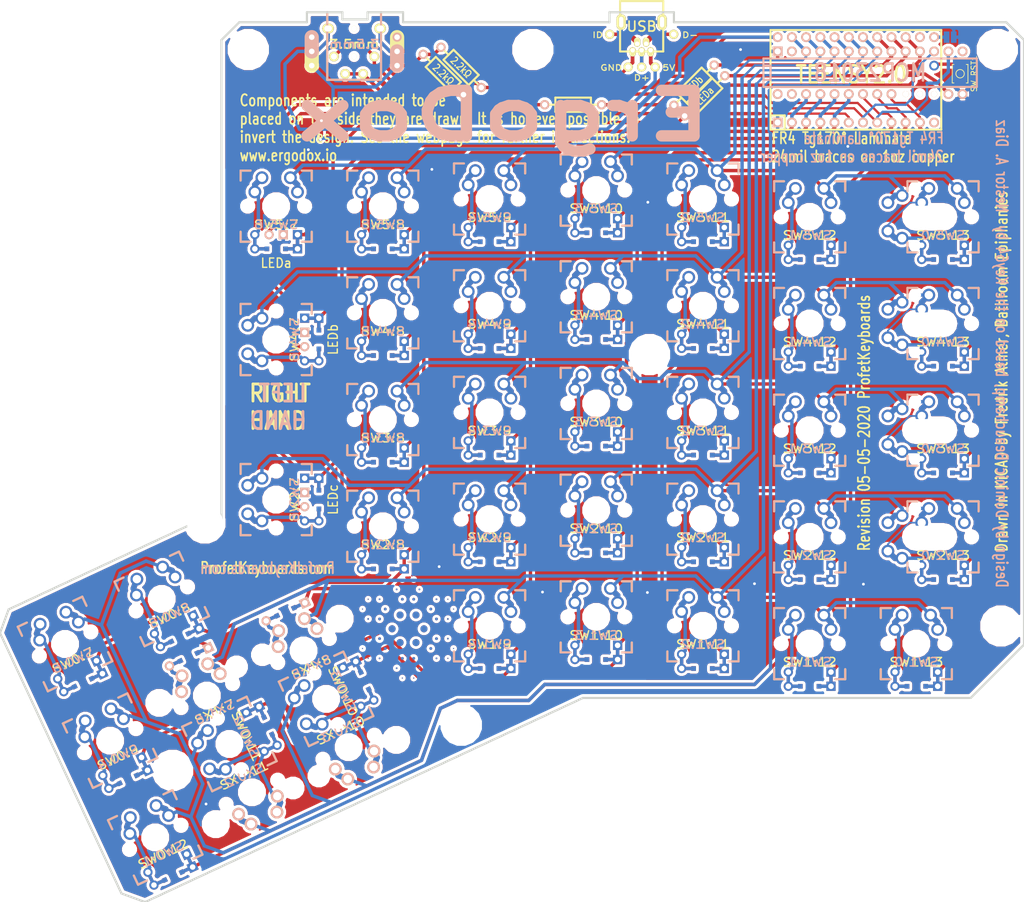
<source format=kicad_pcb>
(kicad_pcb (version 20171130) (host pcbnew 5.1.5)
  (layers (0 Front signal) (31 Back signal hide) (34 B.Paste user hide) (35 F.Paste user hide) (36 B.SilkS user hide) (37 F.SilkS user hide) (38 B.Mask user hide) (39 F.Mask user hide) (44 Edge.Cuts user hide))
  (net 0 "")
  (net 1 /COL0)
  (net 2 /COL1)
  (net 3 /COL10)
  (net 4 /COL11)
  (net 5 /COL4)
  (net 6 /COL5)
  (net 7 /COL6)
  (net 8 /LED_A)
  (net 9 /LED_B)
  (net 10 /LED_C)
  (net 11 /ROW0)
  (net 12 /ROW1)
  (net 13 /ROW2)
  (net 14 /ROW3)
  (net 15 /ROW4)
  (net 16 /ROW5)
  (net 17 /SCLM)
  (net 18 /SDAM)
  (net 19 GND)
  (net 20 VCC)
  (net 21 "Net-(D1:7-Pad1)")
  (net 22 "Net-(D1:8-Pad1)")
  (net 23 "Net-(J1-Pad1)")
  (net 24 "Net-(J1-Pad2)")
  (net 25 "Net-(J1-Pad3)")
  (net 26 "Net-(J1-Pad4)")
  (net 27 "Net-(J1-Pad5)")
  (net 28 "Net-(LED_A1-Pad1)")
  (net 29 "Net-(LED_B1-Pad1)")
  (net 30 "Net-(LED_C1-Pad1)")
  (net 31 "Net-(SW0:7-Pad2)")
  (net 32 "Net-(SW0:8-Pad2)")
  (net 33 "Net-(SW0:9-Pad2)")
  (net 34 "Net-(SW0:10-Pad2)")
  (net 35 "Net-(SW0:11-Pad2)")
  (net 36 "Net-(SW0:12-Pad2)")
  (net 37 "Net-(SW1:9-Pad2)")
  (net 38 "Net-(SW1:10-Pad2)")
  (net 39 "Net-(SW1:11-Pad2)")
  (net 40 "Net-(SW1:12-Pad2)")
  (net 41 "Net-(SW1:13-Pad2)")
  (net 42 "Net-(SW2:7-Pad2)")
  (net 43 "Net-(SW2:8-Pad2)")
  (net 44 "Net-(SW2:9-Pad2)")
  (net 45 "Net-(SW2:10-Pad2)")
  (net 46 "Net-(SW2:11-Pad2)")
  (net 47 "Net-(SW2:12-Pad2)")
  (net 48 "Net-(SW2:13-Pad2)")
  (net 49 "Net-(SW3:8-Pad2)")
  (net 50 "Net-(SW3:9-Pad2)")
  (net 51 "Net-(SW3:10-Pad2)")
  (net 52 "Net-(SW3:11-Pad2)")
  (net 53 "Net-(SW3:12-Pad2)")
  (net 54 "Net-(SW3:13-Pad2)")
  (net 55 "Net-(SW4:7-Pad2)")
  (net 56 "Net-(SW4:8-Pad2)")
  (net 57 "Net-(SW4:9-Pad2)")
  (net 58 "Net-(SW4:10-Pad2)")
  (net 59 "Net-(SW4:11-Pad2)")
  (net 60 "Net-(SW4:12-Pad2)")
  (net 61 "Net-(SW4:13-Pad2)")
  (net 62 "Net-(SW5:7-Pad2)")
  (net 63 "Net-(SW5:8-Pad2)")
  (net 64 "Net-(SW5:9-Pad2)")
  (net 65 "Net-(SW5:10-Pad2)")
  (net 66 "Net-(SW5:11-Pad2)")
  (net 67 "Net-(SW5:12-Pad2)")
  (net 68 "Net-(SW5:13-Pad2)")
  (net 69 "Net-(U1-Pad12)")
  (net 70 "Net-(U1-Pad19)")
  (net 71 "Net-(U2-Pad14)")
  (net 72 "Net-(U2-Pad17)")
  (net 73 "Net-(U2-Pad18)")
  (net 74 "Net-(U2-Pad19)")
  (net 75 "Net-(U2-Pad27)")
  (net 76 "Net-(U2-Pad28)")
  (net 77 /RST)
  (module USBMINImod (layer Front) (at 137.6426 30.48 270)
    (fp_text reference J1 hide)
    (fp_text value USB (at 2.54 0) (layer F.SilkS) (effects (font (size 1.778 1.778) (thickness 0.3048))))
    (fp_line (start 9.779 2.413) (end 9.017 1.651) (layer Front) (width 0.6096))
    (fp_line (start 9.017 1.651) (end 7.493 1.651) (layer Front) (width 0.6096))
    (fp_line (start 9.779 -2.413) (end 9.144 -1.651) (layer Front) (width 0.6096))
    (fp_line (start 9.144 -1.651) (end 7.493 -1.651) (layer Front) (width 0.6096))
    (fp_line (start 7.493 0) (end 9.779 0) (layer Front) (width 0.6096))
    (fp_line (start 4.953 0.889) (end 3.937 2.032) (layer Front) (width 0.6096))
    (fp_line (start 3.937 2.032) (end 3.937 5.715) (layer Front) (width 0.6096))
    (fp_line (start 4.953 -0.889) (end 3.937 -1.905) (layer Front) (width 0.6096))
    (fp_line (start 3.937 -1.905) (end 3.937 -5.715) (layer Front) (width 0.6096))
    (pad 1 thru_hole oval (at 6.79958 -1.6002 270) (size 1.651 1.143) (drill 0.762 (offset 0.27432 0)) (layers *.Cu *.Mask F.SilkS) (net 23 "Net-(J1-Pad1)"))
    (pad 2 thru_hole oval (at 5.6007 -0.8001 270) (size 1.651 1.143) (drill 0.762 (offset -0.27432 0)) (layers *.Cu *.Mask F.SilkS) (net 24 "Net-(J1-Pad2)"))
    (pad 3 thru_hole oval (at 6.79958 0 270) (size 1.651 1.143) (drill 0.762 (offset 0.27432 0)) (layers *.Cu *.Mask F.SilkS) (net 25 "Net-(J1-Pad3)"))
    (pad 4 thru_hole oval (at 5.6007 0.8001 270) (size 1.651 1.143) (drill 0.762 (offset -0.27432 0)) (layers *.Cu *.Mask F.SilkS) (net 26 "Net-(J1-Pad4)"))
    (pad 5 thru_hole oval (at 6.79958 1.6002 270) (size 1.651 1.143) (drill 0.762 (offset 0.27432 0)) (layers *.Cu *.Mask F.SilkS) (net 27 "Net-(J1-Pad5)"))
    (pad 6 thru_hole oval (at 1.75006 3.64744 270) (size 2.794 1.7018) (drill oval 1.905 0.762) (layers *.Cu *.Mask F.SilkS) (net 19 GND))
    (pad 6 thru_hole oval (at 1.75006 -3.64744 270) (size 2.794 1.7018) (drill oval 1.905 0.762) (layers *.Cu *.Mask F.SilkS) (net 19 GND))
    (pad 1 thru_hole circle (at 9.779 -2.413 270) (size 1.651 1.651) (drill 0.9906) (layers *.Cu *.Mask F.SilkS) (net 23 "Net-(J1-Pad1)"))
    (pad 2 thru_hole circle (at 3.937 -5.715 270) (size 1.651 1.651) (drill 0.9906) (layers *.Cu *.Mask F.SilkS) (net 24 "Net-(J1-Pad2)"))
    (pad 3 thru_hole circle (at 9.779 0 270) (size 1.651 1.651) (drill 0.9906) (layers *.Cu *.Mask F.SilkS) (net 25 "Net-(J1-Pad3)"))
    (pad 4 thru_hole circle (at 3.937 5.715 270) (size 1.651 1.651) (drill 0.9906) (layers *.Cu *.Mask F.SilkS) (net 26 "Net-(J1-Pad4)"))
    (pad 5 thru_hole circle (at 9.779 2.413 270) (size 1.651 1.651) (drill 0.9906) (layers *.Cu *.Mask F.SilkS) (net 27 "Net-(J1-Pad5)"))
  )
  (module "ErgoDOX pcb:TEENSY_2.0_WITH_RESET" (layer Front) (at 175.895 42.545)
    (fp_text reference U1 hide)
    (fp_text value TEENSY2.0 (at -0.825 -0.935) (layer F.SilkS) (effects (font (size 3.048 2.54) (thickness 0.4572))))
    (pad 26 thru_hole circle (at -6.35 -7.62) (size 1.7526 1.7526) (drill 1.0922) (layers *.Cu *.SilkS *.Mask) (net 14 /ROW3))
    (pad 25 thru_hole circle (at -3.81 -7.62) (size 1.7526 1.7526) (drill 1.0922) (layers *.Cu *.SilkS *.Mask) (net 13 /ROW2))
    (pad 29 thru_hole circle (at -13.97 -7.62) (size 1.7526 1.7526) (drill 1.0922) (layers *.Cu *.SilkS *.Mask) (net 20 VCC))
    (pad 28 thru_hole circle (at -11.43 -7.62) (size 1.7526 1.7526) (drill 1.0922) (layers *.Cu *.SilkS *.Mask) (net 16 /ROW5))
    (pad 27 thru_hole circle (at -8.89 -7.62) (size 1.7526 1.7526) (drill 1.0922) (layers *.Cu *.SilkS *.Mask) (net 15 /ROW4))
    (pad 24 thru_hole circle (at -1.27 -7.62) (size 1.7526 1.7526) (drill 1.0922) (layers *.Cu *.SilkS *.Mask) (net 12 /ROW1))
    (pad 23 thru_hole circle (at 1.27 -7.62) (size 1.7526 1.7526) (drill 1.0922) (layers *.Cu *.SilkS *.Mask) (net 11 /ROW0))
    (pad 22 thru_hole circle (at 3.81 -7.62) (size 1.7526 1.7526) (drill 1.0922) (layers *.Cu *.SilkS *.Mask) (net 9 /LED_B))
    (pad 21 thru_hole circle (at 6.35 -7.62) (size 1.7526 1.7526) (drill 1.0922) (layers *.Cu *.SilkS *.Mask) (net 8 /LED_A))
    (pad 20 thru_hole circle (at 8.89 -7.62) (size 1.7526 1.7526) (drill 1.0922) (layers *.Cu *.SilkS *.Mask) (net 20 VCC))
    (pad 19 thru_hole circle (at 11.43 -7.62) (size 1.7526 1.7526) (drill 1.0922) (layers *.Cu *.SilkS *.Mask) (net 70 "Net-(U1-Pad19)"))
    (pad 18 thru_hole circle (at 13.97 -7.62) (size 1.7526 1.7526) (drill 1.08966) (layers *.Cu *.SilkS *.Mask) (net 19 GND))
    (pad 12 thru_hole circle (at 13.97 7.62) (size 1.7526 1.7526) (drill 1.0922) (layers *.Cu *.SilkS *.Mask) (net 69 "Net-(U1-Pad12)"))
    (pad 11 thru_hole circle (at 11.43 7.62) (size 1.7526 1.7526) (drill 1.0922) (layers *.Cu *.SilkS *.Mask) (net 1 /COL0))
    (pad 10 thru_hole circle (at 8.89 7.62) (size 1.7526 1.7526) (drill 1.0922) (layers *.Cu *.SilkS *.Mask) (net 2 /COL1))
    (pad 9 thru_hole circle (at 6.35 7.62) (size 1.7526 1.7526) (drill 1.0922) (layers *.Cu *.SilkS *.Mask) (net 4 /COL11))
    (pad 8 thru_hole circle (at 3.81 7.62) (size 1.7526 1.7526) (drill 1.0922) (layers *.Cu *.SilkS *.Mask) (net 18 /SDAM))
    (pad 7 thru_hole circle (at 1.27 7.62) (size 1.7526 1.7526) (drill 1.0922) (layers *.Cu *.SilkS *.Mask) (net 17 /SCLM))
    (pad 6 thru_hole circle (at -1.27 7.62) (size 1.7526 1.7526) (drill 1.0922) (layers *.Cu *.SilkS *.Mask) (net 10 /LED_C))
    (pad 5 thru_hole circle (at -3.81 7.62) (size 1.7526 1.7526) (drill 1.0922) (layers *.Cu *.SilkS *.Mask) (net 3 /COL10))
    (pad 4 thru_hole circle (at -6.35 7.62) (size 1.7526 1.7526) (drill 1.0922) (layers *.Cu *.SilkS *.Mask) (net 5 /COL4))
    (pad 3 thru_hole circle (at -8.89 7.62) (size 1.7526 1.7526) (drill 1.0922) (layers *.Cu *.SilkS *.Mask) (net 6 /COL5))
    (pad 2 thru_hole circle (at -11.43 7.62) (size 1.7526 1.7526) (drill 1.0922) (layers *.Cu *.SilkS *.Mask) (net 7 /COL6))
    (pad 1 thru_hole rect (at -13.97 7.62) (size 1.7526 1.7526) (drill 1.0922) (layers *.Cu *.SilkS *.Mask) (net 19 GND))
    (pad 16 thru_hole circle (at 13.97 -2.54) (size 1.7526 1.7526) (drill 1.08966) (layers *.Cu *.Mask) (net 77 /RST))
  )
  (module "ErgoDOX pcb:STAR" (layer Back) (at 95.9325 140.5575 180)
    (fp_text reference STAR_2 hide)
    (fp_text value STAR_BACK hide)
    (pad 0 smd circle (at 2.8448 0 180) (size 1.27 1.27) (layers Back))
    (pad 0 smd circle (at 1.4224 -2.46126 180) (size 1.27 1.27) (layers Back))
    (pad 0 smd circle (at -1.41986 -2.46126 180) (size 1.27 1.27) (layers Back))
    (pad 0 smd circle (at -2.8448 0 180) (size 1.27 1.27) (layers Back))
    (pad 0 smd circle (at -1.4224 2.46126 180) (size 1.27 1.27) (layers Back))
    (pad 0 smd circle (at 1.41986 2.46126 180) (size 1.27 1.27) (layers Back))
    (pad 1 smd circle (at 5.08 -1.75768 180) (size 0.508 0.508) (layers Back))
    (pad 1 smd circle (at 1.016 -5.27812 180) (size 0.508 0.508) (layers Back))
    (pad 1 smd circle (at -4.06146 -3.5179 180) (size 0.508 0.508) (layers Back))
    (pad 1 smd circle (at -5.08 1.75768 180) (size 0.508 0.508) (layers Back))
    (pad 1 smd circle (at -1.016 5.27812 180) (size 0.508 0.508) (layers Back))
    (pad 1 smd circle (at 4.06146 3.5179 180) (size 0.508 0.508) (layers Back))
    (pad 2 smd circle (at 4.064 -3.5179 180) (size 0.508 0.508) (layers Back))
    (pad 2 smd circle (at -1.01346 -5.27812 180) (size 0.508 0.508) (layers Back))
    (pad 2 smd circle (at -5.08 -1.75768 180) (size 0.508 0.508) (layers Back))
    (pad 2 smd circle (at -4.064 3.5179 180) (size 0.508 0.508) (layers Back))
    (pad 2 smd circle (at 1.01346 5.27812 180) (size 0.508 0.508) (layers Back))
    (pad 2 smd circle (at 5.07746 1.75768 180) (size 0.508 0.508) (layers Back))
    (pad 3 smd circle (at 7.112 -1.75768 180) (size 0.3048 0.3048) (layers Back))
    (pad 3 smd circle (at 2.032 -7.03834 180) (size 0.3048 0.3048) (layers Back))
    (pad 3 smd circle (at -5.07746 -5.27812 180) (size 0.3048 0.3048) (layers Back))
    (pad 3 smd circle (at -7.112 1.75768 180) (size 0.3048 0.3048) (layers Back))
    (pad 3 smd circle (at -2.032 7.03834 180) (size 0.3048 0.3048) (layers Back))
    (pad 3 smd circle (at 5.07746 5.27812 180) (size 0.3048 0.3048) (layers Back))
    (pad 4 smd circle (at 5.08 -5.27812 180) (size 0.3048 0.3048) (layers Back))
    (pad 4 smd circle (at -2.02946 -7.03834 180) (size 0.3048 0.3048) (layers Back))
    (pad 4 smd circle (at -7.112 -1.75768 180) (size 0.3048 0.3048) (layers Back))
    (pad 4 smd circle (at -5.08 5.27812 180) (size 0.3048 0.3048) (layers Back))
    (pad 4 smd circle (at 2.02946 7.03834 180) (size 0.3048 0.3048) (layers Back))
    (pad 4 smd circle (at 7.10946 1.75768 180) (size 0.3048 0.3048) (layers Back))
    (pad 5 smd circle (at 8.128 -3.5179 180) (size 0.2032 0.2032) (layers Back))
    (pad 5 smd circle (at 1.016 -8.79856 180) (size 0.2032 0.2032) (layers Back))
    (pad 5 smd circle (at -7.10946 -5.27812 180) (size 0.2032 0.2032) (layers Back))
    (pad 5 smd circle (at -8.128 3.5179 180) (size 0.2032 0.2032) (layers Back))
    (pad 5 smd circle (at -1.016 8.79856 180) (size 0.2032 0.2032) (layers Back))
    (pad 5 smd circle (at 7.10946 5.27812 180) (size 0.2032 0.2032) (layers Back))
    (pad 6 smd circle (at 7.112 -5.27812 180) (size 0.2032 0.2032) (layers Back))
    (pad 6 smd circle (at -1.01346 -8.79856 180) (size 0.2032 0.2032) (layers Back))
    (pad 6 smd circle (at -8.128 -3.5179 180) (size 0.2032 0.2032) (layers Back))
    (pad 6 smd circle (at -7.112 5.27812 180) (size 0.2032 0.2032) (layers Back))
    (pad 6 smd circle (at 1.01346 8.79856 180) (size 0.2032 0.2032) (layers Back))
    (pad 6 smd circle (at 8.128 3.5179 180) (size 0.2032 0.2032) (layers Back))
  )
  (module "ErgoDOX pcb:STAR" (layer Front) (at 95.9325 140.5575)
    (fp_text reference STAR_1 hide)
    (fp_text value STAR_FRONT hide)
    (pad 0 smd circle (at 2.8448 0) (size 1.27 1.27) (layers Front))
    (pad 0 smd circle (at 1.4224 2.46126) (size 1.27 1.27) (layers Front))
    (pad 0 smd circle (at -1.41986 2.46126) (size 1.27 1.27) (layers Front))
    (pad 0 smd circle (at -2.8448 0) (size 1.27 1.27) (layers Front))
    (pad 0 smd circle (at -1.4224 -2.46126) (size 1.27 1.27) (layers Front))
    (pad 0 smd circle (at 1.41986 -2.46126) (size 1.27 1.27) (layers Front))
    (pad 1 smd circle (at 5.08 1.75768) (size 0.508 0.508) (layers Front))
    (pad 1 smd circle (at 1.016 5.27812) (size 0.508 0.508) (layers Front))
    (pad 1 smd circle (at -4.06146 3.5179) (size 0.508 0.508) (layers Front))
    (pad 1 smd circle (at -5.08 -1.75768) (size 0.508 0.508) (layers Front))
    (pad 1 smd circle (at -1.016 -5.27812) (size 0.508 0.508) (layers Front))
    (pad 1 smd circle (at 4.06146 -3.5179) (size 0.508 0.508) (layers Front))
    (pad 2 smd circle (at 4.064 3.5179) (size 0.508 0.508) (layers Front))
    (pad 2 smd circle (at -1.01346 5.27812) (size 0.508 0.508) (layers Front))
    (pad 2 smd circle (at -5.08 1.75768) (size 0.508 0.508) (layers Front))
    (pad 2 smd circle (at -4.064 -3.5179) (size 0.508 0.508) (layers Front))
    (pad 2 smd circle (at 1.01346 -5.27812) (size 0.508 0.508) (layers Front))
    (pad 2 smd circle (at 5.07746 -1.75768) (size 0.508 0.508) (layers Front))
    (pad 3 smd circle (at 7.112 1.75768) (size 0.3048 0.3048) (layers Front))
    (pad 3 smd circle (at 2.032 7.03834) (size 0.3048 0.3048) (layers Front))
    (pad 3 smd circle (at -5.07746 5.27812) (size 0.3048 0.3048) (layers Front))
    (pad 3 smd circle (at -7.112 -1.75768) (size 0.3048 0.3048) (layers Front))
    (pad 3 smd circle (at -2.032 -7.03834) (size 0.3048 0.3048) (layers Front))
    (pad 3 smd circle (at 5.07746 -5.27812) (size 0.3048 0.3048) (layers Front))
    (pad 4 smd circle (at 5.08 5.27812) (size 0.3048 0.3048) (layers Front))
    (pad 4 smd circle (at -2.02946 7.03834) (size 0.3048 0.3048) (layers Front))
    (pad 4 smd circle (at -7.112 1.75768) (size 0.3048 0.3048) (layers Front))
    (pad 4 smd circle (at -5.08 -5.27812) (size 0.3048 0.3048) (layers Front))
    (pad 4 smd circle (at 2.02946 -7.03834) (size 0.3048 0.3048) (layers Front))
    (pad 4 smd circle (at 7.10946 -1.75768) (size 0.3048 0.3048) (layers Front))
    (pad 5 smd circle (at 8.128 3.5179) (size 0.2032 0.2032) (layers Front))
    (pad 5 smd circle (at 1.016 8.79856) (size 0.2032 0.2032) (layers Front))
    (pad 5 smd circle (at -7.10946 5.27812) (size 0.2032 0.2032) (layers Front))
    (pad 5 smd circle (at -8.128 -3.5179) (size 0.2032 0.2032) (layers Front))
    (pad 5 smd circle (at -1.016 -8.79856) (size 0.2032 0.2032) (layers Front))
    (pad 5 smd circle (at 7.10946 -5.27812) (size 0.2032 0.2032) (layers Front))
    (pad 6 smd circle (at 7.112 5.27812) (size 0.2032 0.2032) (layers Front))
    (pad 6 smd circle (at -1.01346 8.79856) (size 0.2032 0.2032) (layers Front))
    (pad 6 smd circle (at -8.128 3.5179) (size 0.2032 0.2032) (layers Front))
    (pad 6 smd circle (at -7.112 -5.27812) (size 0.2032 0.2032) (layers Front))
    (pad 6 smd circle (at 1.01346 -8.79856) (size 0.2032 0.2032) (layers Front))
    (pad 6 smd circle (at 8.128 -3.5179) (size 0.2032 0.2032) (layers Front))
  )
  (module lib_footprints:STITCHING_VIA (layer Front) (at 100.19 58.53)
    (fp_text reference STITCHING_VIA)
    (fp_text value ~ hide)
    (pad GND thru_hole circle (at 0 0) (size 0.8 0.8) (drill 0.5) (layers *.Cu) (net 19 GND))
  )
  (module lib_footprints:STITCHING_VIA (layer Front) (at 177.24 132.59)
    (fp_text reference STITCHING_VIA)
    (fp_text value ~ hide)
    (pad GND thru_hole circle (at 0 0) (size 0.8 0.8) (drill 0.5) (layers *.Cu) (net 19 GND))
  )
  (module lib_footprints:STITCHING_VIA (layer Front) (at 157.79 132.51)
    (fp_text reference STITCHING_VIA)
    (fp_text value ~ hide)
    (pad GND thru_hole circle (at 0 0) (size 0.8 0.8) (drill 0.5) (layers *.Cu) (net 19 GND))
  )
  (module lib_footprints:STITCHING_VIA (layer Front) (at 138.67 134.08)
    (fp_text reference STITCHING_VIA)
    (fp_text value ~ hide)
    (pad GND thru_hole circle (at 0 0) (size 0.8 0.8) (drill 0.5) (layers *.Cu) (net 19 GND))
  )
  (module lib_footprints:STITCHING_VIA (layer Front) (at 119.94 134)
    (fp_text reference STITCHING_VIA)
    (fp_text value ~ hide)
    (pad GND thru_hole circle (at 0 0) (size 0.8 0.8) (drill 0.5) (layers *.Cu) (net 19 GND))
  )
  (module lib_footprints:STITCHING_VIA (layer Front) (at 59.87 171.84)
    (fp_text reference STITCHING_VIA)
    (fp_text value ~ hide)
    (pad GND thru_hole circle (at 0 0) (size 0.8 0.8) (drill 0.5) (layers *.Cu) (net 19 GND))
  )
  (module lib_footprints:STITCHING_VIA (layer Front) (at 101.49 129.46)
    (fp_text reference STITCHING_VIA)
    (fp_text value ~ hide)
    (pad GND thru_hole circle (at 0 0) (size 0.8 0.8) (drill 0.5) (layers *.Cu) (net 19 GND))
  )
  (module lib_footprints:STITCHING_VIA (layer Front) (at 155.3 37.14)
    (fp_text reference STITCHING_VIA)
    (fp_text value ~ hide)
    (pad GND thru_hole circle (at 0 0) (size 0.8 0.8) (drill 0.5) (layers *.Cu) (net 19 GND))
  )
  (module lib_footprints:STITCHING_VIA (layer Front) (at 174.46 54.43)
    (fp_text reference STITCHING_VIA)
    (fp_text value ~ hide)
    (pad GND thru_hole circle (at 0 0) (size 0.8 0.8) (drill 0.5) (layers *.Cu) (net 19 GND))
  )
  (module lib_footprints:STITCHING_VIA (layer Front) (at 78.13 55.02)
    (fp_text reference STITCHING_VIA)
    (fp_text value ~ hide)
    (pad GND thru_hole circle (at 0 0) (size 0.8 0.8) (drill 0.5) (layers *.Cu) (net 19 GND))
  )
  (module lib_footprints:STITCHING_VIA (layer Front) (at 138.75 64.4)
    (fp_text reference STITCHING_VIA)
    (fp_text value ~ hide)
    (pad GND thru_hole circle (at 0 0) (size 0.8 0.8) (drill 0.5) (layers *.Cu) (net 19 GND))
  )
  (module DIP28_300 (layer Back) (at 178.435 41.275)
    (fp_text reference U2 hide)
    (fp_text value MCP23018 (at 0 0) (layer B.SilkS) (effects (font (size 3.048 2.54) (thickness 0.4572)) (justify mirror)))
    (pad 2 thru_hole circle (at -13.97 -3.81) (size 1.7526 1.7526) (drill 1.0922) (layers *.Cu *.SilkS *.Mask))
    (pad 3 thru_hole circle (at -11.43 -3.81) (size 1.7526 1.7526) (drill 1.0922) (layers *.Cu *.SilkS *.Mask) (net 16 /ROW5))
    (pad 4 thru_hole circle (at -8.89 -3.81) (size 1.7526 1.7526) (drill 1.0922) (layers *.Cu *.SilkS *.Mask) (net 15 /ROW4))
    (pad 5 thru_hole circle (at -6.35 -3.81) (size 1.7526 1.7526) (drill 1.0922) (layers *.Cu *.SilkS *.Mask) (net 14 /ROW3))
    (pad 6 thru_hole circle (at -3.81 -3.81) (size 1.7526 1.7526) (drill 1.0922) (layers *.Cu *.SilkS *.Mask) (net 13 /ROW2))
    (pad 7 thru_hole circle (at -1.27 -3.81) (size 1.7526 1.7526) (drill 1.0922) (layers *.Cu *.SilkS *.Mask) (net 12 /ROW1))
    (pad 8 thru_hole circle (at 1.27 -3.81) (size 1.7526 1.7526) (drill 1.0922) (layers *.Cu *.SilkS *.Mask) (net 11 /ROW0))
    (pad 9 thru_hole circle (at 3.81 -3.81) (size 1.7526 1.7526) (drill 1.0922) (layers *.Cu *.SilkS *.Mask) (net 9 /LED_B))
    (pad 10 thru_hole circle (at 6.35 -3.81) (size 1.7526 1.7526) (drill 1.0922) (layers *.Cu *.SilkS *.Mask) (net 8 /LED_A))
    (pad 11 thru_hole circle (at 8.89 -3.81) (size 1.7526 1.7526) (drill 1.0922) (layers *.Cu *.SilkS *.Mask) (net 20 VCC))
    (pad 12 thru_hole circle (at 11.43 -3.81) (size 1.7526 1.7526) (drill 1.0922) (layers *.Cu *.SilkS *.Mask) (net 17 /SCLM))
    (pad 13 thru_hole circle (at 13.97 -3.81) (size 1.7526 1.7526) (drill 1.0922) (layers *.Cu *.SilkS *.Mask) (net 18 /SDAM))
    (pad 14 thru_hole circle (at 16.51 -3.81) (size 1.7526 1.7526) (drill 1.0922) (layers *.Cu *.SilkS *.Mask) (net 71 "Net-(U2-Pad14)"))
    (pad 1 thru_hole rect (at -16.51 -3.81) (size 1.7526 1.7526) (drill 1.0922) (layers *.Cu *.SilkS *.Mask) (net 19 GND))
    (pad 15 thru_hole circle (at 16.51 3.81) (size 1.7526 1.7526) (drill 1.0922) (layers *.Cu *.SilkS *.Mask) (net 19 GND))
    (pad 16 thru_hole circle (at 13.97 3.81) (size 1.7526 1.7526) (drill 1.0922) (layers *.Cu *.SilkS *.Mask) (net 20 VCC))
    (pad 17 np_thru_hole circle (at 11.43 3.81) (size 1.0922 1.0922) (drill 1.0922) (layers *.Cu *.SilkS *.Mask) (net 72 "Net-(U2-Pad17)"))
    (pad 18 np_thru_hole circle (at 8.89 3.81) (size 1.0922 1.0922) (drill 1.0922) (layers *.Cu *.SilkS *.Mask) (net 73 "Net-(U2-Pad18)"))
    (pad 19 np_thru_hole circle (at 6.35 3.81) (size 1.0922 1.0922) (drill 1.0922) (layers *.Cu *.SilkS *.Mask) (net 74 "Net-(U2-Pad19)"))
    (pad 20 thru_hole circle (at 3.81 3.81) (size 1.7526 1.7526) (drill 1.0922) (layers *.Cu *.SilkS *.Mask) (net 1 /COL0))
    (pad 21 thru_hole circle (at 1.27 3.81) (size 1.7526 1.7526) (drill 1.0922) (layers *.Cu *.SilkS *.Mask) (net 2 /COL1))
    (pad 22 thru_hole circle (at -1.27 3.81) (size 1.7526 1.7526) (drill 1.0922) (layers *.Cu *.SilkS *.Mask) (net 4 /COL11))
    (pad 23 thru_hole circle (at -3.81 3.81) (size 1.7526 1.7526) (drill 1.0922) (layers *.Cu *.SilkS *.Mask) (net 3 /COL10))
    (pad 24 thru_hole circle (at -6.35 3.81) (size 1.7526 1.7526) (drill 1.0922) (layers *.Cu *.SilkS *.Mask) (net 5 /COL4))
    (pad 25 thru_hole circle (at -8.89 3.81) (size 1.7526 1.7526) (drill 1.0922) (layers *.Cu *.SilkS *.Mask) (net 6 /COL5))
    (pad 26 thru_hole circle (at -11.43 3.81) (size 1.7526 1.7526) (drill 1.0922) (layers *.Cu *.SilkS *.Mask) (net 7 /COL6))
    (pad 27 thru_hole circle (at -13.97 3.81) (size 1.7526 1.7526) (drill 1.0922) (layers *.Cu *.SilkS *.Mask) (net 75 "Net-(U2-Pad27)"))
    (pad 28 thru_hole circle (at -16.51 3.81) (size 1.7526 1.7526) (drill 1.0922) (layers *.Cu *.SilkS *.Mask) (net 76 "Net-(U2-Pad28)"))
  )
  (module DIODE (layer Front) (at 56.7944 145.57756 25)
    (fp_text reference D1:7 hide)
    (fp_text value D hide)
    (fp_line (start -3.81 0) (end -1.6637 0) (layer Back) (width 0.6096))
    (fp_line (start 1.6637 0) (end 3.81 0) (layer Back) (width 0.6096))
    (fp_line (start -3.81 0) (end -1.6637 0) (layer Front) (width 0.6096))
    (fp_line (start 1.6637 0) (end 3.81 0) (layer Front) (width 0.6096))
    (pad 1 thru_hole circle (at -3.81 0 25) (size 1.651 1.651) (drill 0.9906) (layers *.Cu *.SilkS *.Mask) (net 21 "Net-(D1:7-Pad1)"))
    (pad 99 smd rect (at -1.6637 0 25) (size 0.8382 0.8382) (layers Front F.Paste F.Mask))
    (pad 99 smd rect (at -1.6637 0 25) (size 0.8382 0.8382) (layers Back B.Paste B.Mask))
    (pad 2 thru_hole rect (at 3.81 0 25) (size 1.651 1.651) (drill 0.9906) (layers *.Cu *.SilkS *.Mask) (net 7 /COL6))
    (pad 99 smd rect (at 1.6637 0 25) (size 0.8382 0.8382) (layers Front F.Paste F.Mask))
    (pad 99 smd rect (at 1.6637 0 25) (size 0.8382 0.8382) (layers Back B.Paste B.Mask))
  )
  (module DIODE (layer Front) (at 74.05878 137.52576 25)
    (fp_text reference D1:8 hide)
    (fp_text value D hide)
    (fp_line (start -3.81 0) (end -1.6637 0) (layer Back) (width 0.6096))
    (fp_line (start 1.6637 0) (end 3.81 0) (layer Back) (width 0.6096))
    (fp_line (start -3.81 0) (end -1.6637 0) (layer Front) (width 0.6096))
    (fp_line (start 1.6637 0) (end 3.81 0) (layer Front) (width 0.6096))
    (pad 1 thru_hole circle (at -3.81 0 25) (size 1.651 1.651) (drill 0.9906) (layers *.Cu *.SilkS *.Mask) (net 22 "Net-(D1:8-Pad1)"))
    (pad 99 smd rect (at -1.6637 0 25) (size 0.8382 0.8382) (layers Front F.Paste F.Mask))
    (pad 99 smd rect (at -1.6637 0 25) (size 0.8382 0.8382) (layers Back B.Paste B.Mask))
    (pad 2 thru_hole rect (at 3.81 0 25) (size 1.651 1.651) (drill 0.9906) (layers *.Cu *.SilkS *.Mask) (net 6 /COL5))
    (pad 99 smd rect (at 1.6637 0 25) (size 0.8382 0.8382) (layers Front F.Paste F.Mask))
    (pad 99 smd rect (at 1.6637 0 25) (size 0.8382 0.8382) (layers Back B.Paste B.Mask))
  )
  (module MX_LED (layer Front) (at 72.39 117.48516 90)
    (fp_text reference LED_C1 hide)
    (fp_text value LEDc (at 0 10.16 90) (layer F.SilkS) (effects (font (size 1.651 1.524) (thickness 0.254))))
    (pad 1 thru_hole circle (at -1.27 5.08 90) (size 1.651 1.651) (drill 0.9906) (layers *.Cu *.SilkS *.Mask) (net 30 "Net-(LED_C1-Pad1)"))
    (pad 2 thru_hole rect (at 1.27 5.08 90) (size 1.651 1.651) (drill 0.9906) (layers *.Cu *.SilkS *.Mask) (net 19 GND))
  )
  (module MX_LED (layer Front) (at 72.39 88.91016 90)
    (fp_text reference LED_B1 hide)
    (fp_text value LEDb (at 0 10.16 90) (layer F.SilkS) (effects (font (size 1.651 1.524) (thickness 0.254))))
    (pad 1 thru_hole circle (at -1.27 5.08 90) (size 1.651 1.651) (drill 0.9906) (layers *.Cu *.SilkS *.Mask) (net 29 "Net-(LED_B1-Pad1)"))
    (pad 2 thru_hole rect (at 1.27 5.08 90) (size 1.651 1.651) (drill 0.9906) (layers *.Cu *.SilkS *.Mask) (net 19 GND))
  )
  (module MX_LED (layer Front) (at 72.39 65.1002)
    (fp_text reference LED_A1 hide)
    (fp_text value LEDa (at 0 10.16) (layer F.SilkS) (effects (font (size 1.651 1.524) (thickness 0.254))))
    (pad 1 thru_hole circle (at -1.27 5.08) (size 1.651 1.651) (drill 0.9906) (layers *.Cu *.SilkS *.Mask) (net 28 "Net-(LED_A1-Pad1)"))
    (pad 2 thru_hole rect (at 1.27 5.08) (size 1.651 1.651) (drill 0.9906) (layers *.Cu *.SilkS *.Mask) (net 19 GND))
  )
  (module MX_FLIP (layer Front) (at 77.2795 144.43202 25)
    (fp_text reference SX1:8 (at 0 3.302 25) (layer F.SilkS) (effects (font (size 1.524 1.778) (thickness 0.254))))
    (fp_text value SX1:5 (at 0 3.302 25) (layer B.SilkS) (effects (font (size 1.524 1.778) (thickness 0.254)) (justify mirror)))
    (pad 1 thru_hole circle (at 2.54 -5.08 25) (size 2.286 2.286) (drill 1.4986) (layers *.Cu *.SilkS *.Mask) (net 12 /ROW1))
    (pad 2 thru_hole circle (at -3.81 -2.54 25) (size 2.286 2.286) (drill 1.4986) (layers *.Cu *.SilkS *.Mask) (net 22 "Net-(D1:8-Pad1)"))
    (pad "" np_thru_hole circle (at 0 0 25) (size 3.9878 3.9878) (drill 3.9878) (layers *.Cu))
    (pad "" np_thru_hole circle (at -5.08 0 25) (size 1.7018 1.7018) (drill 1.7018) (layers *.Cu *.Mask))
    (pad "" np_thru_hole circle (at 5.08 0 25) (size 1.7018 1.7018) (drill 1.7018) (layers *.Cu *.Mask))
    (pad 1 thru_hole circle (at 3.81 -2.54 25) (size 2.286 2.286) (drill 1.4986) (layers *.Cu *.SilkS *.Mask) (net 12 /ROW1))
    (pad 2 thru_hole circle (at -2.54 -5.08 25) (size 2.286 2.286) (drill 1.4986) (layers *.Cu *.SilkS *.Mask) (net 22 "Net-(D1:8-Pad1)"))
  )
  (module MX_FLIP (layer Front) (at 60.01512 152.48382 25)
    (fp_text reference SX1:7 (at 0 3.302 25) (layer F.SilkS) (effects (font (size 1.524 1.778) (thickness 0.254))))
    (fp_text value SX1:6 (at 0 3.302 25) (layer B.SilkS) (effects (font (size 1.524 1.778) (thickness 0.254)) (justify mirror)))
    (pad 1 thru_hole circle (at 2.54 -5.08 25) (size 2.286 2.286) (drill 1.4986) (layers *.Cu *.SilkS *.Mask) (net 12 /ROW1))
    (pad 2 thru_hole circle (at -3.81 -2.54 25) (size 2.286 2.286) (drill 1.4986) (layers *.Cu *.SilkS *.Mask) (net 21 "Net-(D1:7-Pad1)"))
    (pad "" np_thru_hole circle (at 0 0 25) (size 3.9878 3.9878) (drill 3.9878) (layers *.Cu *.Mask))
    (pad "" np_thru_hole circle (at -5.08 0 25) (size 1.7018 1.7018) (drill 1.7018) (layers *.Cu *.Mask))
    (pad "" np_thru_hole circle (at 5.08 0 25) (size 1.7018 1.7018) (drill 1.7018) (layers *.Cu *.Mask))
    (pad 1 thru_hole circle (at 3.81 -2.54 25) (size 2.286 2.286) (drill 1.4986) (layers *.Cu *.SilkS *.Mask) (net 12 /ROW1))
    (pad 2 thru_hole circle (at -2.54 -5.08 25) (size 2.286 2.286) (drill 1.4986) (layers *.Cu *.SilkS *.Mask) (net 21 "Net-(D1:7-Pad1)"))
  )
  (module MX_FLIP (layer Front) (at 85.3313 161.69894 205)
    (fp_text reference SX0:10 (at 0 3.302 205) (layer F.SilkS) (effects (font (size 1.524 1.778) (thickness 0.254))))
    (fp_text value SX0:3 (at 0 3.302 205) (layer B.SilkS) (effects (font (size 1.524 1.778) (thickness 0.254)) (justify mirror)))
    (pad 1 thru_hole circle (at 2.54 -5.08 205) (size 2.286 2.286) (drill 1.4986) (layers *.Cu *.SilkS *.Mask) (net 11 /ROW0))
    (pad 2 thru_hole circle (at -3.81 -2.54 205) (size 2.286 2.286) (drill 1.4986) (layers *.Cu *.SilkS *.Mask) (net 34 "Net-(SW0:10-Pad2)"))
    (pad "" np_thru_hole circle (at 0 0 205) (size 3.9878 3.9878) (drill 3.9878) (layers *.Cu *.Mask))
    (pad "" np_thru_hole circle (at -5.08 0 205) (size 1.7018 1.7018) (drill 1.7018) (layers *.Cu *.Mask))
    (pad "" np_thru_hole circle (at 5.08 0 205) (size 1.7018 1.7018) (drill 1.7018) (layers *.Cu *.Mask))
    (pad 1 thru_hole circle (at 3.81 -2.54 205) (size 2.286 2.286) (drill 1.4986) (layers *.Cu *.SilkS *.Mask) (net 11 /ROW0))
    (pad 2 thru_hole circle (at -2.54 -5.08 205) (size 2.286 2.286) (drill 1.4986) (layers *.Cu *.SilkS *.Mask) (net 34 "Net-(SW0:10-Pad2)"))
  )
  (module MX_FLIP (layer Front) (at 68.06438 169.7482 205)
    (fp_text reference SX0:11 (at 0 3.302 205) (layer F.SilkS) (effects (font (size 1.524 1.778) (thickness 0.254))))
    (fp_text value SX0:2 (at 0 3.302 205) (layer B.SilkS) (effects (font (size 1.524 1.778) (thickness 0.254)) (justify mirror)))
    (pad 1 thru_hole circle (at 2.54 -5.08 205) (size 2.286 2.286) (drill 1.4986) (layers *.Cu *.SilkS *.Mask) (net 11 /ROW0))
    (pad 2 thru_hole circle (at -3.81 -2.54 205) (size 2.286 2.286) (drill 1.4986) (layers *.Cu *.SilkS *.Mask) (net 35 "Net-(SW0:11-Pad2)"))
    (pad "" np_thru_hole circle (at 0 0 205) (size 3.9878 3.9878) (drill 3.9878) (layers *.Cu *.Mask))
    (pad "" np_thru_hole circle (at -5.08 0 205) (size 1.7018 1.7018) (drill 1.7018) (layers *.Cu *.Mask))
    (pad "" np_thru_hole circle (at 5.08 0 205) (size 1.7018 1.7018) (drill 1.7018) (layers *.Cu *.Mask))
    (pad 1 thru_hole circle (at 3.81 -2.54 205) (size 2.286 2.286) (drill 1.4986) (layers *.Cu *.SilkS *.Mask) (net 11 /ROW0))
    (pad 2 thru_hole circle (at -2.54 -5.08 205) (size 2.286 2.286) (drill 1.4986) (layers *.Cu *.SilkS *.Mask) (net 35 "Net-(SW0:11-Pad2)"))
  )
  (module RESISTOR (layer Front) (at 148.9075 45.4025 225)
    (fp_text reference RA1 hide)
    (fp_text value LEDa (at 0 0 225) (layer F.SilkS) (effects (font (size 1.27 1.016) (thickness 0.2032))))
    (pad 1 thru_hole circle (at -5.079999 0 225) (size 1.651 1.651) (drill 0.9906) (layers *.Cu *.SilkS *.Mask) (net 8 /LED_A))
    (pad 2 thru_hole circle (at 5.079999 0 225) (size 1.651 1.651) (drill 0.9906) (layers *.Cu *.SilkS *.Mask) (net 28 "Net-(LED_A1-Pad1)"))
  )
  (module RESISTOR (layer Front) (at 147.0025 43.4975 225)
    (fp_text reference RB1 hide)
    (fp_text value LEDb (at 0 0 225) (layer F.SilkS) (effects (font (size 1.27 1.016) (thickness 0.2032))))
    (pad 1 thru_hole circle (at -5.079999 0 225) (size 1.651 1.651) (drill 0.9906) (layers *.Cu *.SilkS *.Mask) (net 9 /LED_B))
    (pad 2 thru_hole circle (at 5.079999 0 225) (size 1.651 1.651) (drill 0.9906) (layers *.Cu *.SilkS *.Mask) (net 29 "Net-(LED_B1-Pad1)"))
  )
  (module RESISTOR (layer Front) (at 125.4125 46.99 180)
    (fp_text reference RC1 hide)
    (fp_text value LEDc (at 0 0 180) (layer F.SilkS) (effects (font (size 1.27 1.016) (thickness 0.2032))))
    (pad 1 thru_hole circle (at -5.08 0 180) (size 1.651 1.651) (drill 0.9906) (layers *.Cu *.SilkS *.Mask) (net 10 /LED_C))
    (pad 2 thru_hole circle (at 5.08 0 180) (size 1.651 1.651) (drill 0.9906) (layers *.Cu *.SilkS *.Mask) (net 30 "Net-(LED_C1-Pad1)"))
  )
  (module RESISTOR (layer Front) (at 105.41 40.3225 315)
    (fp_text reference R1 hide)
    (fp_text value 2.2kΩ (at 0 0 315) (layer F.SilkS) (effects (font (size 1.27 1.016) (thickness 0.2032))))
    (pad 1 thru_hole circle (at -5.079999 0 315) (size 1.651 1.651) (drill 0.9906) (layers *.Cu *.SilkS *.Mask) (net 20 VCC))
    (pad 2 thru_hole circle (at 5.079999 0 315) (size 1.651 1.651) (drill 0.9906) (layers *.Cu *.SilkS *.Mask) (net 18 /SDAM))
  )
  (module RESISTOR (layer Front) (at 102.235 41.5925 315)
    (fp_text reference R2 hide)
    (fp_text value 2.2kΩ (at 0 0 315) (layer F.SilkS) (effects (font (size 1.27 1.016) (thickness 0.2032))))
    (pad 1 thru_hole circle (at -5.079999 0 315) (size 1.651 1.651) (drill 0.9906) (layers *.Cu *.SilkS *.Mask) (net 20 VCC))
    (pad 2 thru_hole circle (at 5.079999 0 315) (size 1.651 1.651) (drill 0.9906) (layers *.Cu *.SilkS *.Mask) (net 17 /SCLM))
  )
  (module 100PITCH1X3 (layer Front) (at 78.74 37.465 90)
    (fp_text reference J4 hide)
    (fp_text value JMP hide)
    (pad 1 thru_hole circle (at -2.54 0 90) (size 1.651 1.651) (drill 0.9906) (layers *.Cu *.Mask F.SilkS) (net 20 VCC))
    (pad 2 thru_hole circle (at 0 0 90) (size 1.651 1.651) (drill 0.9906) (layers *.Cu *.Mask F.SilkS) (net 23 "Net-(J1-Pad1)"))
    (pad 3 thru_hole circle (at 2.54 0 90) (size 1.651 1.651) (drill 0.9906) (layers *.Cu *.Mask F.SilkS) (net 19 GND))
  )
  (module 100PITCH1X3 (layer Back) (at 93.98 37.465 90)
    (fp_text reference J3 hide)
    (fp_text value JMP hide)
    (pad 1 thru_hole circle (at -2.54 0 90) (size 1.651 1.651) (drill 0.9906) (layers *.Cu *.Mask B.SilkS) (net 20 VCC))
    (pad 2 thru_hole circle (at 0 0 90) (size 1.651 1.651) (drill 0.9906) (layers *.Cu *.Mask B.SilkS) (net 27 "Net-(J1-Pad5)"))
    (pad 3 thru_hole circle (at 2.54 0 90) (size 1.651 1.651) (drill 0.9906) (layers *.Cu *.Mask B.SilkS) (net 19 GND))
  )
  (module GAP (layer Back) (at 192.7225 34.925 270)
    (fp_text reference JP2 hide)
    (fp_text value JUMPER hide)
    (pad 1 smd rect (at 0 0.635 270) (size 2.032 1.016) (layers Back B.Paste B.Mask) (net 19 GND))
    (pad 1 smd rect (at 0 -0.635 270) (size 2.032 1.016) (layers Back B.Paste B.Mask) (net 19 GND))
  )
  (module GAP (layer Front) (at 186.13 40.89)
    (fp_text reference JP1 hide)
    (fp_text value JUMPER hide)
    (pad 1 smd rect (at 0 -0.635) (size 2.032 1.016) (layers Front F.Paste F.Mask) (net 20 VCC))
    (pad 1 smd rect (at 0 0.635) (size 2.032 1.016) (layers Front F.Paste F.Mask) (net 20 VCC))
  )
  (module 4pin35mmAudio (layer Front) (at 86.3092 30.48 270)
    (fp_text reference J2 hide)
    (fp_text value 3.5mm (at 5.715 0) (layer F.SilkS) (effects (font (size 1.524 1.778) (thickness 0.3048))))
    (fp_text user 3.5mm (at 5.715 0) (layer B.SilkS) (effects (font (size 1.524 1.778) (thickness 0.3048)) (justify mirror)))
    (pad 1 thru_hole oval (at 2.8956 -4.6482 270) (size 1.7526 2.0574) (drill oval 1.0922 1.397) (layers *.Cu *.Mask F.SilkS) (net 27 "Net-(J1-Pad5)"))
    (pad 2 thru_hole circle (at 7.8994 3.6068 270) (size 1.7526 1.7526) (drill 1.0922) (layers *.Cu *.Mask F.SilkS) (net 18 /SDAM))
    (pad 3 thru_hole circle (at 10.9982 -1.6002 270) (size 1.7526 1.7526) (drill 1.0922) (layers *.Cu *.Mask F.SilkS) (net 17 /SCLM))
    (pad 4 thru_hole oval (at 2.8956 4.6482 270) (size 1.7526 2.0574) (drill oval 1.0922 1.397) (layers *.Cu *.Mask F.SilkS) (net 23 "Net-(J1-Pad1)"))
    (pad 5 thru_hole circle (at 10.9982 1.6002 270) (size 1.7526 1.7526) (drill 1.0922) (layers *.Cu *.Mask F.SilkS) (net 17 /SCLM))
    (pad 6 thru_hole circle (at 7.8994 -3.6068 270) (size 1.7526 1.7526) (drill 1.0922) (layers *.Cu *.Mask F.SilkS) (net 18 /SDAM))
    (pad HOLE np_thru_hole circle (at 2.8956 0 270) (size 0.9906 0.9906) (drill 0.9906) (layers *.Cu *.Mask F.SilkS))
    (pad HOLE np_thru_hole circle (at 7.8994 0 270) (size 0.9906 0.9906) (drill 0.9906) (layers *.Cu *.Mask F.SilkS))
  )
  (module STAB_PCB940 (layer Front) (at 81.30286 153.06548 295)
    (fp_text reference S2 hide)
    (fp_text value STAB200 hide)
    (pad "" np_thru_hole circle (at -11.938 6.985 295) (size 3.048 3.048) (drill 3.048) (layers *.Cu *.Mask))
    (pad "" np_thru_hole circle (at 11.938 6.985 295) (size 3.048 3.048) (drill 3.048) (layers *.Cu))
    (pad "" np_thru_hole circle (at -11.938 -8.255 295) (size 3.9878 3.9878) (drill 3.9878) (layers *.Cu))
    (pad "" np_thru_hole circle (at 11.938001 -8.255 295) (size 3.9878 3.9878) (drill 3.9878) (layers *.Cu *.Mask))
  )
  (module STAB_PCB940 (layer Front) (at 64.03848 161.11728 115)
    (fp_text reference S1 hide)
    (fp_text value STAB200 hide)
    (pad "" np_thru_hole circle (at -11.938 6.985 115) (size 3.048 3.048) (drill 3.048) (layers *.Cu))
    (pad "" np_thru_hole circle (at 11.938 6.985 115) (size 3.048 3.048) (drill 3.048) (layers *.Cu *.Mask))
    (pad "" np_thru_hole circle (at -11.938 -8.255 115) (size 3.9878 3.9878) (drill 3.9878) (layers *.Cu *.Mask))
    (pad "" np_thru_hole circle (at 11.938001 -8.255 115) (size 3.9878 3.9878) (drill 3.9878) (layers *.Cu *.Mask))
  )
  (module ErgoDOXmech (layer Front) (at 50.8 177.8)
    (fp_text reference H99 hide)
    (fp_text value MECHANICAL hide)
    (pad "" np_thru_hole circle (at 3.0988 -11.9634) (size 6.3754 6.3754) (drill 6.3754) (layers *.Cu *.Mask))
    (pad "" np_thru_hole circle (at 8.8646 -56.134) (size 6.3754 6.3754) (drill 6.3754) (layers *.Cu *.Mask))
    (pad "" np_thru_hole circle (at 54.6354 -20.0406) (size 6.3754 6.3754) (drill 6.3754) (layers *.Cu *.Mask))
    (pad "" np_thru_hole circle (at 150.9776 -37.7444) (size 6.3754 6.3754) (drill 6.3754) (layers *.Cu *.Mask))
    (pad "" np_thru_hole circle (at 88.2396 -86.2076) (size 6.3754 6.3754) (drill 6.3754) (layers *.Cu *.Mask))
    (pad "" np_thru_hole circle (at 150.3426 -140.6652) (size 6.3754 6.3754) (drill 6.3754) (layers *.Cu *.Mask))
    (pad "" np_thru_hole circle (at 67.4116 -140.6652) (size 6.3754 6.3754) (drill 6.3754) (layers *.Cu *.Mask))
    (pad "" np_thru_hole circle (at 16.6116 -140.6652) (size 6.3754 6.3754) (drill 6.3754) (layers *.Cu *.Mask))
  )
  (module "ErgoDOX pcb:MX_FLIP_XX" (layer Front) (at 191.4525 86.05266)
    (fp_text reference SW4:13 (at 0 3.302) (layer F.SilkS) (effects (font (size 1.524 1.778) (thickness 0.254))))
    (fp_text value SW4:0 (at 0 3.302) (layer B.SilkS) (effects (font (size 1.524 1.778) (thickness 0.254)) (justify mirror)))
    (fp_line (start -3.81 7.62) (end -1.6637 7.62) (layer Back) (width 0.6096))
    (fp_line (start 1.6637 7.62) (end 3.81 7.62) (layer Back) (width 0.6096))
    (fp_line (start -3.81 7.62) (end -1.6637 7.62) (layer Front) (width 0.6096))
    (fp_line (start 1.6637 7.62) (end 3.81 7.62) (layer Front) (width 0.6096))
    (pad 1 thru_hole circle (at 2.54 -5.08) (size 2.286 2.286) (drill 1.4986) (layers *.Cu *.Mask) (net 15 /ROW4))
    (pad 2 thru_hole circle (at -3.81 -2.54) (size 2.286 2.286) (drill 1.4986) (layers *.Cu *.Mask) (net 61 "Net-(SW4:13-Pad2)"))
    (pad "" np_thru_hole circle (at 5.08 0) (size 1.7018 1.7018) (drill 1.7018) (layers *.Cu *.Mask))
    (pad 1 thru_hole circle (at 3.81 -2.54) (size 2.28346 2.28346) (drill 1.4986) (layers *.Cu *.Mask) (net 15 /ROW4))
    (pad 2 thru_hole circle (at -2.54 -5.08) (size 2.286 2.286) (drill 1.4986) (layers *.Cu *.Mask) (net 61 "Net-(SW4:13-Pad2)"))
    (pad 3 thru_hole circle (at -3.81 5.08) (size 1.651 1.651) (drill 0.9906) (layers *.Cu *.Mask) (net 61 "Net-(SW4:13-Pad2)"))
    (pad 4 thru_hole rect (at 3.81 5.08) (size 1.651 1.651) (drill 0.9906) (layers *.Cu *.Mask) (net 1 /COL0))
    (pad 3 thru_hole circle (at -3.81 7.62) (size 1.651 1.651) (drill 0.9906) (layers *.Cu *.Mask) (net 61 "Net-(SW4:13-Pad2)"))
    (pad 4 thru_hole rect (at 3.81 7.62) (size 1.651 1.651) (drill 0.9906) (layers *.Cu *.Mask) (net 1 /COL0))
    (pad 99 smd rect (at -1.6637 7.62) (size 0.8382 0.8382) (layers Front F.Paste F.Mask))
    (pad 99 smd rect (at -1.6637 7.62) (size 0.8382 0.8382) (layers Back B.Paste B.Mask))
    (pad 99 smd rect (at 1.6637 7.62) (size 0.8382 0.8382) (layers Front F.Paste F.Mask))
    (pad 99 smd rect (at 1.6637 7.62) (size 0.8382 0.8382) (layers Back B.Paste B.Mask))
    (pad 1 thru_hole circle (at -9.8425 -2.54) (size 2.28092 2.28092) (drill 1.4986) (layers *.Cu *.Mask) (net 15 /ROW4))
    (pad 1 thru_hole circle (at -7.3025 -3.81) (size 2.28092 2.28092) (drill 1.4986) (layers *.Cu *.Mask) (net 15 /ROW4))
    (pad 2 thru_hole circle (at -7.3025 3.81) (size 2.28092 2.28092) (drill 1.4986) (layers *.Cu *.Mask) (net 61 "Net-(SW4:13-Pad2)"))
    (pad 2 thru_hole circle (at -9.8425 2.54) (size 2.28092 2.28092) (drill 1.4986) (layers *.Cu *.Mask) (net 61 "Net-(SW4:13-Pad2)"))
    (pad "" np_thru_hole oval (at -2.38252 0) (size 8.7503 3.9878) (drill oval 8.7503 3.9878) (layers *.Cu *.Mask))
    (pad "" np_thru_hole circle (at -4.7625 5.08 90) (size 1.7018 1.7018) (drill 1.7018) (layers *.Cu *.Mask))
    (pad "" np_thru_hole circle (at -4.7625 -5.08 90) (size 1.7018 1.7018) (drill 1.7018) (layers *.Cu *.Mask))
  )
  (module "ErgoDOX pcb:MX_FLIP_XX" (layer Front) (at 191.4525 124.15266)
    (fp_text reference SW2:13 (at 0 3.302) (layer F.SilkS) (effects (font (size 1.524 1.778) (thickness 0.254))))
    (fp_text value SW2:0 (at 0 3.302) (layer B.SilkS) (effects (font (size 1.524 1.778) (thickness 0.254)) (justify mirror)))
    (fp_line (start -3.81 7.62) (end -1.6637 7.62) (layer Back) (width 0.6096))
    (fp_line (start 1.6637 7.62) (end 3.81 7.62) (layer Back) (width 0.6096))
    (fp_line (start -3.81 7.62) (end -1.6637 7.62) (layer Front) (width 0.6096))
    (fp_line (start 1.6637 7.62) (end 3.81 7.62) (layer Front) (width 0.6096))
    (pad 1 thru_hole circle (at 2.54 -5.08) (size 2.286 2.286) (drill 1.4986) (layers *.Cu *.Mask) (net 13 /ROW2))
    (pad 2 thru_hole circle (at -3.81 -2.54) (size 2.286 2.286) (drill 1.4986) (layers *.Cu *.Mask) (net 48 "Net-(SW2:13-Pad2)"))
    (pad "" np_thru_hole circle (at 5.08 0) (size 1.7018 1.7018) (drill 1.7018) (layers *.Cu *.Mask))
    (pad 1 thru_hole circle (at 3.81 -2.54) (size 2.28346 2.28346) (drill 1.4986) (layers *.Cu *.Mask) (net 13 /ROW2))
    (pad 2 thru_hole circle (at -2.54 -5.08) (size 2.286 2.286) (drill 1.4986) (layers *.Cu *.Mask) (net 48 "Net-(SW2:13-Pad2)"))
    (pad 3 thru_hole circle (at -3.81 5.08) (size 1.651 1.651) (drill 0.9906) (layers *.Cu *.Mask) (net 48 "Net-(SW2:13-Pad2)"))
    (pad 4 thru_hole rect (at 3.81 5.08) (size 1.651 1.651) (drill 0.9906) (layers *.Cu *.Mask) (net 1 /COL0))
    (pad 3 thru_hole circle (at -3.81 7.62) (size 1.651 1.651) (drill 0.9906) (layers *.Cu *.Mask) (net 48 "Net-(SW2:13-Pad2)"))
    (pad 4 thru_hole rect (at 3.81 7.62) (size 1.651 1.651) (drill 0.9906) (layers *.Cu *.Mask) (net 1 /COL0))
    (pad 99 smd rect (at -1.6637 7.62) (size 0.8382 0.8382) (layers Front F.Paste F.Mask))
    (pad 99 smd rect (at -1.6637 7.62) (size 0.8382 0.8382) (layers Back B.Paste B.Mask))
    (pad 99 smd rect (at 1.6637 7.62) (size 0.8382 0.8382) (layers Front F.Paste F.Mask))
    (pad 99 smd rect (at 1.6637 7.62) (size 0.8382 0.8382) (layers Back B.Paste B.Mask))
    (pad 1 thru_hole circle (at -9.8425 -2.54) (size 2.28092 2.28092) (drill 1.4986) (layers *.Cu *.Mask) (net 13 /ROW2))
    (pad 1 thru_hole circle (at -7.3025 -3.81) (size 2.28092 2.28092) (drill 1.4986) (layers *.Cu *.Mask) (net 13 /ROW2))
    (pad 2 thru_hole circle (at -7.3025 3.81) (size 2.28092 2.28092) (drill 1.4986) (layers *.Cu *.Mask) (net 48 "Net-(SW2:13-Pad2)"))
    (pad 2 thru_hole circle (at -9.8425 2.54) (size 2.28092 2.28092) (drill 1.4986) (layers *.Cu *.Mask) (net 48 "Net-(SW2:13-Pad2)"))
    (pad "" np_thru_hole oval (at -2.38252 0) (size 8.7503 3.9878) (drill oval 8.7503 3.9878) (layers *.Cu *.Mask))
    (pad "" np_thru_hole circle (at -4.7625 5.08 90) (size 1.7018 1.7018) (drill 1.7018) (layers *.Cu *.Mask))
    (pad "" np_thru_hole circle (at -4.7625 -5.08 90) (size 1.7018 1.7018) (drill 1.7018) (layers *.Cu *.Mask))
  )
  (module "ErgoDOX pcb:MX_FLIP_XX" (layer Front) (at 191.4525 67.0052)
    (fp_text reference SW5:13 (at 0 3.302) (layer F.SilkS) (effects (font (size 1.524 1.778) (thickness 0.254))))
    (fp_text value SW5:0 (at 0 3.302) (layer B.SilkS) (effects (font (size 1.524 1.778) (thickness 0.254)) (justify mirror)))
    (fp_line (start -3.81 7.62) (end -1.6637 7.62) (layer Back) (width 0.6096))
    (fp_line (start 1.6637 7.62) (end 3.81 7.62) (layer Back) (width 0.6096))
    (fp_line (start -3.81 7.62) (end -1.6637 7.62) (layer Front) (width 0.6096))
    (fp_line (start 1.6637 7.62) (end 3.81 7.62) (layer Front) (width 0.6096))
    (pad 1 thru_hole circle (at 2.54 -5.08) (size 2.286 2.286) (drill 1.4986) (layers *.Cu *.Mask) (net 16 /ROW5))
    (pad 2 thru_hole circle (at -3.81 -2.54) (size 2.286 2.286) (drill 1.4986) (layers *.Cu *.Mask) (net 68 "Net-(SW5:13-Pad2)"))
    (pad "" np_thru_hole circle (at 5.08 0) (size 1.7018 1.7018) (drill 1.7018) (layers *.Cu *.Mask))
    (pad 1 thru_hole circle (at 3.81 -2.54) (size 2.28346 2.28346) (drill 1.4986) (layers *.Cu *.Mask) (net 16 /ROW5))
    (pad 2 thru_hole circle (at -2.54 -5.08) (size 2.286 2.286) (drill 1.4986) (layers *.Cu *.Mask) (net 68 "Net-(SW5:13-Pad2)"))
    (pad 3 thru_hole circle (at -3.81 5.08) (size 1.651 1.651) (drill 0.9906) (layers *.Cu *.Mask) (net 68 "Net-(SW5:13-Pad2)"))
    (pad 4 thru_hole rect (at 3.81 5.08) (size 1.651 1.651) (drill 0.9906) (layers *.Cu *.Mask) (net 1 /COL0))
    (pad 3 thru_hole circle (at -3.81 7.62) (size 1.651 1.651) (drill 0.9906) (layers *.Cu *.Mask) (net 68 "Net-(SW5:13-Pad2)"))
    (pad 4 thru_hole rect (at 3.81 7.62) (size 1.651 1.651) (drill 0.9906) (layers *.Cu *.Mask) (net 1 /COL0))
    (pad 99 smd rect (at -1.6637 7.62) (size 0.8382 0.8382) (layers Front F.Paste F.Mask))
    (pad 99 smd rect (at -1.6637 7.62) (size 0.8382 0.8382) (layers Back B.Paste B.Mask))
    (pad 99 smd rect (at 1.6637 7.62) (size 0.8382 0.8382) (layers Front F.Paste F.Mask))
    (pad 99 smd rect (at 1.6637 7.62) (size 0.8382 0.8382) (layers Back B.Paste B.Mask))
    (pad 1 thru_hole circle (at -9.8425 -2.54) (size 2.28092 2.28092) (drill 1.4986) (layers *.Cu *.Mask) (net 16 /ROW5))
    (pad 1 thru_hole circle (at -7.3025 -3.81) (size 2.28092 2.28092) (drill 1.4986) (layers *.Cu *.Mask) (net 16 /ROW5))
    (pad 2 thru_hole circle (at -7.3025 3.81) (size 2.28092 2.28092) (drill 1.4986) (layers *.Cu *.Mask) (net 68 "Net-(SW5:13-Pad2)"))
    (pad 2 thru_hole circle (at -9.8425 2.54) (size 2.28092 2.28092) (drill 1.4986) (layers *.Cu *.Mask) (net 68 "Net-(SW5:13-Pad2)"))
    (pad "" np_thru_hole oval (at -2.38252 0) (size 8.7503 3.9878) (drill oval 8.7503 3.9878) (layers *.Cu *.Mask))
    (pad "" np_thru_hole circle (at -4.7625 5.08 90) (size 1.7018 1.7018) (drill 1.7018) (layers *.Cu *.Mask))
    (pad "" np_thru_hole circle (at -4.7625 -5.08 90) (size 1.7018 1.7018) (drill 1.7018) (layers *.Cu *.Mask))
  )
  (module "ErgoDOX pcb:MX_FLIP_XX" (layer Front) (at 191.4525 105.10266)
    (fp_text reference SW3:13 (at 0 3.302) (layer F.SilkS) (effects (font (size 1.524 1.778) (thickness 0.254))))
    (fp_text value SW3:0 (at 0 3.302) (layer B.SilkS) (effects (font (size 1.524 1.778) (thickness 0.254)) (justify mirror)))
    (fp_line (start -3.81 7.62) (end -1.6637 7.62) (layer Back) (width 0.6096))
    (fp_line (start 1.6637 7.62) (end 3.81 7.62) (layer Back) (width 0.6096))
    (fp_line (start -3.81 7.62) (end -1.6637 7.62) (layer Front) (width 0.6096))
    (fp_line (start 1.6637 7.62) (end 3.81 7.62) (layer Front) (width 0.6096))
    (pad 1 thru_hole circle (at 2.54 -5.08) (size 2.286 2.286) (drill 1.4986) (layers *.Cu *.Mask) (net 14 /ROW3))
    (pad 2 thru_hole circle (at -3.81 -2.54) (size 2.286 2.286) (drill 1.4986) (layers *.Cu *.Mask) (net 54 "Net-(SW3:13-Pad2)"))
    (pad "" np_thru_hole circle (at 5.08 0) (size 1.7018 1.7018) (drill 1.7018) (layers *.Cu *.Mask))
    (pad 1 thru_hole circle (at 3.81 -2.54) (size 2.28346 2.28346) (drill 1.4986) (layers *.Cu *.Mask) (net 14 /ROW3))
    (pad 2 thru_hole circle (at -2.54 -5.08) (size 2.286 2.286) (drill 1.4986) (layers *.Cu *.Mask) (net 54 "Net-(SW3:13-Pad2)"))
    (pad 3 thru_hole circle (at -3.81 5.08) (size 1.651 1.651) (drill 0.9906) (layers *.Cu *.Mask) (net 54 "Net-(SW3:13-Pad2)"))
    (pad 4 thru_hole rect (at 3.81 5.08) (size 1.651 1.651) (drill 0.9906) (layers *.Cu *.Mask) (net 1 /COL0))
    (pad 3 thru_hole circle (at -3.81 7.62) (size 1.651 1.651) (drill 0.9906) (layers *.Cu *.Mask) (net 54 "Net-(SW3:13-Pad2)"))
    (pad 4 thru_hole rect (at 3.81 7.62) (size 1.651 1.651) (drill 0.9906) (layers *.Cu *.Mask) (net 1 /COL0))
    (pad 99 smd rect (at -1.6637 7.62) (size 0.8382 0.8382) (layers Front F.Paste F.Mask))
    (pad 99 smd rect (at -1.6637 7.62) (size 0.8382 0.8382) (layers Back B.Paste B.Mask))
    (pad 99 smd rect (at 1.6637 7.62) (size 0.8382 0.8382) (layers Front F.Paste F.Mask))
    (pad 99 smd rect (at 1.6637 7.62) (size 0.8382 0.8382) (layers Back B.Paste B.Mask))
    (pad 1 thru_hole circle (at -9.8425 -2.54) (size 2.28092 2.28092) (drill 1.4986) (layers *.Cu *.Mask) (net 14 /ROW3))
    (pad 1 thru_hole circle (at -7.3025 -3.81) (size 2.28092 2.28092) (drill 1.4986) (layers *.Cu *.Mask) (net 14 /ROW3))
    (pad 2 thru_hole circle (at -7.3025 3.81) (size 2.28092 2.28092) (drill 1.4986) (layers *.Cu *.Mask) (net 54 "Net-(SW3:13-Pad2)"))
    (pad 2 thru_hole circle (at -9.8425 2.54) (size 2.28092 2.28092) (drill 1.4986) (layers *.Cu *.Mask) (net 54 "Net-(SW3:13-Pad2)"))
    (pad "" np_thru_hole oval (at -2.38252 0) (size 8.7503 3.9878) (drill oval 8.7503 3.9878) (layers *.Cu *.Mask))
    (pad "" np_thru_hole circle (at -4.7625 5.08 90) (size 1.7018 1.7018) (drill 1.7018) (layers *.Cu *.Mask))
    (pad "" np_thru_hole circle (at -4.7625 -5.08 90) (size 1.7018 1.7018) (drill 1.7018) (layers *.Cu *.Mask))
  )
  (module "ErgoDOX pcb:MX_FLIP_DIODE" (layer Front) (at 91.44 65.1002)
    (fp_text reference SW5:8 (at 0 3.302) (layer F.SilkS) (effects (font (size 1.524 1.778) (thickness 0.254))))
    (fp_text value SW5:5 (at 0 3.302) (layer B.SilkS) (effects (font (size 1.524 1.778) (thickness 0.254)) (justify mirror)))
    (fp_line (start -3.81 7.62) (end -1.6637 7.62) (layer Back) (width 0.6096))
    (fp_line (start 1.6637 7.62) (end 3.81 7.62) (layer Back) (width 0.6096))
    (fp_line (start -3.81 7.62) (end -1.6637 7.62) (layer Front) (width 0.6096))
    (fp_line (start 1.6637 7.62) (end 3.81 7.62) (layer Front) (width 0.6096))
    (pad 1 thru_hole circle (at 2.54 -5.08) (size 2.286 2.286) (drill 1.4986) (layers *.Cu *.Mask) (net 16 /ROW5))
    (pad 2 thru_hole circle (at -3.81 -2.54) (size 2.286 2.286) (drill 1.4986) (layers *.Cu *.Mask) (net 63 "Net-(SW5:8-Pad2)"))
    (pad "" np_thru_hole circle (at 0 0) (size 3.9878 3.9878) (drill 3.9878) (layers *.Cu *.Mask))
    (pad "" np_thru_hole circle (at -5.08 0) (size 1.7018 1.7018) (drill 1.7018) (layers *.Cu *.Mask))
    (pad "" np_thru_hole circle (at 5.08 0) (size 1.7018 1.7018) (drill 1.7018) (layers *.Cu *.Mask))
    (pad 1 thru_hole circle (at 3.81 -2.54) (size 2.286 2.286) (drill 1.4986) (layers *.Cu *.Mask) (net 16 /ROW5))
    (pad 2 thru_hole circle (at -2.54 -5.08) (size 2.286 2.286) (drill 1.4986) (layers *.Cu *.Mask) (net 63 "Net-(SW5:8-Pad2)"))
    (pad 3 thru_hole circle (at -3.81 5.08) (size 1.651 1.651) (drill 0.9906) (layers *.Cu *.Mask) (net 63 "Net-(SW5:8-Pad2)"))
    (pad 4 thru_hole rect (at 3.81 5.08) (size 1.651 1.651) (drill 0.9906) (layers *.Cu *.Mask) (net 6 /COL5))
    (pad 3 thru_hole circle (at -3.81 7.62) (size 1.651 1.651) (drill 0.9906) (layers *.Cu *.Mask) (net 63 "Net-(SW5:8-Pad2)"))
    (pad 4 thru_hole rect (at 3.81 7.62) (size 1.651 1.651) (drill 0.9906) (layers *.Cu *.Mask) (net 6 /COL5))
    (pad 99 smd rect (at -1.6637 7.62) (size 0.8382 0.8382) (layers Front F.Paste F.Mask))
    (pad 99 smd rect (at -1.6637 7.62) (size 0.8382 0.8382) (layers Back B.Paste B.Mask))
    (pad 99 smd rect (at 1.6637 7.62) (size 0.8382 0.8382) (layers Front F.Paste F.Mask))
    (pad 99 smd rect (at 1.6637 7.62) (size 0.8382 0.8382) (layers Back B.Paste B.Mask))
  )
  (module "ErgoDOX pcb:MX_FLIP_DIODE" (layer Front) (at 148.59 82.87766)
    (fp_text reference SW4:11 (at 0 3.302) (layer F.SilkS) (effects (font (size 1.524 1.778) (thickness 0.254))))
    (fp_text value SW4:2 (at 0 3.302) (layer B.SilkS) (effects (font (size 1.524 1.778) (thickness 0.254)) (justify mirror)))
    (fp_line (start -3.81 7.62) (end -1.6637 7.62) (layer Back) (width 0.6096))
    (fp_line (start 1.6637 7.62) (end 3.81 7.62) (layer Back) (width 0.6096))
    (fp_line (start -3.81 7.62) (end -1.6637 7.62) (layer Front) (width 0.6096))
    (fp_line (start 1.6637 7.62) (end 3.81 7.62) (layer Front) (width 0.6096))
    (pad 1 thru_hole circle (at 2.54 -5.08) (size 2.286 2.286) (drill 1.4986) (layers *.Cu *.Mask) (net 15 /ROW4))
    (pad 2 thru_hole circle (at -3.81 -2.54) (size 2.286 2.286) (drill 1.4986) (layers *.Cu *.Mask) (net 59 "Net-(SW4:11-Pad2)"))
    (pad "" np_thru_hole circle (at 0 0) (size 3.9878 3.9878) (drill 3.9878) (layers *.Cu *.Mask))
    (pad "" np_thru_hole circle (at -5.08 0) (size 1.7018 1.7018) (drill 1.7018) (layers *.Cu *.Mask))
    (pad "" np_thru_hole circle (at 5.08 0) (size 1.7018 1.7018) (drill 1.7018) (layers *.Cu *.Mask))
    (pad 1 thru_hole circle (at 3.81 -2.54) (size 2.286 2.286) (drill 1.4986) (layers *.Cu *.Mask) (net 15 /ROW4))
    (pad 2 thru_hole circle (at -2.54 -5.08) (size 2.286 2.286) (drill 1.4986) (layers *.Cu *.Mask) (net 59 "Net-(SW4:11-Pad2)"))
    (pad 3 thru_hole circle (at -3.81 5.08) (size 1.651 1.651) (drill 0.9906) (layers *.Cu *.Mask) (net 59 "Net-(SW4:11-Pad2)"))
    (pad 4 thru_hole rect (at 3.81 5.08) (size 1.651 1.651) (drill 0.9906) (layers *.Cu *.Mask) (net 4 /COL11))
    (pad 3 thru_hole circle (at -3.81 7.62) (size 1.651 1.651) (drill 0.9906) (layers *.Cu *.Mask) (net 59 "Net-(SW4:11-Pad2)"))
    (pad 4 thru_hole rect (at 3.81 7.62) (size 1.651 1.651) (drill 0.9906) (layers *.Cu *.Mask) (net 4 /COL11))
    (pad 99 smd rect (at -1.6637 7.62) (size 0.8382 0.8382) (layers Front F.Paste F.Mask))
    (pad 99 smd rect (at -1.6637 7.62) (size 0.8382 0.8382) (layers Back B.Paste B.Mask))
    (pad 99 smd rect (at 1.6637 7.62) (size 0.8382 0.8382) (layers Front F.Paste F.Mask))
    (pad 99 smd rect (at 1.6637 7.62) (size 0.8382 0.8382) (layers Back B.Paste B.Mask))
  )
  (module "ErgoDOX pcb:MX_FLIP_DIODE" (layer Front) (at 64.03848 161.11728 115)
    (fp_text reference SW0:11 (at 0 3.302 115) (layer F.SilkS) (effects (font (size 1.524 1.778) (thickness 0.254))))
    (fp_text value SW0:2 (at 0 3.302 115) (layer B.SilkS) (effects (font (size 1.524 1.778) (thickness 0.254)) (justify mirror)))
    (fp_line (start -3.81 7.62) (end -1.6637 7.62) (layer Back) (width 0.6096))
    (fp_line (start 1.6637 7.62) (end 3.81 7.62) (layer Back) (width 0.6096))
    (fp_line (start -3.81 7.62) (end -1.6637 7.62) (layer Front) (width 0.6096))
    (fp_line (start 1.6637 7.62) (end 3.81 7.62) (layer Front) (width 0.6096))
    (pad 1 thru_hole circle (at 2.54 -5.08 115) (size 2.286 2.286) (drill 1.4986) (layers *.Cu *.Mask) (net 11 /ROW0))
    (pad 2 thru_hole circle (at -3.81 -2.54 115) (size 2.286 2.286) (drill 1.4986) (layers *.Cu *.Mask) (net 35 "Net-(SW0:11-Pad2)"))
    (pad "" np_thru_hole circle (at 0 0 115) (size 3.9878 3.9878) (drill 3.9878) (layers *.Cu *.Mask))
    (pad "" np_thru_hole circle (at -5.08 0 115) (size 1.7018 1.7018) (drill 1.7018) (layers *.Cu *.Mask))
    (pad "" np_thru_hole circle (at 5.08 0 115) (size 1.7018 1.7018) (drill 1.7018) (layers *.Cu *.Mask))
    (pad 1 thru_hole circle (at 3.81 -2.54 115) (size 2.286 2.286) (drill 1.4986) (layers *.Cu *.Mask) (net 11 /ROW0))
    (pad 2 thru_hole circle (at -2.54 -5.08 115) (size 2.286 2.286) (drill 1.4986) (layers *.Cu *.Mask) (net 35 "Net-(SW0:11-Pad2)"))
    (pad 3 thru_hole circle (at -3.81 5.08 115) (size 1.651 1.651) (drill 0.9906) (layers *.Cu *.Mask) (net 35 "Net-(SW0:11-Pad2)"))
    (pad 4 thru_hole rect (at 3.81 5.08 115) (size 1.651 1.651) (drill 0.9906) (layers *.Cu *.Mask) (net 4 /COL11))
    (pad 3 thru_hole circle (at -3.81 7.62 115) (size 1.651 1.651) (drill 0.9906) (layers *.Cu *.Mask) (net 35 "Net-(SW0:11-Pad2)"))
    (pad 4 thru_hole rect (at 3.81 7.62 115) (size 1.651 1.651) (drill 0.9906) (layers *.Cu *.Mask) (net 4 /COL11))
    (pad 99 smd rect (at -1.6637 7.62 115) (size 0.8382 0.8382) (layers Front F.Paste F.Mask))
    (pad 99 smd rect (at -1.6637 7.62 115) (size 0.8382 0.8382) (layers Back B.Paste B.Mask))
    (pad 99 smd rect (at 1.6637 7.62 115) (size 0.8382 0.8382) (layers Front F.Paste F.Mask))
    (pad 99 smd rect (at 1.6637 7.62 115) (size 0.8382 0.8382) (layers Back B.Paste B.Mask))
  )
  (module "ErgoDOX pcb:MX_FLIP_DIODE" (layer Front) (at 81.30286 153.06548 115)
    (fp_text reference SW0:10 (at 0 3.302 115) (layer F.SilkS) (effects (font (size 1.524 1.778) (thickness 0.254))))
    (fp_text value SW0:3 (at 0 3.302 115) (layer B.SilkS) (effects (font (size 1.524 1.778) (thickness 0.254)) (justify mirror)))
    (fp_line (start -3.81 7.62) (end -1.6637 7.62) (layer Back) (width 0.6096))
    (fp_line (start 1.6637 7.62) (end 3.81 7.62) (layer Back) (width 0.6096))
    (fp_line (start -3.81 7.62) (end -1.6637 7.62) (layer Front) (width 0.6096))
    (fp_line (start 1.6637 7.62) (end 3.81 7.62) (layer Front) (width 0.6096))
    (pad 1 thru_hole circle (at 2.54 -5.08 115) (size 2.286 2.286) (drill 1.4986) (layers *.Cu *.Mask) (net 11 /ROW0))
    (pad 2 thru_hole circle (at -3.81 -2.54 115) (size 2.286 2.286) (drill 1.4986) (layers *.Cu *.Mask) (net 34 "Net-(SW0:10-Pad2)"))
    (pad "" np_thru_hole circle (at 0 0 115) (size 3.9878 3.9878) (drill 3.9878) (layers *.Cu *.Mask))
    (pad "" np_thru_hole circle (at -5.08 0 115) (size 1.7018 1.7018) (drill 1.7018) (layers *.Cu *.Mask))
    (pad "" np_thru_hole circle (at 5.08 0 115) (size 1.7018 1.7018) (drill 1.7018) (layers *.Cu *.Mask))
    (pad 1 thru_hole circle (at 3.81 -2.54 115) (size 2.286 2.286) (drill 1.4986) (layers *.Cu *.Mask) (net 11 /ROW0))
    (pad 2 thru_hole circle (at -2.54 -5.08 115) (size 2.286 2.286) (drill 1.4986) (layers *.Cu *.Mask) (net 34 "Net-(SW0:10-Pad2)"))
    (pad 3 thru_hole circle (at -3.81 5.08 115) (size 1.651 1.651) (drill 0.9906) (layers *.Cu *.Mask) (net 34 "Net-(SW0:10-Pad2)"))
    (pad 4 thru_hole rect (at 3.81 5.08 115) (size 1.651 1.651) (drill 0.9906) (layers *.Cu *.Mask) (net 3 /COL10))
    (pad 3 thru_hole circle (at -3.81 7.62 115) (size 1.651 1.651) (drill 0.9906) (layers *.Cu *.Mask) (net 34 "Net-(SW0:10-Pad2)"))
    (pad 4 thru_hole rect (at 3.81 7.62 115) (size 1.651 1.651) (drill 0.9906) (layers *.Cu *.Mask) (net 3 /COL10))
    (pad 99 smd rect (at -1.6637 7.62 115) (size 0.8382 0.8382) (layers Front F.Paste F.Mask))
    (pad 99 smd rect (at -1.6637 7.62 115) (size 0.8382 0.8382) (layers Back B.Paste B.Mask))
    (pad 99 smd rect (at 1.6637 7.62 115) (size 0.8382 0.8382) (layers Front F.Paste F.Mask))
    (pad 99 smd rect (at 1.6637 7.62 115) (size 0.8382 0.8382) (layers Back B.Paste B.Mask))
  )
  (module "ErgoDOX pcb:MX_FLIP_DIODE" (layer Front) (at 110.49 140.02766)
    (fp_text reference SW1:9 (at 0 3.302) (layer F.SilkS) (effects (font (size 1.524 1.778) (thickness 0.254))))
    (fp_text value SW1:4 (at 0 3.302) (layer B.SilkS) (effects (font (size 1.524 1.778) (thickness 0.254)) (justify mirror)))
    (fp_line (start -3.81 7.62) (end -1.6637 7.62) (layer Back) (width 0.6096))
    (fp_line (start 1.6637 7.62) (end 3.81 7.62) (layer Back) (width 0.6096))
    (fp_line (start -3.81 7.62) (end -1.6637 7.62) (layer Front) (width 0.6096))
    (fp_line (start 1.6637 7.62) (end 3.81 7.62) (layer Front) (width 0.6096))
    (pad 1 thru_hole circle (at 2.54 -5.08) (size 2.286 2.286) (drill 1.4986) (layers *.Cu *.Mask) (net 12 /ROW1))
    (pad 2 thru_hole circle (at -3.81 -2.54) (size 2.286 2.286) (drill 1.4986) (layers *.Cu *.Mask) (net 37 "Net-(SW1:9-Pad2)"))
    (pad "" np_thru_hole circle (at 0 0) (size 3.9878 3.9878) (drill 3.9878) (layers *.Cu *.Mask))
    (pad "" np_thru_hole circle (at -5.08 0) (size 1.7018 1.7018) (drill 1.7018) (layers *.Cu *.Mask))
    (pad "" np_thru_hole circle (at 5.08 0) (size 1.7018 1.7018) (drill 1.7018) (layers *.Cu *.Mask))
    (pad 1 thru_hole circle (at 3.81 -2.54) (size 2.286 2.286) (drill 1.4986) (layers *.Cu *.Mask) (net 12 /ROW1))
    (pad 2 thru_hole circle (at -2.54 -5.08) (size 2.286 2.286) (drill 1.4986) (layers *.Cu *.Mask) (net 37 "Net-(SW1:9-Pad2)"))
    (pad 3 thru_hole circle (at -3.81 5.08) (size 1.651 1.651) (drill 0.9906) (layers *.Cu *.Mask) (net 37 "Net-(SW1:9-Pad2)"))
    (pad 4 thru_hole rect (at 3.81 5.08) (size 1.651 1.651) (drill 0.9906) (layers *.Cu *.Mask) (net 5 /COL4))
    (pad 3 thru_hole circle (at -3.81 7.62) (size 1.651 1.651) (drill 0.9906) (layers *.Cu *.Mask) (net 37 "Net-(SW1:9-Pad2)"))
    (pad 4 thru_hole rect (at 3.81 7.62) (size 1.651 1.651) (drill 0.9906) (layers *.Cu *.Mask) (net 5 /COL4))
    (pad 99 smd rect (at -1.6637 7.62) (size 0.8382 0.8382) (layers Front F.Paste F.Mask))
    (pad 99 smd rect (at -1.6637 7.62) (size 0.8382 0.8382) (layers Back B.Paste B.Mask))
    (pad 99 smd rect (at 1.6637 7.62) (size 0.8382 0.8382) (layers Front F.Paste F.Mask))
    (pad 99 smd rect (at 1.6637 7.62) (size 0.8382 0.8382) (layers Back B.Paste B.Mask))
  )
  (module "ErgoDOX pcb:MX_FLIP_DIODE" (layer Front) (at 129.54 138.43)
    (fp_text reference SW1:10 (at 0 3.302) (layer F.SilkS) (effects (font (size 1.524 1.778) (thickness 0.254))))
    (fp_text value SW1:3 (at 0 3.302) (layer B.SilkS) (effects (font (size 1.524 1.778) (thickness 0.254)) (justify mirror)))
    (fp_line (start -3.81 7.62) (end -1.6637 7.62) (layer Back) (width 0.6096))
    (fp_line (start 1.6637 7.62) (end 3.81 7.62) (layer Back) (width 0.6096))
    (fp_line (start -3.81 7.62) (end -1.6637 7.62) (layer Front) (width 0.6096))
    (fp_line (start 1.6637 7.62) (end 3.81 7.62) (layer Front) (width 0.6096))
    (pad 1 thru_hole circle (at 2.54 -5.08) (size 2.286 2.286) (drill 1.4986) (layers *.Cu *.Mask) (net 12 /ROW1))
    (pad 2 thru_hole circle (at -3.81 -2.54) (size 2.286 2.286) (drill 1.4986) (layers *.Cu *.Mask) (net 38 "Net-(SW1:10-Pad2)"))
    (pad "" np_thru_hole circle (at 0 0) (size 3.9878 3.9878) (drill 3.9878) (layers *.Cu *.Mask))
    (pad "" np_thru_hole circle (at -5.08 0) (size 1.7018 1.7018) (drill 1.7018) (layers *.Cu *.Mask))
    (pad "" np_thru_hole circle (at 5.08 0) (size 1.7018 1.7018) (drill 1.7018) (layers *.Cu *.Mask))
    (pad 1 thru_hole circle (at 3.81 -2.54) (size 2.286 2.286) (drill 1.4986) (layers *.Cu *.Mask) (net 12 /ROW1))
    (pad 2 thru_hole circle (at -2.54 -5.08) (size 2.286 2.286) (drill 1.4986) (layers *.Cu *.Mask) (net 38 "Net-(SW1:10-Pad2)"))
    (pad 3 thru_hole circle (at -3.81 5.08) (size 1.651 1.651) (drill 0.9906) (layers *.Cu *.Mask) (net 38 "Net-(SW1:10-Pad2)"))
    (pad 4 thru_hole rect (at 3.81 5.08) (size 1.651 1.651) (drill 0.9906) (layers *.Cu *.Mask) (net 3 /COL10))
    (pad 3 thru_hole circle (at -3.81 7.62) (size 1.651 1.651) (drill 0.9906) (layers *.Cu *.Mask) (net 38 "Net-(SW1:10-Pad2)"))
    (pad 4 thru_hole rect (at 3.81 7.62) (size 1.651 1.651) (drill 0.9906) (layers *.Cu *.Mask) (net 3 /COL10))
    (pad 99 smd rect (at -1.6637 7.62) (size 0.8382 0.8382) (layers Front F.Paste F.Mask))
    (pad 99 smd rect (at -1.6637 7.62) (size 0.8382 0.8382) (layers Back B.Paste B.Mask))
    (pad 99 smd rect (at 1.6637 7.62) (size 0.8382 0.8382) (layers Front F.Paste F.Mask))
    (pad 99 smd rect (at 1.6637 7.62) (size 0.8382 0.8382) (layers Back B.Paste B.Mask))
  )
  (module "ErgoDOX pcb:MX_FLIP_DIODE" (layer Front) (at 167.64 143.20266)
    (fp_text reference SW1:12 (at 0 3.302) (layer F.SilkS) (effects (font (size 1.524 1.778) (thickness 0.254))))
    (fp_text value SW1:1 (at 0 3.302) (layer B.SilkS) (effects (font (size 1.524 1.778) (thickness 0.254)) (justify mirror)))
    (fp_line (start -3.81 7.62) (end -1.6637 7.62) (layer Back) (width 0.6096))
    (fp_line (start 1.6637 7.62) (end 3.81 7.62) (layer Back) (width 0.6096))
    (fp_line (start -3.81 7.62) (end -1.6637 7.62) (layer Front) (width 0.6096))
    (fp_line (start 1.6637 7.62) (end 3.81 7.62) (layer Front) (width 0.6096))
    (pad 1 thru_hole circle (at 2.54 -5.08) (size 2.286 2.286) (drill 1.4986) (layers *.Cu *.Mask) (net 12 /ROW1))
    (pad 2 thru_hole circle (at -3.81 -2.54) (size 2.286 2.286) (drill 1.4986) (layers *.Cu *.Mask) (net 40 "Net-(SW1:12-Pad2)"))
    (pad "" np_thru_hole circle (at 0 0) (size 3.9878 3.9878) (drill 3.9878) (layers *.Cu *.Mask))
    (pad "" np_thru_hole circle (at -5.08 0) (size 1.7018 1.7018) (drill 1.7018) (layers *.Cu *.Mask))
    (pad "" np_thru_hole circle (at 5.08 0) (size 1.7018 1.7018) (drill 1.7018) (layers *.Cu *.Mask))
    (pad 1 thru_hole circle (at 3.81 -2.54) (size 2.286 2.286) (drill 1.4986) (layers *.Cu *.Mask) (net 12 /ROW1))
    (pad 2 thru_hole circle (at -2.54 -5.08) (size 2.286 2.286) (drill 1.4986) (layers *.Cu *.Mask) (net 40 "Net-(SW1:12-Pad2)"))
    (pad 3 thru_hole circle (at -3.81 5.08) (size 1.651 1.651) (drill 0.9906) (layers *.Cu *.Mask) (net 40 "Net-(SW1:12-Pad2)"))
    (pad 4 thru_hole rect (at 3.81 5.08) (size 1.651 1.651) (drill 0.9906) (layers *.Cu *.Mask) (net 2 /COL1))
    (pad 3 thru_hole circle (at -3.81 7.62) (size 1.651 1.651) (drill 0.9906) (layers *.Cu *.Mask) (net 40 "Net-(SW1:12-Pad2)"))
    (pad 4 thru_hole rect (at 3.81 7.62) (size 1.651 1.651) (drill 0.9906) (layers *.Cu *.Mask) (net 2 /COL1))
    (pad 99 smd rect (at -1.6637 7.62) (size 0.8382 0.8382) (layers Front F.Paste F.Mask))
    (pad 99 smd rect (at -1.6637 7.62) (size 0.8382 0.8382) (layers Back B.Paste B.Mask))
    (pad 99 smd rect (at 1.6637 7.62) (size 0.8382 0.8382) (layers Front F.Paste F.Mask))
    (pad 99 smd rect (at 1.6637 7.62) (size 0.8382 0.8382) (layers Back B.Paste B.Mask))
  )
  (module "ErgoDOX pcb:MX_FLIP_DIODE" (layer Front) (at 91.44 122.24766)
    (fp_text reference SW2:8 (at 0 3.302) (layer F.SilkS) (effects (font (size 1.524 1.778) (thickness 0.254))))
    (fp_text value SW2:5 (at 0 3.302) (layer B.SilkS) (effects (font (size 1.524 1.778) (thickness 0.254)) (justify mirror)))
    (fp_line (start -3.81 7.62) (end -1.6637 7.62) (layer Back) (width 0.6096))
    (fp_line (start 1.6637 7.62) (end 3.81 7.62) (layer Back) (width 0.6096))
    (fp_line (start -3.81 7.62) (end -1.6637 7.62) (layer Front) (width 0.6096))
    (fp_line (start 1.6637 7.62) (end 3.81 7.62) (layer Front) (width 0.6096))
    (pad 1 thru_hole circle (at 2.54 -5.08) (size 2.286 2.286) (drill 1.4986) (layers *.Cu *.Mask) (net 13 /ROW2))
    (pad 2 thru_hole circle (at -3.81 -2.54) (size 2.286 2.286) (drill 1.4986) (layers *.Cu *.Mask) (net 43 "Net-(SW2:8-Pad2)"))
    (pad "" np_thru_hole circle (at 0 0) (size 3.9878 3.9878) (drill 3.9878) (layers *.Cu *.Mask))
    (pad "" np_thru_hole circle (at -5.08 0) (size 1.7018 1.7018) (drill 1.7018) (layers *.Cu *.Mask))
    (pad "" np_thru_hole circle (at 5.08 0) (size 1.7018 1.7018) (drill 1.7018) (layers *.Cu *.Mask))
    (pad 1 thru_hole circle (at 3.81 -2.54) (size 2.286 2.286) (drill 1.4986) (layers *.Cu *.Mask) (net 13 /ROW2))
    (pad 2 thru_hole circle (at -2.54 -5.08) (size 2.286 2.286) (drill 1.4986) (layers *.Cu *.Mask) (net 43 "Net-(SW2:8-Pad2)"))
    (pad 3 thru_hole circle (at -3.81 5.08) (size 1.651 1.651) (drill 0.9906) (layers *.Cu *.Mask) (net 43 "Net-(SW2:8-Pad2)"))
    (pad 4 thru_hole rect (at 3.81 5.08) (size 1.651 1.651) (drill 0.9906) (layers *.Cu *.Mask) (net 6 /COL5))
    (pad 3 thru_hole circle (at -3.81 7.62) (size 1.651 1.651) (drill 0.9906) (layers *.Cu *.Mask) (net 43 "Net-(SW2:8-Pad2)"))
    (pad 4 thru_hole rect (at 3.81 7.62) (size 1.651 1.651) (drill 0.9906) (layers *.Cu *.Mask) (net 6 /COL5))
    (pad 99 smd rect (at -1.6637 7.62) (size 0.8382 0.8382) (layers Front F.Paste F.Mask))
    (pad 99 smd rect (at -1.6637 7.62) (size 0.8382 0.8382) (layers Back B.Paste B.Mask))
    (pad 99 smd rect (at 1.6637 7.62) (size 0.8382 0.8382) (layers Front F.Paste F.Mask))
    (pad 99 smd rect (at 1.6637 7.62) (size 0.8382 0.8382) (layers Back B.Paste B.Mask))
  )
  (module "ErgoDOX pcb:MX_FLIP_DIODE" (layer Front) (at 110.49 120.97766)
    (fp_text reference SW2:9 (at 0 3.302) (layer F.SilkS) (effects (font (size 1.524 1.778) (thickness 0.254))))
    (fp_text value SW2:4 (at 0 3.302) (layer B.SilkS) (effects (font (size 1.524 1.778) (thickness 0.254)) (justify mirror)))
    (fp_line (start -3.81 7.62) (end -1.6637 7.62) (layer Back) (width 0.6096))
    (fp_line (start 1.6637 7.62) (end 3.81 7.62) (layer Back) (width 0.6096))
    (fp_line (start -3.81 7.62) (end -1.6637 7.62) (layer Front) (width 0.6096))
    (fp_line (start 1.6637 7.62) (end 3.81 7.62) (layer Front) (width 0.6096))
    (pad 1 thru_hole circle (at 2.54 -5.08) (size 2.286 2.286) (drill 1.4986) (layers *.Cu *.Mask) (net 13 /ROW2))
    (pad 2 thru_hole circle (at -3.81 -2.54) (size 2.286 2.286) (drill 1.4986) (layers *.Cu *.Mask) (net 44 "Net-(SW2:9-Pad2)"))
    (pad "" np_thru_hole circle (at 0 0) (size 3.9878 3.9878) (drill 3.9878) (layers *.Cu *.Mask))
    (pad "" np_thru_hole circle (at -5.08 0) (size 1.7018 1.7018) (drill 1.7018) (layers *.Cu *.Mask))
    (pad "" np_thru_hole circle (at 5.08 0) (size 1.7018 1.7018) (drill 1.7018) (layers *.Cu *.Mask))
    (pad 1 thru_hole circle (at 3.81 -2.54) (size 2.286 2.286) (drill 1.4986) (layers *.Cu *.Mask) (net 13 /ROW2))
    (pad 2 thru_hole circle (at -2.54 -5.08) (size 2.286 2.286) (drill 1.4986) (layers *.Cu *.Mask) (net 44 "Net-(SW2:9-Pad2)"))
    (pad 3 thru_hole circle (at -3.81 5.08) (size 1.651 1.651) (drill 0.9906) (layers *.Cu *.Mask) (net 44 "Net-(SW2:9-Pad2)"))
    (pad 4 thru_hole rect (at 3.81 5.08) (size 1.651 1.651) (drill 0.9906) (layers *.Cu *.Mask) (net 5 /COL4))
    (pad 3 thru_hole circle (at -3.81 7.62) (size 1.651 1.651) (drill 0.9906) (layers *.Cu *.Mask) (net 44 "Net-(SW2:9-Pad2)"))
    (pad 4 thru_hole rect (at 3.81 7.62) (size 1.651 1.651) (drill 0.9906) (layers *.Cu *.Mask) (net 5 /COL4))
    (pad 99 smd rect (at -1.6637 7.62) (size 0.8382 0.8382) (layers Front F.Paste F.Mask))
    (pad 99 smd rect (at -1.6637 7.62) (size 0.8382 0.8382) (layers Back B.Paste B.Mask))
    (pad 99 smd rect (at 1.6637 7.62) (size 0.8382 0.8382) (layers Front F.Paste F.Mask))
    (pad 99 smd rect (at 1.6637 7.62) (size 0.8382 0.8382) (layers Back B.Paste B.Mask))
  )
  (module "ErgoDOX pcb:MX_FLIP_DIODE" (layer Front) (at 129.54 119.38)
    (fp_text reference SW2:10 (at 0 3.302) (layer F.SilkS) (effects (font (size 1.524 1.778) (thickness 0.254))))
    (fp_text value SW2:3 (at 0 3.302) (layer B.SilkS) (effects (font (size 1.524 1.778) (thickness 0.254)) (justify mirror)))
    (fp_line (start -3.81 7.62) (end -1.6637 7.62) (layer Back) (width 0.6096))
    (fp_line (start 1.6637 7.62) (end 3.81 7.62) (layer Back) (width 0.6096))
    (fp_line (start -3.81 7.62) (end -1.6637 7.62) (layer Front) (width 0.6096))
    (fp_line (start 1.6637 7.62) (end 3.81 7.62) (layer Front) (width 0.6096))
    (pad 1 thru_hole circle (at 2.54 -5.08) (size 2.286 2.286) (drill 1.4986) (layers *.Cu *.Mask) (net 13 /ROW2))
    (pad 2 thru_hole circle (at -3.81 -2.54) (size 2.286 2.286) (drill 1.4986) (layers *.Cu *.Mask) (net 45 "Net-(SW2:10-Pad2)"))
    (pad "" np_thru_hole circle (at 0 0) (size 3.9878 3.9878) (drill 3.9878) (layers *.Cu *.Mask))
    (pad "" np_thru_hole circle (at -5.08 0) (size 1.7018 1.7018) (drill 1.7018) (layers *.Cu *.Mask))
    (pad "" np_thru_hole circle (at 5.08 0) (size 1.7018 1.7018) (drill 1.7018) (layers *.Cu *.Mask))
    (pad 1 thru_hole circle (at 3.81 -2.54) (size 2.286 2.286) (drill 1.4986) (layers *.Cu *.Mask) (net 13 /ROW2))
    (pad 2 thru_hole circle (at -2.54 -5.08) (size 2.286 2.286) (drill 1.4986) (layers *.Cu *.Mask) (net 45 "Net-(SW2:10-Pad2)"))
    (pad 3 thru_hole circle (at -3.81 5.08) (size 1.651 1.651) (drill 0.9906) (layers *.Cu *.Mask) (net 45 "Net-(SW2:10-Pad2)"))
    (pad 4 thru_hole rect (at 3.81 5.08) (size 1.651 1.651) (drill 0.9906) (layers *.Cu *.Mask) (net 3 /COL10))
    (pad 3 thru_hole circle (at -3.81 7.62) (size 1.651 1.651) (drill 0.9906) (layers *.Cu *.Mask) (net 45 "Net-(SW2:10-Pad2)"))
    (pad 4 thru_hole rect (at 3.81 7.62) (size 1.651 1.651) (drill 0.9906) (layers *.Cu *.Mask) (net 3 /COL10))
    (pad 99 smd rect (at -1.6637 7.62) (size 0.8382 0.8382) (layers Front F.Paste F.Mask))
    (pad 99 smd rect (at -1.6637 7.62) (size 0.8382 0.8382) (layers Back B.Paste B.Mask))
    (pad 99 smd rect (at 1.6637 7.62) (size 0.8382 0.8382) (layers Front F.Paste F.Mask))
    (pad 99 smd rect (at 1.6637 7.62) (size 0.8382 0.8382) (layers Back B.Paste B.Mask))
  )
  (module "ErgoDOX pcb:MX_FLIP_DIODE" (layer Front) (at 148.59 120.97766)
    (fp_text reference SW2:11 (at 0 3.302) (layer F.SilkS) (effects (font (size 1.524 1.778) (thickness 0.254))))
    (fp_text value SW2:2 (at 0 3.302) (layer B.SilkS) (effects (font (size 1.524 1.778) (thickness 0.254)) (justify mirror)))
    (fp_line (start -3.81 7.62) (end -1.6637 7.62) (layer Back) (width 0.6096))
    (fp_line (start 1.6637 7.62) (end 3.81 7.62) (layer Back) (width 0.6096))
    (fp_line (start -3.81 7.62) (end -1.6637 7.62) (layer Front) (width 0.6096))
    (fp_line (start 1.6637 7.62) (end 3.81 7.62) (layer Front) (width 0.6096))
    (pad 1 thru_hole circle (at 2.54 -5.08) (size 2.286 2.286) (drill 1.4986) (layers *.Cu *.Mask) (net 13 /ROW2))
    (pad 2 thru_hole circle (at -3.81 -2.54) (size 2.286 2.286) (drill 1.4986) (layers *.Cu *.Mask) (net 46 "Net-(SW2:11-Pad2)"))
    (pad "" np_thru_hole circle (at 0 0) (size 3.9878 3.9878) (drill 3.9878) (layers *.Cu *.Mask))
    (pad "" np_thru_hole circle (at -5.08 0) (size 1.7018 1.7018) (drill 1.7018) (layers *.Cu *.Mask))
    (pad "" np_thru_hole circle (at 5.08 0) (size 1.7018 1.7018) (drill 1.7018) (layers *.Cu *.Mask))
    (pad 1 thru_hole circle (at 3.81 -2.54) (size 2.286 2.286) (drill 1.4986) (layers *.Cu *.Mask) (net 13 /ROW2))
    (pad 2 thru_hole circle (at -2.54 -5.08) (size 2.286 2.286) (drill 1.4986) (layers *.Cu *.Mask) (net 46 "Net-(SW2:11-Pad2)"))
    (pad 3 thru_hole circle (at -3.81 5.08) (size 1.651 1.651) (drill 0.9906) (layers *.Cu *.Mask) (net 46 "Net-(SW2:11-Pad2)"))
    (pad 4 thru_hole rect (at 3.81 5.08) (size 1.651 1.651) (drill 0.9906) (layers *.Cu *.Mask) (net 4 /COL11))
    (pad 3 thru_hole circle (at -3.81 7.62) (size 1.651 1.651) (drill 0.9906) (layers *.Cu *.Mask) (net 46 "Net-(SW2:11-Pad2)"))
    (pad 4 thru_hole rect (at 3.81 7.62) (size 1.651 1.651) (drill 0.9906) (layers *.Cu *.Mask) (net 4 /COL11))
    (pad 99 smd rect (at -1.6637 7.62) (size 0.8382 0.8382) (layers Front F.Paste F.Mask))
    (pad 99 smd rect (at -1.6637 7.62) (size 0.8382 0.8382) (layers Back B.Paste B.Mask))
    (pad 99 smd rect (at 1.6637 7.62) (size 0.8382 0.8382) (layers Front F.Paste F.Mask))
    (pad 99 smd rect (at 1.6637 7.62) (size 0.8382 0.8382) (layers Back B.Paste B.Mask))
  )
  (module "ErgoDOX pcb:MX_FLIP_DIODE" (layer Front) (at 167.64 124.15266)
    (fp_text reference SW2:12 (at 0 3.302) (layer F.SilkS) (effects (font (size 1.524 1.778) (thickness 0.254))))
    (fp_text value SW2:1 (at 0 3.302) (layer B.SilkS) (effects (font (size 1.524 1.778) (thickness 0.254)) (justify mirror)))
    (fp_line (start -3.81 7.62) (end -1.6637 7.62) (layer Back) (width 0.6096))
    (fp_line (start 1.6637 7.62) (end 3.81 7.62) (layer Back) (width 0.6096))
    (fp_line (start -3.81 7.62) (end -1.6637 7.62) (layer Front) (width 0.6096))
    (fp_line (start 1.6637 7.62) (end 3.81 7.62) (layer Front) (width 0.6096))
    (pad 1 thru_hole circle (at 2.54 -5.08) (size 2.286 2.286) (drill 1.4986) (layers *.Cu *.Mask) (net 13 /ROW2))
    (pad 2 thru_hole circle (at -3.81 -2.54) (size 2.286 2.286) (drill 1.4986) (layers *.Cu *.Mask) (net 47 "Net-(SW2:12-Pad2)"))
    (pad "" np_thru_hole circle (at 0 0) (size 3.9878 3.9878) (drill 3.9878) (layers *.Cu *.Mask))
    (pad "" np_thru_hole circle (at -5.08 0) (size 1.7018 1.7018) (drill 1.7018) (layers *.Cu *.Mask))
    (pad "" np_thru_hole circle (at 5.08 0) (size 1.7018 1.7018) (drill 1.7018) (layers *.Cu *.Mask))
    (pad 1 thru_hole circle (at 3.81 -2.54) (size 2.286 2.286) (drill 1.4986) (layers *.Cu *.Mask) (net 13 /ROW2))
    (pad 2 thru_hole circle (at -2.54 -5.08) (size 2.286 2.286) (drill 1.4986) (layers *.Cu *.Mask) (net 47 "Net-(SW2:12-Pad2)"))
    (pad 3 thru_hole circle (at -3.81 5.08) (size 1.651 1.651) (drill 0.9906) (layers *.Cu *.Mask) (net 47 "Net-(SW2:12-Pad2)"))
    (pad 4 thru_hole rect (at 3.81 5.08) (size 1.651 1.651) (drill 0.9906) (layers *.Cu *.Mask) (net 2 /COL1))
    (pad 3 thru_hole circle (at -3.81 7.62) (size 1.651 1.651) (drill 0.9906) (layers *.Cu *.Mask) (net 47 "Net-(SW2:12-Pad2)"))
    (pad 4 thru_hole rect (at 3.81 7.62) (size 1.651 1.651) (drill 0.9906) (layers *.Cu *.Mask) (net 2 /COL1))
    (pad 99 smd rect (at -1.6637 7.62) (size 0.8382 0.8382) (layers Front F.Paste F.Mask))
    (pad 99 smd rect (at -1.6637 7.62) (size 0.8382 0.8382) (layers Back B.Paste B.Mask))
    (pad 99 smd rect (at 1.6637 7.62) (size 0.8382 0.8382) (layers Front F.Paste F.Mask))
    (pad 99 smd rect (at 1.6637 7.62) (size 0.8382 0.8382) (layers Back B.Paste B.Mask))
  )
  (module "ErgoDOX pcb:MX_FLIP_DIODE" (layer Front) (at 91.44 103.19766)
    (fp_text reference SW3:8 (at 0 3.302) (layer F.SilkS) (effects (font (size 1.524 1.778) (thickness 0.254))))
    (fp_text value SW3:5 (at 0 3.302) (layer B.SilkS) (effects (font (size 1.524 1.778) (thickness 0.254)) (justify mirror)))
    (fp_line (start -3.81 7.62) (end -1.6637 7.62) (layer Back) (width 0.6096))
    (fp_line (start 1.6637 7.62) (end 3.81 7.62) (layer Back) (width 0.6096))
    (fp_line (start -3.81 7.62) (end -1.6637 7.62) (layer Front) (width 0.6096))
    (fp_line (start 1.6637 7.62) (end 3.81 7.62) (layer Front) (width 0.6096))
    (pad 1 thru_hole circle (at 2.54 -5.08) (size 2.286 2.286) (drill 1.4986) (layers *.Cu *.Mask) (net 14 /ROW3))
    (pad 2 thru_hole circle (at -3.81 -2.54) (size 2.286 2.286) (drill 1.4986) (layers *.Cu *.Mask) (net 49 "Net-(SW3:8-Pad2)"))
    (pad "" np_thru_hole circle (at 0 0) (size 3.9878 3.9878) (drill 3.9878) (layers *.Cu *.Mask))
    (pad "" np_thru_hole circle (at -5.08 0) (size 1.7018 1.7018) (drill 1.7018) (layers *.Cu *.Mask))
    (pad "" np_thru_hole circle (at 5.08 0) (size 1.7018 1.7018) (drill 1.7018) (layers *.Cu *.Mask))
    (pad 1 thru_hole circle (at 3.81 -2.54) (size 2.286 2.286) (drill 1.4986) (layers *.Cu *.Mask) (net 14 /ROW3))
    (pad 2 thru_hole circle (at -2.54 -5.08) (size 2.286 2.286) (drill 1.4986) (layers *.Cu *.Mask) (net 49 "Net-(SW3:8-Pad2)"))
    (pad 3 thru_hole circle (at -3.81 5.08) (size 1.651 1.651) (drill 0.9906) (layers *.Cu *.Mask) (net 49 "Net-(SW3:8-Pad2)"))
    (pad 4 thru_hole rect (at 3.81 5.08) (size 1.651 1.651) (drill 0.9906) (layers *.Cu *.Mask) (net 6 /COL5))
    (pad 3 thru_hole circle (at -3.81 7.62) (size 1.651 1.651) (drill 0.9906) (layers *.Cu *.Mask) (net 49 "Net-(SW3:8-Pad2)"))
    (pad 4 thru_hole rect (at 3.81 7.62) (size 1.651 1.651) (drill 0.9906) (layers *.Cu *.Mask) (net 6 /COL5))
    (pad 99 smd rect (at -1.6637 7.62) (size 0.8382 0.8382) (layers Front F.Paste F.Mask))
    (pad 99 smd rect (at -1.6637 7.62) (size 0.8382 0.8382) (layers Back B.Paste B.Mask))
    (pad 99 smd rect (at 1.6637 7.62) (size 0.8382 0.8382) (layers Front F.Paste F.Mask))
    (pad 99 smd rect (at 1.6637 7.62) (size 0.8382 0.8382) (layers Back B.Paste B.Mask))
  )
  (module "ErgoDOX pcb:MX_FLIP_DIODE" (layer Front) (at 110.49 101.92766)
    (fp_text reference SW3:9 (at 0 3.302) (layer F.SilkS) (effects (font (size 1.524 1.778) (thickness 0.254))))
    (fp_text value SW3:4 (at 0 3.302) (layer B.SilkS) (effects (font (size 1.524 1.778) (thickness 0.254)) (justify mirror)))
    (fp_line (start -3.81 7.62) (end -1.6637 7.62) (layer Back) (width 0.6096))
    (fp_line (start 1.6637 7.62) (end 3.81 7.62) (layer Back) (width 0.6096))
    (fp_line (start -3.81 7.62) (end -1.6637 7.62) (layer Front) (width 0.6096))
    (fp_line (start 1.6637 7.62) (end 3.81 7.62) (layer Front) (width 0.6096))
    (pad 1 thru_hole circle (at 2.54 -5.08) (size 2.286 2.286) (drill 1.4986) (layers *.Cu *.Mask) (net 14 /ROW3))
    (pad 2 thru_hole circle (at -3.81 -2.54) (size 2.286 2.286) (drill 1.4986) (layers *.Cu *.Mask) (net 50 "Net-(SW3:9-Pad2)"))
    (pad "" np_thru_hole circle (at 0 0) (size 3.9878 3.9878) (drill 3.9878) (layers *.Cu *.Mask))
    (pad "" np_thru_hole circle (at -5.08 0) (size 1.7018 1.7018) (drill 1.7018) (layers *.Cu *.Mask))
    (pad "" np_thru_hole circle (at 5.08 0) (size 1.7018 1.7018) (drill 1.7018) (layers *.Cu *.Mask))
    (pad 1 thru_hole circle (at 3.81 -2.54) (size 2.286 2.286) (drill 1.4986) (layers *.Cu *.Mask) (net 14 /ROW3))
    (pad 2 thru_hole circle (at -2.54 -5.08) (size 2.286 2.286) (drill 1.4986) (layers *.Cu *.Mask) (net 50 "Net-(SW3:9-Pad2)"))
    (pad 3 thru_hole circle (at -3.81 5.08) (size 1.651 1.651) (drill 0.9906) (layers *.Cu *.Mask) (net 50 "Net-(SW3:9-Pad2)"))
    (pad 4 thru_hole rect (at 3.81 5.08) (size 1.651 1.651) (drill 0.9906) (layers *.Cu *.Mask) (net 5 /COL4))
    (pad 3 thru_hole circle (at -3.81 7.62) (size 1.651 1.651) (drill 0.9906) (layers *.Cu *.Mask) (net 50 "Net-(SW3:9-Pad2)"))
    (pad 4 thru_hole rect (at 3.81 7.62) (size 1.651 1.651) (drill 0.9906) (layers *.Cu *.Mask) (net 5 /COL4))
    (pad 99 smd rect (at -1.6637 7.62) (size 0.8382 0.8382) (layers Front F.Paste F.Mask))
    (pad 99 smd rect (at -1.6637 7.62) (size 0.8382 0.8382) (layers Back B.Paste B.Mask))
    (pad 99 smd rect (at 1.6637 7.62) (size 0.8382 0.8382) (layers Front F.Paste F.Mask))
    (pad 99 smd rect (at 1.6637 7.62) (size 0.8382 0.8382) (layers Back B.Paste B.Mask))
  )
  (module "ErgoDOX pcb:MX_FLIP_DIODE" (layer Front) (at 129.54 100.33)
    (fp_text reference SW3:10 (at 0 3.302) (layer F.SilkS) (effects (font (size 1.524 1.778) (thickness 0.254))))
    (fp_text value SW3:3 (at 0 3.302) (layer B.SilkS) (effects (font (size 1.524 1.778) (thickness 0.254)) (justify mirror)))
    (fp_line (start -3.81 7.62) (end -1.6637 7.62) (layer Back) (width 0.6096))
    (fp_line (start 1.6637 7.62) (end 3.81 7.62) (layer Back) (width 0.6096))
    (fp_line (start -3.81 7.62) (end -1.6637 7.62) (layer Front) (width 0.6096))
    (fp_line (start 1.6637 7.62) (end 3.81 7.62) (layer Front) (width 0.6096))
    (pad 1 thru_hole circle (at 2.54 -5.08) (size 2.286 2.286) (drill 1.4986) (layers *.Cu *.Mask) (net 14 /ROW3))
    (pad 2 thru_hole circle (at -3.81 -2.54) (size 2.286 2.286) (drill 1.4986) (layers *.Cu *.Mask) (net 51 "Net-(SW3:10-Pad2)"))
    (pad "" np_thru_hole circle (at 0 0) (size 3.9878 3.9878) (drill 3.9878) (layers *.Cu *.Mask))
    (pad "" np_thru_hole circle (at -5.08 0) (size 1.7018 1.7018) (drill 1.7018) (layers *.Cu *.Mask))
    (pad "" np_thru_hole circle (at 5.08 0) (size 1.7018 1.7018) (drill 1.7018) (layers *.Cu *.Mask))
    (pad 1 thru_hole circle (at 3.81 -2.54) (size 2.286 2.286) (drill 1.4986) (layers *.Cu *.Mask) (net 14 /ROW3))
    (pad 2 thru_hole circle (at -2.54 -5.08) (size 2.286 2.286) (drill 1.4986) (layers *.Cu *.Mask) (net 51 "Net-(SW3:10-Pad2)"))
    (pad 3 thru_hole circle (at -3.81 5.08) (size 1.651 1.651) (drill 0.9906) (layers *.Cu *.Mask) (net 51 "Net-(SW3:10-Pad2)"))
    (pad 4 thru_hole rect (at 3.81 5.08) (size 1.651 1.651) (drill 0.9906) (layers *.Cu *.Mask) (net 3 /COL10))
    (pad 3 thru_hole circle (at -3.81 7.62) (size 1.651 1.651) (drill 0.9906) (layers *.Cu *.Mask) (net 51 "Net-(SW3:10-Pad2)"))
    (pad 4 thru_hole rect (at 3.81 7.62) (size 1.651 1.651) (drill 0.9906) (layers *.Cu *.Mask) (net 3 /COL10))
    (pad 99 smd rect (at -1.6637 7.62) (size 0.8382 0.8382) (layers Front F.Paste F.Mask))
    (pad 99 smd rect (at -1.6637 7.62) (size 0.8382 0.8382) (layers Back B.Paste B.Mask))
    (pad 99 smd rect (at 1.6637 7.62) (size 0.8382 0.8382) (layers Front F.Paste F.Mask))
    (pad 99 smd rect (at 1.6637 7.62) (size 0.8382 0.8382) (layers Back B.Paste B.Mask))
  )
  (module "ErgoDOX pcb:MX_FLIP_DIODE" (layer Front) (at 148.59 101.92766)
    (fp_text reference SW3:11 (at 0 3.302) (layer F.SilkS) (effects (font (size 1.524 1.778) (thickness 0.254))))
    (fp_text value SW3:2 (at 0 3.302) (layer B.SilkS) (effects (font (size 1.524 1.778) (thickness 0.254)) (justify mirror)))
    (fp_line (start -3.81 7.62) (end -1.6637 7.62) (layer Back) (width 0.6096))
    (fp_line (start 1.6637 7.62) (end 3.81 7.62) (layer Back) (width 0.6096))
    (fp_line (start -3.81 7.62) (end -1.6637 7.62) (layer Front) (width 0.6096))
    (fp_line (start 1.6637 7.62) (end 3.81 7.62) (layer Front) (width 0.6096))
    (pad 1 thru_hole circle (at 2.54 -5.08) (size 2.286 2.286) (drill 1.4986) (layers *.Cu *.Mask) (net 14 /ROW3))
    (pad 2 thru_hole circle (at -3.81 -2.54) (size 2.286 2.286) (drill 1.4986) (layers *.Cu *.Mask) (net 52 "Net-(SW3:11-Pad2)"))
    (pad "" np_thru_hole circle (at 0 0) (size 3.9878 3.9878) (drill 3.9878) (layers *.Cu *.Mask))
    (pad "" np_thru_hole circle (at -5.08 0) (size 1.7018 1.7018) (drill 1.7018) (layers *.Cu *.Mask))
    (pad "" np_thru_hole circle (at 5.08 0) (size 1.7018 1.7018) (drill 1.7018) (layers *.Cu *.Mask))
    (pad 1 thru_hole circle (at 3.81 -2.54) (size 2.286 2.286) (drill 1.4986) (layers *.Cu *.Mask) (net 14 /ROW3))
    (pad 2 thru_hole circle (at -2.54 -5.08) (size 2.286 2.286) (drill 1.4986) (layers *.Cu *.Mask) (net 52 "Net-(SW3:11-Pad2)"))
    (pad 3 thru_hole circle (at -3.81 5.08) (size 1.651 1.651) (drill 0.9906) (layers *.Cu *.Mask) (net 52 "Net-(SW3:11-Pad2)"))
    (pad 4 thru_hole rect (at 3.81 5.08) (size 1.651 1.651) (drill 0.9906) (layers *.Cu *.Mask) (net 4 /COL11))
    (pad 3 thru_hole circle (at -3.81 7.62) (size 1.651 1.651) (drill 0.9906) (layers *.Cu *.Mask) (net 52 "Net-(SW3:11-Pad2)"))
    (pad 4 thru_hole rect (at 3.81 7.62) (size 1.651 1.651) (drill 0.9906) (layers *.Cu *.Mask) (net 4 /COL11))
    (pad 99 smd rect (at -1.6637 7.62) (size 0.8382 0.8382) (layers Front F.Paste F.Mask))
    (pad 99 smd rect (at -1.6637 7.62) (size 0.8382 0.8382) (layers Back B.Paste B.Mask))
    (pad 99 smd rect (at 1.6637 7.62) (size 0.8382 0.8382) (layers Front F.Paste F.Mask))
    (pad 99 smd rect (at 1.6637 7.62) (size 0.8382 0.8382) (layers Back B.Paste B.Mask))
  )
  (module "ErgoDOX pcb:MX_FLIP_DIODE" (layer Front) (at 110.49 82.87766)
    (fp_text reference SW4:9 (at 0 3.302) (layer F.SilkS) (effects (font (size 1.524 1.778) (thickness 0.254))))
    (fp_text value SW4:4 (at 0 3.302) (layer B.SilkS) (effects (font (size 1.524 1.778) (thickness 0.254)) (justify mirror)))
    (fp_line (start -3.81 7.62) (end -1.6637 7.62) (layer Back) (width 0.6096))
    (fp_line (start 1.6637 7.62) (end 3.81 7.62) (layer Back) (width 0.6096))
    (fp_line (start -3.81 7.62) (end -1.6637 7.62) (layer Front) (width 0.6096))
    (fp_line (start 1.6637 7.62) (end 3.81 7.62) (layer Front) (width 0.6096))
    (pad 1 thru_hole circle (at 2.54 -5.08) (size 2.286 2.286) (drill 1.4986) (layers *.Cu *.Mask) (net 15 /ROW4))
    (pad 2 thru_hole circle (at -3.81 -2.54) (size 2.286 2.286) (drill 1.4986) (layers *.Cu *.Mask) (net 57 "Net-(SW4:9-Pad2)"))
    (pad "" np_thru_hole circle (at 0 0) (size 3.9878 3.9878) (drill 3.9878) (layers *.Cu *.Mask))
    (pad "" np_thru_hole circle (at -5.08 0) (size 1.7018 1.7018) (drill 1.7018) (layers *.Cu *.Mask))
    (pad "" np_thru_hole circle (at 5.08 0) (size 1.7018 1.7018) (drill 1.7018) (layers *.Cu *.Mask))
    (pad 1 thru_hole circle (at 3.81 -2.54) (size 2.286 2.286) (drill 1.4986) (layers *.Cu *.Mask) (net 15 /ROW4))
    (pad 2 thru_hole circle (at -2.54 -5.08) (size 2.286 2.286) (drill 1.4986) (layers *.Cu *.Mask) (net 57 "Net-(SW4:9-Pad2)"))
    (pad 3 thru_hole circle (at -3.81 5.08) (size 1.651 1.651) (drill 0.9906) (layers *.Cu *.Mask) (net 57 "Net-(SW4:9-Pad2)"))
    (pad 4 thru_hole rect (at 3.81 5.08) (size 1.651 1.651) (drill 0.9906) (layers *.Cu *.Mask) (net 5 /COL4))
    (pad 3 thru_hole circle (at -3.81 7.62) (size 1.651 1.651) (drill 0.9906) (layers *.Cu *.Mask) (net 57 "Net-(SW4:9-Pad2)"))
    (pad 4 thru_hole rect (at 3.81 7.62) (size 1.651 1.651) (drill 0.9906) (layers *.Cu *.Mask) (net 5 /COL4))
    (pad 99 smd rect (at -1.6637 7.62) (size 0.8382 0.8382) (layers Front F.Paste F.Mask))
    (pad 99 smd rect (at -1.6637 7.62) (size 0.8382 0.8382) (layers Back B.Paste B.Mask))
    (pad 99 smd rect (at 1.6637 7.62) (size 0.8382 0.8382) (layers Front F.Paste F.Mask))
    (pad 99 smd rect (at 1.6637 7.62) (size 0.8382 0.8382) (layers Back B.Paste B.Mask))
  )
  (module "ErgoDOX pcb:MX_FLIP_DIODE" (layer Front) (at 129.54 81.28)
    (fp_text reference SW4:10 (at 0 3.302) (layer F.SilkS) (effects (font (size 1.524 1.778) (thickness 0.254))))
    (fp_text value SW4:3 (at 0 3.302) (layer B.SilkS) (effects (font (size 1.524 1.778) (thickness 0.254)) (justify mirror)))
    (fp_line (start -3.81 7.62) (end -1.6637 7.62) (layer Back) (width 0.6096))
    (fp_line (start 1.6637 7.62) (end 3.81 7.62) (layer Back) (width 0.6096))
    (fp_line (start -3.81 7.62) (end -1.6637 7.62) (layer Front) (width 0.6096))
    (fp_line (start 1.6637 7.62) (end 3.81 7.62) (layer Front) (width 0.6096))
    (pad 1 thru_hole circle (at 2.54 -5.08) (size 2.286 2.286) (drill 1.4986) (layers *.Cu *.Mask) (net 15 /ROW4))
    (pad 2 thru_hole circle (at -3.81 -2.54) (size 2.286 2.286) (drill 1.4986) (layers *.Cu *.Mask) (net 58 "Net-(SW4:10-Pad2)"))
    (pad "" np_thru_hole circle (at 0 0) (size 3.9878 3.9878) (drill 3.9878) (layers *.Cu *.Mask))
    (pad "" np_thru_hole circle (at -5.08 0) (size 1.7018 1.7018) (drill 1.7018) (layers *.Cu *.Mask))
    (pad "" np_thru_hole circle (at 5.08 0) (size 1.7018 1.7018) (drill 1.7018) (layers *.Cu *.Mask))
    (pad 1 thru_hole circle (at 3.81 -2.54) (size 2.286 2.286) (drill 1.4986) (layers *.Cu *.Mask) (net 15 /ROW4))
    (pad 2 thru_hole circle (at -2.54 -5.08) (size 2.286 2.286) (drill 1.4986) (layers *.Cu *.Mask) (net 58 "Net-(SW4:10-Pad2)"))
    (pad 3 thru_hole circle (at -3.81 5.08) (size 1.651 1.651) (drill 0.9906) (layers *.Cu *.Mask) (net 58 "Net-(SW4:10-Pad2)"))
    (pad 4 thru_hole rect (at 3.81 5.08) (size 1.651 1.651) (drill 0.9906) (layers *.Cu *.Mask) (net 3 /COL10))
    (pad 3 thru_hole circle (at -3.81 7.62) (size 1.651 1.651) (drill 0.9906) (layers *.Cu *.Mask) (net 58 "Net-(SW4:10-Pad2)"))
    (pad 4 thru_hole rect (at 3.81 7.62) (size 1.651 1.651) (drill 0.9906) (layers *.Cu *.Mask) (net 3 /COL10))
    (pad 99 smd rect (at -1.6637 7.62) (size 0.8382 0.8382) (layers Front F.Paste F.Mask))
    (pad 99 smd rect (at -1.6637 7.62) (size 0.8382 0.8382) (layers Back B.Paste B.Mask))
    (pad 99 smd rect (at 1.6637 7.62) (size 0.8382 0.8382) (layers Front F.Paste F.Mask))
    (pad 99 smd rect (at 1.6637 7.62) (size 0.8382 0.8382) (layers Back B.Paste B.Mask))
  )
  (module "ErgoDOX pcb:MX_FLIP_DIODE" (layer Front) (at 167.64 86.05266)
    (fp_text reference SW4:12 (at 0 3.302) (layer F.SilkS) (effects (font (size 1.524 1.778) (thickness 0.254))))
    (fp_text value SW4:1 (at 0 3.302) (layer B.SilkS) (effects (font (size 1.524 1.778) (thickness 0.254)) (justify mirror)))
    (fp_line (start -3.81 7.62) (end -1.6637 7.62) (layer Back) (width 0.6096))
    (fp_line (start 1.6637 7.62) (end 3.81 7.62) (layer Back) (width 0.6096))
    (fp_line (start -3.81 7.62) (end -1.6637 7.62) (layer Front) (width 0.6096))
    (fp_line (start 1.6637 7.62) (end 3.81 7.62) (layer Front) (width 0.6096))
    (pad 1 thru_hole circle (at 2.54 -5.08) (size 2.286 2.286) (drill 1.4986) (layers *.Cu *.Mask) (net 15 /ROW4))
    (pad 2 thru_hole circle (at -3.81 -2.54) (size 2.286 2.286) (drill 1.4986) (layers *.Cu *.Mask) (net 60 "Net-(SW4:12-Pad2)"))
    (pad "" np_thru_hole circle (at 0 0) (size 3.9878 3.9878) (drill 3.9878) (layers *.Cu *.Mask))
    (pad "" np_thru_hole circle (at -5.08 0) (size 1.7018 1.7018) (drill 1.7018) (layers *.Cu *.Mask))
    (pad "" np_thru_hole circle (at 5.08 0) (size 1.7018 1.7018) (drill 1.7018) (layers *.Cu *.Mask))
    (pad 1 thru_hole circle (at 3.81 -2.54) (size 2.286 2.286) (drill 1.4986) (layers *.Cu *.Mask) (net 15 /ROW4))
    (pad 2 thru_hole circle (at -2.54 -5.08) (size 2.286 2.286) (drill 1.4986) (layers *.Cu *.Mask) (net 60 "Net-(SW4:12-Pad2)"))
    (pad 3 thru_hole circle (at -3.81 5.08) (size 1.651 1.651) (drill 0.9906) (layers *.Cu *.Mask) (net 60 "Net-(SW4:12-Pad2)"))
    (pad 4 thru_hole rect (at 3.81 5.08) (size 1.651 1.651) (drill 0.9906) (layers *.Cu *.Mask) (net 2 /COL1))
    (pad 3 thru_hole circle (at -3.81 7.62) (size 1.651 1.651) (drill 0.9906) (layers *.Cu *.Mask) (net 60 "Net-(SW4:12-Pad2)"))
    (pad 4 thru_hole rect (at 3.81 7.62) (size 1.651 1.651) (drill 0.9906) (layers *.Cu *.Mask) (net 2 /COL1))
    (pad 99 smd rect (at -1.6637 7.62) (size 0.8382 0.8382) (layers Front F.Paste F.Mask))
    (pad 99 smd rect (at -1.6637 7.62) (size 0.8382 0.8382) (layers Back B.Paste B.Mask))
    (pad 99 smd rect (at 1.6637 7.62) (size 0.8382 0.8382) (layers Front F.Paste F.Mask))
    (pad 99 smd rect (at 1.6637 7.62) (size 0.8382 0.8382) (layers Back B.Paste B.Mask))
  )
  (module "ErgoDOX pcb:MX_FLIP_DIODE" (layer Front) (at 148.59 140.02766)
    (fp_text reference SW1:11 (at 0 3.302) (layer F.SilkS) (effects (font (size 1.524 1.778) (thickness 0.254))))
    (fp_text value SW1:2 (at 0 3.302) (layer B.SilkS) (effects (font (size 1.524 1.778) (thickness 0.254)) (justify mirror)))
    (fp_line (start -3.81 7.62) (end -1.6637 7.62) (layer Back) (width 0.6096))
    (fp_line (start 1.6637 7.62) (end 3.81 7.62) (layer Back) (width 0.6096))
    (fp_line (start -3.81 7.62) (end -1.6637 7.62) (layer Front) (width 0.6096))
    (fp_line (start 1.6637 7.62) (end 3.81 7.62) (layer Front) (width 0.6096))
    (pad 1 thru_hole circle (at 2.54 -5.08) (size 2.286 2.286) (drill 1.4986) (layers *.Cu *.Mask) (net 12 /ROW1))
    (pad 2 thru_hole circle (at -3.81 -2.54) (size 2.286 2.286) (drill 1.4986) (layers *.Cu *.Mask) (net 39 "Net-(SW1:11-Pad2)"))
    (pad "" np_thru_hole circle (at 0 0) (size 3.9878 3.9878) (drill 3.9878) (layers *.Cu *.Mask))
    (pad "" np_thru_hole circle (at -5.08 0) (size 1.7018 1.7018) (drill 1.7018) (layers *.Cu *.Mask))
    (pad "" np_thru_hole circle (at 5.08 0) (size 1.7018 1.7018) (drill 1.7018) (layers *.Cu *.Mask))
    (pad 1 thru_hole circle (at 3.81 -2.54) (size 2.286 2.286) (drill 1.4986) (layers *.Cu *.Mask) (net 12 /ROW1))
    (pad 2 thru_hole circle (at -2.54 -5.08) (size 2.286 2.286) (drill 1.4986) (layers *.Cu *.Mask) (net 39 "Net-(SW1:11-Pad2)"))
    (pad 3 thru_hole circle (at -3.81 5.08) (size 1.651 1.651) (drill 0.9906) (layers *.Cu *.Mask) (net 39 "Net-(SW1:11-Pad2)"))
    (pad 4 thru_hole rect (at 3.81 5.08) (size 1.651 1.651) (drill 0.9906) (layers *.Cu *.Mask) (net 4 /COL11))
    (pad 3 thru_hole circle (at -3.81 7.62) (size 1.651 1.651) (drill 0.9906) (layers *.Cu *.Mask) (net 39 "Net-(SW1:11-Pad2)"))
    (pad 4 thru_hole rect (at 3.81 7.62) (size 1.651 1.651) (drill 0.9906) (layers *.Cu *.Mask) (net 4 /COL11))
    (pad 99 smd rect (at -1.6637 7.62) (size 0.8382 0.8382) (layers Front F.Paste F.Mask))
    (pad 99 smd rect (at -1.6637 7.62) (size 0.8382 0.8382) (layers Back B.Paste B.Mask))
    (pad 99 smd rect (at 1.6637 7.62) (size 0.8382 0.8382) (layers Front F.Paste F.Mask))
    (pad 99 smd rect (at 1.6637 7.62) (size 0.8382 0.8382) (layers Back B.Paste B.Mask))
  )
  (module "ErgoDOX pcb:MX_FLIP_DIODE" (layer Front) (at 110.49 63.82766)
    (fp_text reference SW5:9 (at 0 3.302) (layer F.SilkS) (effects (font (size 1.524 1.778) (thickness 0.254))))
    (fp_text value SW5:4 (at 0 3.302) (layer B.SilkS) (effects (font (size 1.524 1.778) (thickness 0.254)) (justify mirror)))
    (fp_line (start -3.81 7.62) (end -1.6637 7.62) (layer Back) (width 0.6096))
    (fp_line (start 1.6637 7.62) (end 3.81 7.62) (layer Back) (width 0.6096))
    (fp_line (start -3.81 7.62) (end -1.6637 7.62) (layer Front) (width 0.6096))
    (fp_line (start 1.6637 7.62) (end 3.81 7.62) (layer Front) (width 0.6096))
    (pad 1 thru_hole circle (at 2.54 -5.08) (size 2.286 2.286) (drill 1.4986) (layers *.Cu *.Mask) (net 16 /ROW5))
    (pad 2 thru_hole circle (at -3.81 -2.54) (size 2.286 2.286) (drill 1.4986) (layers *.Cu *.Mask) (net 64 "Net-(SW5:9-Pad2)"))
    (pad "" np_thru_hole circle (at 0 0) (size 3.9878 3.9878) (drill 3.9878) (layers *.Cu *.Mask))
    (pad "" np_thru_hole circle (at -5.08 0) (size 1.7018 1.7018) (drill 1.7018) (layers *.Cu *.Mask))
    (pad "" np_thru_hole circle (at 5.08 0) (size 1.7018 1.7018) (drill 1.7018) (layers *.Cu *.Mask))
    (pad 1 thru_hole circle (at 3.81 -2.54) (size 2.286 2.286) (drill 1.4986) (layers *.Cu *.Mask) (net 16 /ROW5))
    (pad 2 thru_hole circle (at -2.54 -5.08) (size 2.286 2.286) (drill 1.4986) (layers *.Cu *.Mask) (net 64 "Net-(SW5:9-Pad2)"))
    (pad 3 thru_hole circle (at -3.81 5.08) (size 1.651 1.651) (drill 0.9906) (layers *.Cu *.Mask) (net 64 "Net-(SW5:9-Pad2)"))
    (pad 4 thru_hole rect (at 3.81 5.08) (size 1.651 1.651) (drill 0.9906) (layers *.Cu *.Mask) (net 5 /COL4))
    (pad 3 thru_hole circle (at -3.81 7.62) (size 1.651 1.651) (drill 0.9906) (layers *.Cu *.Mask) (net 64 "Net-(SW5:9-Pad2)"))
    (pad 4 thru_hole rect (at 3.81 7.62) (size 1.651 1.651) (drill 0.9906) (layers *.Cu *.Mask) (net 5 /COL4))
    (pad 99 smd rect (at -1.6637 7.62) (size 0.8382 0.8382) (layers Front F.Paste F.Mask))
    (pad 99 smd rect (at -1.6637 7.62) (size 0.8382 0.8382) (layers Back B.Paste B.Mask))
    (pad 99 smd rect (at 1.6637 7.62) (size 0.8382 0.8382) (layers Front F.Paste F.Mask))
    (pad 99 smd rect (at 1.6637 7.62) (size 0.8382 0.8382) (layers Back B.Paste B.Mask))
  )
  (module "ErgoDOX pcb:MX_FLIP_DIODE" (layer Front) (at 129.54 62.23)
    (fp_text reference SW5:10 (at 0 3.302) (layer F.SilkS) (effects (font (size 1.524 1.778) (thickness 0.254))))
    (fp_text value SW5:3 (at 0 3.302) (layer B.SilkS) (effects (font (size 1.524 1.778) (thickness 0.254)) (justify mirror)))
    (fp_line (start -3.81 7.62) (end -1.6637 7.62) (layer Back) (width 0.6096))
    (fp_line (start 1.6637 7.62) (end 3.81 7.62) (layer Back) (width 0.6096))
    (fp_line (start -3.81 7.62) (end -1.6637 7.62) (layer Front) (width 0.6096))
    (fp_line (start 1.6637 7.62) (end 3.81 7.62) (layer Front) (width 0.6096))
    (pad 1 thru_hole circle (at 2.54 -5.08) (size 2.286 2.286) (drill 1.4986) (layers *.Cu *.Mask) (net 16 /ROW5))
    (pad 2 thru_hole circle (at -3.81 -2.54) (size 2.286 2.286) (drill 1.4986) (layers *.Cu *.Mask) (net 65 "Net-(SW5:10-Pad2)"))
    (pad "" np_thru_hole circle (at 0 0) (size 3.9878 3.9878) (drill 3.9878) (layers *.Cu *.Mask))
    (pad "" np_thru_hole circle (at -5.08 0) (size 1.7018 1.7018) (drill 1.7018) (layers *.Cu *.Mask))
    (pad "" np_thru_hole circle (at 5.08 0) (size 1.7018 1.7018) (drill 1.7018) (layers *.Cu *.Mask))
    (pad 1 thru_hole circle (at 3.81 -2.54) (size 2.286 2.286) (drill 1.4986) (layers *.Cu *.Mask) (net 16 /ROW5))
    (pad 2 thru_hole circle (at -2.54 -5.08) (size 2.286 2.286) (drill 1.4986) (layers *.Cu *.Mask) (net 65 "Net-(SW5:10-Pad2)"))
    (pad 3 thru_hole circle (at -3.81 5.08) (size 1.651 1.651) (drill 0.9906) (layers *.Cu *.Mask) (net 65 "Net-(SW5:10-Pad2)"))
    (pad 4 thru_hole rect (at 3.81 5.08) (size 1.651 1.651) (drill 0.9906) (layers *.Cu *.Mask) (net 3 /COL10))
    (pad 3 thru_hole circle (at -3.81 7.62) (size 1.651 1.651) (drill 0.9906) (layers *.Cu *.Mask) (net 65 "Net-(SW5:10-Pad2)"))
    (pad 4 thru_hole rect (at 3.81 7.62) (size 1.651 1.651) (drill 0.9906) (layers *.Cu *.Mask) (net 3 /COL10))
    (pad 99 smd rect (at -1.6637 7.62) (size 0.8382 0.8382) (layers Front F.Paste F.Mask))
    (pad 99 smd rect (at -1.6637 7.62) (size 0.8382 0.8382) (layers Back B.Paste B.Mask))
    (pad 99 smd rect (at 1.6637 7.62) (size 0.8382 0.8382) (layers Front F.Paste F.Mask))
    (pad 99 smd rect (at 1.6637 7.62) (size 0.8382 0.8382) (layers Back B.Paste B.Mask))
  )
  (module "ErgoDOX pcb:MX_FLIP_DIODE" (layer Front) (at 148.59 63.82766)
    (fp_text reference SW5:11 (at 0 3.302) (layer F.SilkS) (effects (font (size 1.524 1.778) (thickness 0.254))))
    (fp_text value SW5:2 (at 0 3.302) (layer B.SilkS) (effects (font (size 1.524 1.778) (thickness 0.254)) (justify mirror)))
    (fp_line (start -3.81 7.62) (end -1.6637 7.62) (layer Back) (width 0.6096))
    (fp_line (start 1.6637 7.62) (end 3.81 7.62) (layer Back) (width 0.6096))
    (fp_line (start -3.81 7.62) (end -1.6637 7.62) (layer Front) (width 0.6096))
    (fp_line (start 1.6637 7.62) (end 3.81 7.62) (layer Front) (width 0.6096))
    (pad 1 thru_hole circle (at 2.54 -5.08) (size 2.286 2.286) (drill 1.4986) (layers *.Cu *.Mask) (net 16 /ROW5))
    (pad 2 thru_hole circle (at -3.81 -2.54) (size 2.286 2.286) (drill 1.4986) (layers *.Cu *.Mask) (net 66 "Net-(SW5:11-Pad2)"))
    (pad "" np_thru_hole circle (at 0 0) (size 3.9878 3.9878) (drill 3.9878) (layers *.Cu *.Mask))
    (pad "" np_thru_hole circle (at -5.08 0) (size 1.7018 1.7018) (drill 1.7018) (layers *.Cu *.Mask))
    (pad "" np_thru_hole circle (at 5.08 0) (size 1.7018 1.7018) (drill 1.7018) (layers *.Cu *.Mask))
    (pad 1 thru_hole circle (at 3.81 -2.54) (size 2.286 2.286) (drill 1.4986) (layers *.Cu *.Mask) (net 16 /ROW5))
    (pad 2 thru_hole circle (at -2.54 -5.08) (size 2.286 2.286) (drill 1.4986) (layers *.Cu *.Mask) (net 66 "Net-(SW5:11-Pad2)"))
    (pad 3 thru_hole circle (at -3.81 5.08) (size 1.651 1.651) (drill 0.9906) (layers *.Cu *.Mask) (net 66 "Net-(SW5:11-Pad2)"))
    (pad 4 thru_hole rect (at 3.81 5.08) (size 1.651 1.651) (drill 0.9906) (layers *.Cu *.Mask) (net 4 /COL11))
    (pad 3 thru_hole circle (at -3.81 7.62) (size 1.651 1.651) (drill 0.9906) (layers *.Cu *.Mask) (net 66 "Net-(SW5:11-Pad2)"))
    (pad 4 thru_hole rect (at 3.81 7.62) (size 1.651 1.651) (drill 0.9906) (layers *.Cu *.Mask) (net 4 /COL11))
    (pad 99 smd rect (at -1.6637 7.62) (size 0.8382 0.8382) (layers Front F.Paste F.Mask))
    (pad 99 smd rect (at -1.6637 7.62) (size 0.8382 0.8382) (layers Back B.Paste B.Mask))
    (pad 99 smd rect (at 1.6637 7.62) (size 0.8382 0.8382) (layers Front F.Paste F.Mask))
    (pad 99 smd rect (at 1.6637 7.62) (size 0.8382 0.8382) (layers Back B.Paste B.Mask))
  )
  (module "ErgoDOX pcb:MX_FLIP_DIODE" (layer Front) (at 167.64 67.0052)
    (fp_text reference SW5:12 (at 0 3.302) (layer F.SilkS) (effects (font (size 1.524 1.778) (thickness 0.254))))
    (fp_text value SW5:1 (at 0 3.302) (layer B.SilkS) (effects (font (size 1.524 1.778) (thickness 0.254)) (justify mirror)))
    (fp_line (start -3.81 7.62) (end -1.6637 7.62) (layer Back) (width 0.6096))
    (fp_line (start 1.6637 7.62) (end 3.81 7.62) (layer Back) (width 0.6096))
    (fp_line (start -3.81 7.62) (end -1.6637 7.62) (layer Front) (width 0.6096))
    (fp_line (start 1.6637 7.62) (end 3.81 7.62) (layer Front) (width 0.6096))
    (pad 1 thru_hole circle (at 2.54 -5.08) (size 2.286 2.286) (drill 1.4986) (layers *.Cu *.Mask) (net 16 /ROW5))
    (pad 2 thru_hole circle (at -3.81 -2.54) (size 2.286 2.286) (drill 1.4986) (layers *.Cu *.Mask) (net 67 "Net-(SW5:12-Pad2)"))
    (pad "" np_thru_hole circle (at 0 0) (size 3.9878 3.9878) (drill 3.9878) (layers *.Cu *.Mask))
    (pad "" np_thru_hole circle (at -5.08 0) (size 1.7018 1.7018) (drill 1.7018) (layers *.Cu *.Mask))
    (pad "" np_thru_hole circle (at 5.08 0) (size 1.7018 1.7018) (drill 1.7018) (layers *.Cu *.Mask))
    (pad 1 thru_hole circle (at 3.81 -2.54) (size 2.286 2.286) (drill 1.4986) (layers *.Cu *.Mask) (net 16 /ROW5))
    (pad 2 thru_hole circle (at -2.54 -5.08) (size 2.286 2.286) (drill 1.4986) (layers *.Cu *.Mask) (net 67 "Net-(SW5:12-Pad2)"))
    (pad 3 thru_hole circle (at -3.81 5.08) (size 1.651 1.651) (drill 0.9906) (layers *.Cu *.Mask) (net 67 "Net-(SW5:12-Pad2)"))
    (pad 4 thru_hole rect (at 3.81 5.08) (size 1.651 1.651) (drill 0.9906) (layers *.Cu *.Mask) (net 2 /COL1))
    (pad 3 thru_hole circle (at -3.81 7.62) (size 1.651 1.651) (drill 0.9906) (layers *.Cu *.Mask) (net 67 "Net-(SW5:12-Pad2)"))
    (pad 4 thru_hole rect (at 3.81 7.62) (size 1.651 1.651) (drill 0.9906) (layers *.Cu *.Mask) (net 2 /COL1))
    (pad 99 smd rect (at -1.6637 7.62) (size 0.8382 0.8382) (layers Front F.Paste F.Mask))
    (pad 99 smd rect (at -1.6637 7.62) (size 0.8382 0.8382) (layers Back B.Paste B.Mask))
    (pad 99 smd rect (at 1.6637 7.62) (size 0.8382 0.8382) (layers Front F.Paste F.Mask))
    (pad 99 smd rect (at 1.6637 7.62) (size 0.8382 0.8382) (layers Back B.Paste B.Mask))
  )
  (module "ErgoDOX pcb:MX_FLIP_DIODE" (layer Front) (at 51.96332 135.21944 25)
    (fp_text reference SW0:8 (at 0 3.302 25) (layer F.SilkS) (effects (font (size 1.524 1.778) (thickness 0.254))))
    (fp_text value SW0:5 (at 0 3.302 25) (layer B.SilkS) (effects (font (size 1.524 1.778) (thickness 0.254)) (justify mirror)))
    (fp_line (start -3.81 7.62) (end -1.6637 7.62) (layer Back) (width 0.6096))
    (fp_line (start 1.6637 7.62) (end 3.81 7.62) (layer Back) (width 0.6096))
    (fp_line (start -3.81 7.62) (end -1.6637 7.62) (layer Front) (width 0.6096))
    (fp_line (start 1.6637 7.62) (end 3.81 7.62) (layer Front) (width 0.6096))
    (pad 1 thru_hole circle (at 2.54 -5.08 25) (size 2.286 2.286) (drill 1.4986) (layers *.Cu *.Mask) (net 11 /ROW0))
    (pad 2 thru_hole circle (at -3.81 -2.54 25) (size 2.286 2.286) (drill 1.4986) (layers *.Cu *.Mask) (net 32 "Net-(SW0:8-Pad2)"))
    (pad "" np_thru_hole circle (at 0 0 25) (size 3.9878 3.9878) (drill 3.9878) (layers *.Cu *.Mask))
    (pad "" np_thru_hole circle (at -5.08 0 25) (size 1.7018 1.7018) (drill 1.7018) (layers *.Cu *.Mask))
    (pad "" np_thru_hole circle (at 5.08 0 25) (size 1.7018 1.7018) (drill 1.7018) (layers *.Cu *.Mask))
    (pad 1 thru_hole circle (at 3.81 -2.54 25) (size 2.286 2.286) (drill 1.4986) (layers *.Cu *.Mask) (net 11 /ROW0))
    (pad 2 thru_hole circle (at -2.54 -5.08 25) (size 2.286 2.286) (drill 1.4986) (layers *.Cu *.Mask) (net 32 "Net-(SW0:8-Pad2)"))
    (pad 3 thru_hole circle (at -3.81 5.08 25) (size 1.651 1.651) (drill 0.9906) (layers *.Cu *.Mask) (net 32 "Net-(SW0:8-Pad2)"))
    (pad 4 thru_hole rect (at 3.81 5.08 25) (size 1.651 1.651) (drill 0.9906) (layers *.Cu *.Mask) (net 6 /COL5))
    (pad 3 thru_hole circle (at -3.81 7.62 25) (size 1.651 1.651) (drill 0.9906) (layers *.Cu *.Mask) (net 32 "Net-(SW0:8-Pad2)"))
    (pad 4 thru_hole rect (at 3.81 7.62 25) (size 1.651 1.651) (drill 0.9906) (layers *.Cu *.Mask) (net 6 /COL5))
    (pad 99 smd rect (at -1.6637 7.62 25) (size 0.8382 0.8382) (layers Front F.Paste F.Mask))
    (pad 99 smd rect (at -1.6637 7.62 25) (size 0.8382 0.8382) (layers Back B.Paste B.Mask))
    (pad 99 smd rect (at 1.6637 7.62 25) (size 0.8382 0.8382) (layers Front F.Paste F.Mask))
    (pad 99 smd rect (at 1.6637 7.62 25) (size 0.8382 0.8382) (layers Back B.Paste B.Mask))
  )
  (module "ErgoDOX pcb:MX_FLIP_DIODE" (layer Front) (at 34.69894 143.2687 25)
    (fp_text reference SW0:7 (at 0 3.302 25) (layer F.SilkS) (effects (font (size 1.524 1.778) (thickness 0.254))))
    (fp_text value SW0:6 (at 0 3.302 25) (layer B.SilkS) (effects (font (size 1.524 1.778) (thickness 0.254)) (justify mirror)))
    (fp_line (start -3.81 7.62) (end -1.6637 7.62) (layer Back) (width 0.6096))
    (fp_line (start 1.6637 7.62) (end 3.81 7.62) (layer Back) (width 0.6096))
    (fp_line (start -3.81 7.62) (end -1.6637 7.62) (layer Front) (width 0.6096))
    (fp_line (start 1.6637 7.62) (end 3.81 7.62) (layer Front) (width 0.6096))
    (pad 1 thru_hole circle (at 2.54 -5.08 25) (size 2.286 2.286) (drill 1.4986) (layers *.Cu *.Mask) (net 11 /ROW0))
    (pad 2 thru_hole circle (at -3.81 -2.54 25) (size 2.286 2.286) (drill 1.4986) (layers *.Cu *.Mask) (net 31 "Net-(SW0:7-Pad2)"))
    (pad "" np_thru_hole circle (at 0 0 25) (size 3.9878 3.9878) (drill 3.9878) (layers *.Cu *.Mask))
    (pad "" np_thru_hole circle (at -5.08 0 25) (size 1.7018 1.7018) (drill 1.7018) (layers *.Cu *.Mask))
    (pad "" np_thru_hole circle (at 5.08 0 25) (size 1.7018 1.7018) (drill 1.7018) (layers *.Cu *.Mask))
    (pad 1 thru_hole circle (at 3.81 -2.54 25) (size 2.286 2.286) (drill 1.4986) (layers *.Cu *.Mask) (net 11 /ROW0))
    (pad 2 thru_hole circle (at -2.54 -5.08 25) (size 2.286 2.286) (drill 1.4986) (layers *.Cu *.Mask) (net 31 "Net-(SW0:7-Pad2)"))
    (pad 3 thru_hole circle (at -3.81 5.08 25) (size 1.651 1.651) (drill 0.9906) (layers *.Cu *.Mask) (net 31 "Net-(SW0:7-Pad2)"))
    (pad 4 thru_hole rect (at 3.81 5.08 25) (size 1.651 1.651) (drill 0.9906) (layers *.Cu *.Mask) (net 7 /COL6))
    (pad 3 thru_hole circle (at -3.81 7.62 25) (size 1.651 1.651) (drill 0.9906) (layers *.Cu *.Mask) (net 31 "Net-(SW0:7-Pad2)"))
    (pad 4 thru_hole rect (at 3.81 7.62 25) (size 1.651 1.651) (drill 0.9906) (layers *.Cu *.Mask) (net 7 /COL6))
    (pad 99 smd rect (at -1.6637 7.62 25) (size 0.8382 0.8382) (layers Front F.Paste F.Mask))
    (pad 99 smd rect (at -1.6637 7.62 25) (size 0.8382 0.8382) (layers Back B.Paste B.Mask))
    (pad 99 smd rect (at 1.6637 7.62 25) (size 0.8382 0.8382) (layers Front F.Paste F.Mask))
    (pad 99 smd rect (at 1.6637 7.62 25) (size 0.8382 0.8382) (layers Back B.Paste B.Mask))
  )
  (module "ErgoDOX pcb:MX_FLIP_DIODE" (layer Front) (at 50.8 177.8 25)
    (fp_text reference SW0:12 (at 0 3.302 25) (layer F.SilkS) (effects (font (size 1.524 1.778) (thickness 0.254))))
    (fp_text value SW0:1 (at 0 3.302 25) (layer B.SilkS) (effects (font (size 1.524 1.778) (thickness 0.254)) (justify mirror)))
    (fp_line (start -3.81 7.62) (end -1.6637 7.62) (layer Back) (width 0.6096))
    (fp_line (start 1.6637 7.62) (end 3.81 7.62) (layer Back) (width 0.6096))
    (fp_line (start -3.81 7.62) (end -1.6637 7.62) (layer Front) (width 0.6096))
    (fp_line (start 1.6637 7.62) (end 3.81 7.62) (layer Front) (width 0.6096))
    (pad 1 thru_hole circle (at 2.54 -5.08 25) (size 2.286 2.286) (drill 1.4986) (layers *.Cu *.Mask) (net 11 /ROW0))
    (pad 2 thru_hole circle (at -3.81 -2.54 25) (size 2.286 2.286) (drill 1.4986) (layers *.Cu *.Mask) (net 36 "Net-(SW0:12-Pad2)"))
    (pad "" np_thru_hole circle (at 0 0 25) (size 3.9878 3.9878) (drill 3.9878) (layers *.Cu *.Mask))
    (pad "" np_thru_hole circle (at -5.08 0 25) (size 1.7018 1.7018) (drill 1.7018) (layers *.Cu *.Mask))
    (pad "" np_thru_hole circle (at 5.08 0 25) (size 1.7018 1.7018) (drill 1.7018) (layers *.Cu *.Mask))
    (pad 1 thru_hole circle (at 3.81 -2.54 25) (size 2.286 2.286) (drill 1.4986) (layers *.Cu *.Mask) (net 11 /ROW0))
    (pad 2 thru_hole circle (at -2.54 -5.08 25) (size 2.286 2.286) (drill 1.4986) (layers *.Cu *.Mask) (net 36 "Net-(SW0:12-Pad2)"))
    (pad 3 thru_hole circle (at -3.81 5.08 25) (size 1.651 1.651) (drill 0.9906) (layers *.Cu *.Mask) (net 36 "Net-(SW0:12-Pad2)"))
    (pad 4 thru_hole rect (at 3.81 5.08 25) (size 1.651 1.651) (drill 0.9906) (layers *.Cu *.Mask) (net 2 /COL1))
    (pad 3 thru_hole circle (at -3.81 7.62 25) (size 1.651 1.651) (drill 0.9906) (layers *.Cu *.Mask) (net 36 "Net-(SW0:12-Pad2)"))
    (pad 4 thru_hole rect (at 3.81 7.62 25) (size 1.651 1.651) (drill 0.9906) (layers *.Cu *.Mask) (net 2 /COL1))
    (pad 99 smd rect (at -1.6637 7.62 25) (size 0.8382 0.8382) (layers Front F.Paste F.Mask))
    (pad 99 smd rect (at -1.6637 7.62 25) (size 0.8382 0.8382) (layers Back B.Paste B.Mask))
    (pad 99 smd rect (at 1.6637 7.62 25) (size 0.8382 0.8382) (layers Front F.Paste F.Mask))
    (pad 99 smd rect (at 1.6637 7.62 25) (size 0.8382 0.8382) (layers Back B.Paste B.Mask))
  )
  (module "ErgoDOX pcb:MX_FLIP_DIODE" (layer Front) (at 42.7482 160.53308 25)
    (fp_text reference SW0:9 (at 0 3.302 25) (layer F.SilkS) (effects (font (size 1.524 1.778) (thickness 0.254))))
    (fp_text value SW0:4 (at 0 3.302 25) (layer B.SilkS) (effects (font (size 1.524 1.778) (thickness 0.254)) (justify mirror)))
    (fp_line (start -3.81 7.62) (end -1.6637 7.62) (layer Back) (width 0.6096))
    (fp_line (start 1.6637 7.62) (end 3.81 7.62) (layer Back) (width 0.6096))
    (fp_line (start -3.81 7.62) (end -1.6637 7.62) (layer Front) (width 0.6096))
    (fp_line (start 1.6637 7.62) (end 3.81 7.62) (layer Front) (width 0.6096))
    (pad 1 thru_hole circle (at 2.54 -5.08 25) (size 2.286 2.286) (drill 1.4986) (layers *.Cu *.Mask) (net 11 /ROW0))
    (pad 2 thru_hole circle (at -3.81 -2.54 25) (size 2.286 2.286) (drill 1.4986) (layers *.Cu *.Mask) (net 33 "Net-(SW0:9-Pad2)"))
    (pad "" np_thru_hole circle (at 0 0 25) (size 3.9878 3.9878) (drill 3.9878) (layers *.Cu *.Mask))
    (pad "" np_thru_hole circle (at -5.08 0 25) (size 1.7018 1.7018) (drill 1.7018) (layers *.Cu *.Mask))
    (pad "" np_thru_hole circle (at 5.08 0 25) (size 1.7018 1.7018) (drill 1.7018) (layers *.Cu *.Mask))
    (pad 1 thru_hole circle (at 3.81 -2.54 25) (size 2.286 2.286) (drill 1.4986) (layers *.Cu *.Mask) (net 11 /ROW0))
    (pad 2 thru_hole circle (at -2.54 -5.08 25) (size 2.286 2.286) (drill 1.4986) (layers *.Cu *.Mask) (net 33 "Net-(SW0:9-Pad2)"))
    (pad 3 thru_hole circle (at -3.81 5.08 25) (size 1.651 1.651) (drill 0.9906) (layers *.Cu *.Mask) (net 33 "Net-(SW0:9-Pad2)"))
    (pad 4 thru_hole rect (at 3.81 5.08 25) (size 1.651 1.651) (drill 0.9906) (layers *.Cu *.Mask) (net 5 /COL4))
    (pad 3 thru_hole circle (at -3.81 7.62 25) (size 1.651 1.651) (drill 0.9906) (layers *.Cu *.Mask) (net 33 "Net-(SW0:9-Pad2)"))
    (pad 4 thru_hole rect (at 3.81 7.62 25) (size 1.651 1.651) (drill 0.9906) (layers *.Cu *.Mask) (net 5 /COL4))
    (pad 99 smd rect (at -1.6637 7.62 25) (size 0.8382 0.8382) (layers Front F.Paste F.Mask))
    (pad 99 smd rect (at -1.6637 7.62 25) (size 0.8382 0.8382) (layers Back B.Paste B.Mask))
    (pad 99 smd rect (at 1.6637 7.62 25) (size 0.8382 0.8382) (layers Front F.Paste F.Mask))
    (pad 99 smd rect (at 1.6637 7.62 25) (size 0.8382 0.8382) (layers Back B.Paste B.Mask))
  )
  (module "ErgoDOX pcb:MX_FLIP_DIODE" (layer Front) (at 91.44 84.14766)
    (fp_text reference SW4:8 (at 0 3.302) (layer F.SilkS) (effects (font (size 1.524 1.778) (thickness 0.254))))
    (fp_text value SW4:5 (at 0 3.302) (layer B.SilkS) (effects (font (size 1.524 1.778) (thickness 0.254)) (justify mirror)))
    (fp_line (start -3.81 7.62) (end -1.6637 7.62) (layer Back) (width 0.6096))
    (fp_line (start 1.6637 7.62) (end 3.81 7.62) (layer Back) (width 0.6096))
    (fp_line (start -3.81 7.62) (end -1.6637 7.62) (layer Front) (width 0.6096))
    (fp_line (start 1.6637 7.62) (end 3.81 7.62) (layer Front) (width 0.6096))
    (pad 1 thru_hole circle (at 2.54 -5.08) (size 2.286 2.286) (drill 1.4986) (layers *.Cu *.Mask) (net 15 /ROW4))
    (pad 2 thru_hole circle (at -3.81 -2.54) (size 2.286 2.286) (drill 1.4986) (layers *.Cu *.Mask) (net 56 "Net-(SW4:8-Pad2)"))
    (pad "" np_thru_hole circle (at 0 0) (size 3.9878 3.9878) (drill 3.9878) (layers *.Cu *.Mask))
    (pad "" np_thru_hole circle (at -5.08 0) (size 1.7018 1.7018) (drill 1.7018) (layers *.Cu *.Mask))
    (pad "" np_thru_hole circle (at 5.08 0) (size 1.7018 1.7018) (drill 1.7018) (layers *.Cu *.Mask))
    (pad 1 thru_hole circle (at 3.81 -2.54) (size 2.286 2.286) (drill 1.4986) (layers *.Cu *.Mask) (net 15 /ROW4))
    (pad 2 thru_hole circle (at -2.54 -5.08) (size 2.286 2.286) (drill 1.4986) (layers *.Cu *.Mask) (net 56 "Net-(SW4:8-Pad2)"))
    (pad 3 thru_hole circle (at -3.81 5.08) (size 1.651 1.651) (drill 0.9906) (layers *.Cu *.Mask) (net 56 "Net-(SW4:8-Pad2)"))
    (pad 4 thru_hole rect (at 3.81 5.08) (size 1.651 1.651) (drill 0.9906) (layers *.Cu *.Mask) (net 6 /COL5))
    (pad 3 thru_hole circle (at -3.81 7.62) (size 1.651 1.651) (drill 0.9906) (layers *.Cu *.Mask) (net 56 "Net-(SW4:8-Pad2)"))
    (pad 4 thru_hole rect (at 3.81 7.62) (size 1.651 1.651) (drill 0.9906) (layers *.Cu *.Mask) (net 6 /COL5))
    (pad 99 smd rect (at -1.6637 7.62) (size 0.8382 0.8382) (layers Front F.Paste F.Mask))
    (pad 99 smd rect (at -1.6637 7.62) (size 0.8382 0.8382) (layers Back B.Paste B.Mask))
    (pad 99 smd rect (at 1.6637 7.62) (size 0.8382 0.8382) (layers Front F.Paste F.Mask))
    (pad 99 smd rect (at 1.6637 7.62) (size 0.8382 0.8382) (layers Back B.Paste B.Mask))
  )
  (module "ErgoDOX pcb:MX_FLIP_DIODE" (layer Front) (at 186.69 143.20266)
    (fp_text reference SW1:13 (at 0 3.302) (layer F.SilkS) (effects (font (size 1.524 1.778) (thickness 0.254))))
    (fp_text value SW1:0 (at 0 3.302) (layer B.SilkS) (effects (font (size 1.524 1.778) (thickness 0.254)) (justify mirror)))
    (fp_line (start -3.81 7.62) (end -1.6637 7.62) (layer Back) (width 0.6096))
    (fp_line (start 1.6637 7.62) (end 3.81 7.62) (layer Back) (width 0.6096))
    (fp_line (start -3.81 7.62) (end -1.6637 7.62) (layer Front) (width 0.6096))
    (fp_line (start 1.6637 7.62) (end 3.81 7.62) (layer Front) (width 0.6096))
    (pad 1 thru_hole circle (at 2.54 -5.08) (size 2.286 2.286) (drill 1.4986) (layers *.Cu *.Mask) (net 12 /ROW1))
    (pad 2 thru_hole circle (at -3.81 -2.54) (size 2.286 2.286) (drill 1.4986) (layers *.Cu *.Mask) (net 41 "Net-(SW1:13-Pad2)"))
    (pad "" np_thru_hole circle (at 0 0) (size 3.9878 3.9878) (drill 3.9878) (layers *.Cu *.Mask))
    (pad "" np_thru_hole circle (at -5.08 0) (size 1.7018 1.7018) (drill 1.7018) (layers *.Cu *.Mask))
    (pad "" np_thru_hole circle (at 5.08 0) (size 1.7018 1.7018) (drill 1.7018) (layers *.Cu *.Mask))
    (pad 1 thru_hole circle (at 3.81 -2.54) (size 2.286 2.286) (drill 1.4986) (layers *.Cu *.Mask) (net 12 /ROW1))
    (pad 2 thru_hole circle (at -2.54 -5.08) (size 2.286 2.286) (drill 1.4986) (layers *.Cu *.Mask) (net 41 "Net-(SW1:13-Pad2)"))
    (pad 3 thru_hole circle (at -3.81 5.08) (size 1.651 1.651) (drill 0.9906) (layers *.Cu *.Mask) (net 41 "Net-(SW1:13-Pad2)"))
    (pad 4 thru_hole rect (at 3.81 5.08) (size 1.651 1.651) (drill 0.9906) (layers *.Cu *.Mask) (net 1 /COL0))
    (pad 3 thru_hole circle (at -3.81 7.62) (size 1.651 1.651) (drill 0.9906) (layers *.Cu *.Mask) (net 41 "Net-(SW1:13-Pad2)"))
    (pad 4 thru_hole rect (at 3.81 7.62) (size 1.651 1.651) (drill 0.9906) (layers *.Cu *.Mask) (net 1 /COL0))
    (pad 99 smd rect (at -1.6637 7.62) (size 0.8382 0.8382) (layers Front F.Paste F.Mask))
    (pad 99 smd rect (at -1.6637 7.62) (size 0.8382 0.8382) (layers Back B.Paste B.Mask))
    (pad 99 smd rect (at 1.6637 7.62) (size 0.8382 0.8382) (layers Front F.Paste F.Mask))
    (pad 99 smd rect (at 1.6637 7.62) (size 0.8382 0.8382) (layers Back B.Paste B.Mask))
  )
  (module "ErgoDOX pcb:MX_FLIP_DIODE" (layer Front) (at 72.39 117.48516 90)
    (fp_text reference SW2:7 (at 0 3.302 90) (layer F.SilkS) (effects (font (size 1.524 1.778) (thickness 0.254))))
    (fp_text value SW2:6 (at 0 3.302 90) (layer B.SilkS) (effects (font (size 1.524 1.778) (thickness 0.254)) (justify mirror)))
    (fp_line (start -3.81 7.62) (end -1.6637 7.62) (layer Back) (width 0.6096))
    (fp_line (start 1.6637 7.62) (end 3.81 7.62) (layer Back) (width 0.6096))
    (fp_line (start -3.81 7.62) (end -1.6637 7.62) (layer Front) (width 0.6096))
    (fp_line (start 1.6637 7.62) (end 3.81 7.62) (layer Front) (width 0.6096))
    (pad 1 thru_hole circle (at 2.54 -5.08 90) (size 2.286 2.286) (drill 1.4986) (layers *.Cu *.Mask) (net 13 /ROW2))
    (pad 2 thru_hole circle (at -3.81 -2.54 90) (size 2.286 2.286) (drill 1.4986) (layers *.Cu *.Mask) (net 42 "Net-(SW2:7-Pad2)"))
    (pad "" np_thru_hole circle (at 0 0 90) (size 3.9878 3.9878) (drill 3.9878) (layers *.Cu *.Mask))
    (pad "" np_thru_hole circle (at -5.08 0 90) (size 1.7018 1.7018) (drill 1.7018) (layers *.Cu *.Mask))
    (pad "" np_thru_hole circle (at 5.08 0 90) (size 1.7018 1.7018) (drill 1.7018) (layers *.Cu *.Mask))
    (pad 1 thru_hole circle (at 3.81 -2.54 90) (size 2.286 2.286) (drill 1.4986) (layers *.Cu *.Mask) (net 13 /ROW2))
    (pad 2 thru_hole circle (at -2.54 -5.08 90) (size 2.286 2.286) (drill 1.4986) (layers *.Cu *.Mask) (net 42 "Net-(SW2:7-Pad2)"))
    (pad 3 thru_hole circle (at -3.81 5.08 90) (size 1.651 1.651) (drill 0.9906) (layers *.Cu *.Mask) (net 42 "Net-(SW2:7-Pad2)"))
    (pad 4 thru_hole rect (at 3.81 5.08 90) (size 1.651 1.651) (drill 0.9906) (layers *.Cu *.Mask) (net 7 /COL6))
    (pad 3 thru_hole circle (at -3.81 7.62 90) (size 1.651 1.651) (drill 0.9906) (layers *.Cu *.Mask) (net 42 "Net-(SW2:7-Pad2)"))
    (pad 4 thru_hole rect (at 3.81 7.62 90) (size 1.651 1.651) (drill 0.9906) (layers *.Cu *.Mask) (net 7 /COL6))
    (pad 99 smd rect (at -1.6637 7.62 90) (size 0.8382 0.8382) (layers Front F.Paste F.Mask))
    (pad 99 smd rect (at -1.6637 7.62 90) (size 0.8382 0.8382) (layers Back B.Paste B.Mask))
    (pad 99 smd rect (at 1.6637 7.62 90) (size 0.8382 0.8382) (layers Front F.Paste F.Mask))
    (pad 99 smd rect (at 1.6637 7.62 90) (size 0.8382 0.8382) (layers Back B.Paste B.Mask))
  )
  (module "ErgoDOX pcb:MX_FLIP_DIODE" (layer Front) (at 72.39 88.91016 90)
    (fp_text reference SW4:7 (at 0 3.302 90) (layer F.SilkS) (effects (font (size 1.524 1.778) (thickness 0.254))))
    (fp_text value SW4:6 (at 0 3.302 90) (layer B.SilkS) (effects (font (size 1.524 1.778) (thickness 0.254)) (justify mirror)))
    (fp_line (start -3.81 7.62) (end -1.6637 7.62) (layer Back) (width 0.6096))
    (fp_line (start 1.6637 7.62) (end 3.81 7.62) (layer Back) (width 0.6096))
    (fp_line (start -3.81 7.62) (end -1.6637 7.62) (layer Front) (width 0.6096))
    (fp_line (start 1.6637 7.62) (end 3.81 7.62) (layer Front) (width 0.6096))
    (pad 1 thru_hole circle (at 2.54 -5.08 90) (size 2.286 2.286) (drill 1.4986) (layers *.Cu *.Mask) (net 15 /ROW4))
    (pad 2 thru_hole circle (at -3.81 -2.54 90) (size 2.286 2.286) (drill 1.4986) (layers *.Cu *.Mask) (net 55 "Net-(SW4:7-Pad2)"))
    (pad "" np_thru_hole circle (at 0 0 90) (size 3.9878 3.9878) (drill 3.9878) (layers *.Cu *.Mask))
    (pad "" np_thru_hole circle (at -5.08 0 90) (size 1.7018 1.7018) (drill 1.7018) (layers *.Cu *.Mask))
    (pad "" np_thru_hole circle (at 5.08 0 90) (size 1.7018 1.7018) (drill 1.7018) (layers *.Cu *.Mask))
    (pad 1 thru_hole circle (at 3.81 -2.54 90) (size 2.286 2.286) (drill 1.4986) (layers *.Cu *.Mask) (net 15 /ROW4))
    (pad 2 thru_hole circle (at -2.54 -5.08 90) (size 2.286 2.286) (drill 1.4986) (layers *.Cu *.Mask) (net 55 "Net-(SW4:7-Pad2)"))
    (pad 3 thru_hole circle (at -3.81 5.08 90) (size 1.651 1.651) (drill 0.9906) (layers *.Cu *.Mask) (net 55 "Net-(SW4:7-Pad2)"))
    (pad 4 thru_hole rect (at 3.81 5.08 90) (size 1.651 1.651) (drill 0.9906) (layers *.Cu *.Mask) (net 7 /COL6))
    (pad 3 thru_hole circle (at -3.81 7.62 90) (size 1.651 1.651) (drill 0.9906) (layers *.Cu *.Mask) (net 55 "Net-(SW4:7-Pad2)"))
    (pad 4 thru_hole rect (at 3.81 7.62 90) (size 1.651 1.651) (drill 0.9906) (layers *.Cu *.Mask) (net 7 /COL6))
    (pad 99 smd rect (at -1.6637 7.62 90) (size 0.8382 0.8382) (layers Front F.Paste F.Mask))
    (pad 99 smd rect (at -1.6637 7.62 90) (size 0.8382 0.8382) (layers Back B.Paste B.Mask))
    (pad 99 smd rect (at 1.6637 7.62 90) (size 0.8382 0.8382) (layers Front F.Paste F.Mask))
    (pad 99 smd rect (at 1.6637 7.62 90) (size 0.8382 0.8382) (layers Back B.Paste B.Mask))
  )
  (module "ErgoDOX pcb:MX_FLIP_DIODE" (layer Front) (at 72.39 65.1002)
    (fp_text reference SW5:7 (at 0 3.302) (layer F.SilkS) (effects (font (size 1.524 1.778) (thickness 0.254))))
    (fp_text value SW5:6 (at 0 3.302) (layer B.SilkS) (effects (font (size 1.524 1.778) (thickness 0.254)) (justify mirror)))
    (fp_line (start -3.81 7.62) (end -1.6637 7.62) (layer Back) (width 0.6096))
    (fp_line (start 1.6637 7.62) (end 3.81 7.62) (layer Back) (width 0.6096))
    (fp_line (start -3.81 7.62) (end -1.6637 7.62) (layer Front) (width 0.6096))
    (fp_line (start 1.6637 7.62) (end 3.81 7.62) (layer Front) (width 0.6096))
    (pad 1 thru_hole circle (at 2.54 -5.08) (size 2.286 2.286) (drill 1.4986) (layers *.Cu *.Mask) (net 16 /ROW5))
    (pad 2 thru_hole circle (at -3.81 -2.54) (size 2.286 2.286) (drill 1.4986) (layers *.Cu *.Mask) (net 62 "Net-(SW5:7-Pad2)"))
    (pad "" np_thru_hole circle (at 0 0) (size 3.9878 3.9878) (drill 3.9878) (layers *.Cu *.Mask))
    (pad "" np_thru_hole circle (at -5.08 0) (size 1.7018 1.7018) (drill 1.7018) (layers *.Cu *.Mask))
    (pad "" np_thru_hole circle (at 5.08 0) (size 1.7018 1.7018) (drill 1.7018) (layers *.Cu *.Mask))
    (pad 1 thru_hole circle (at 3.81 -2.54) (size 2.286 2.286) (drill 1.4986) (layers *.Cu *.Mask) (net 16 /ROW5))
    (pad 2 thru_hole circle (at -2.54 -5.08) (size 2.286 2.286) (drill 1.4986) (layers *.Cu *.Mask) (net 62 "Net-(SW5:7-Pad2)"))
    (pad 3 thru_hole circle (at -3.81 5.08) (size 1.651 1.651) (drill 0.9906) (layers *.Cu *.Mask) (net 62 "Net-(SW5:7-Pad2)"))
    (pad 4 thru_hole rect (at 3.81 5.08) (size 1.651 1.651) (drill 0.9906) (layers *.Cu *.Mask) (net 7 /COL6))
    (pad 3 thru_hole circle (at -3.81 7.62) (size 1.651 1.651) (drill 0.9906) (layers *.Cu *.Mask) (net 62 "Net-(SW5:7-Pad2)"))
    (pad 4 thru_hole rect (at 3.81 7.62) (size 1.651 1.651) (drill 0.9906) (layers *.Cu *.Mask) (net 7 /COL6))
    (pad 99 smd rect (at -1.6637 7.62) (size 0.8382 0.8382) (layers Front F.Paste F.Mask))
    (pad 99 smd rect (at -1.6637 7.62) (size 0.8382 0.8382) (layers Back B.Paste B.Mask))
    (pad 99 smd rect (at 1.6637 7.62) (size 0.8382 0.8382) (layers Front F.Paste F.Mask))
    (pad 99 smd rect (at 1.6637 7.62) (size 0.8382 0.8382) (layers Back B.Paste B.Mask))
  )
  (module "ErgoDOX pcb:MX_FLIP_DIODE" (layer Front) (at 167.64 105.10266)
    (fp_text reference SW3:12 (at 0 3.302) (layer F.SilkS) (effects (font (size 1.524 1.778) (thickness 0.254))))
    (fp_text value SW3:1 (at 0 3.302) (layer B.SilkS) (effects (font (size 1.524 1.778) (thickness 0.254)) (justify mirror)))
    (fp_line (start -3.81 7.62) (end -1.6637 7.62) (layer Back) (width 0.6096))
    (fp_line (start 1.6637 7.62) (end 3.81 7.62) (layer Back) (width 0.6096))
    (fp_line (start -3.81 7.62) (end -1.6637 7.62) (layer Front) (width 0.6096))
    (fp_line (start 1.6637 7.62) (end 3.81 7.62) (layer Front) (width 0.6096))
    (pad 1 thru_hole circle (at 2.54 -5.08) (size 2.286 2.286) (drill 1.4986) (layers *.Cu *.Mask) (net 14 /ROW3))
    (pad 2 thru_hole circle (at -3.81 -2.54) (size 2.286 2.286) (drill 1.4986) (layers *.Cu *.Mask) (net 53 "Net-(SW3:12-Pad2)"))
    (pad "" np_thru_hole circle (at 0 0) (size 3.9878 3.9878) (drill 3.9878) (layers *.Cu *.Mask))
    (pad "" np_thru_hole circle (at -5.08 0) (size 1.7018 1.7018) (drill 1.7018) (layers *.Cu *.Mask))
    (pad "" np_thru_hole circle (at 5.08 0) (size 1.7018 1.7018) (drill 1.7018) (layers *.Cu *.Mask))
    (pad 1 thru_hole circle (at 3.81 -2.54) (size 2.286 2.286) (drill 1.4986) (layers *.Cu *.Mask) (net 14 /ROW3))
    (pad 2 thru_hole circle (at -2.54 -5.08) (size 2.286 2.286) (drill 1.4986) (layers *.Cu *.Mask) (net 53 "Net-(SW3:12-Pad2)"))
    (pad 3 thru_hole circle (at -3.81 5.08) (size 1.651 1.651) (drill 0.9906) (layers *.Cu *.Mask) (net 53 "Net-(SW3:12-Pad2)"))
    (pad 4 thru_hole rect (at 3.81 5.08) (size 1.651 1.651) (drill 0.9906) (layers *.Cu *.Mask) (net 2 /COL1))
    (pad 3 thru_hole circle (at -3.81 7.62) (size 1.651 1.651) (drill 0.9906) (layers *.Cu *.Mask) (net 53 "Net-(SW3:12-Pad2)"))
    (pad 4 thru_hole rect (at 3.81 7.62) (size 1.651 1.651) (drill 0.9906) (layers *.Cu *.Mask) (net 2 /COL1))
    (pad 99 smd rect (at -1.6637 7.62) (size 0.8382 0.8382) (layers Front F.Paste F.Mask))
    (pad 99 smd rect (at -1.6637 7.62) (size 0.8382 0.8382) (layers Back B.Paste B.Mask))
    (pad 99 smd rect (at 1.6637 7.62) (size 0.8382 0.8382) (layers Front F.Paste F.Mask))
    (pad 99 smd rect (at 1.6637 7.62) (size 0.8382 0.8382) (layers Back B.Paste B.Mask))
  )
  (module Buttons_Switches_SMD:SW_SPST_B3U-1000P (layer Front) (at 194.5 41.45 270)
    (fp_text reference SW_RST1 (at 0 -2.5 270) (layer F.SilkS))
    (fp_text value SWITCH_PUSH)
    (pad 2 smd rect (at 1.7 0 270) (size 0.9 1.7) (layers Front F.Paste F.Mask) (net 19 GND))
    (pad 1 smd rect (at -1.7 0 270) (size 0.9 1.7) (layers Front F.Paste F.Mask) (net 77 /RST))
  )
  (gr_text ProfetKeyboards.com (at 70.83 129.73) (layer B.SilkS) (effects (font (size 2.032 1.524) (thickness 0.3048)) (justify mirror)))
  (gr_text ProfetKeyboards.com (at 70.86 129.7) (layer F.SilkS) (effects (font (size 2.032 1.524) (thickness 0.3048))))
  (gr_text "Revision 05-05-2020 ProfetKeyboards" (at 177.36 126.86 90) (layer F.SilkS) (effects (font (size 2.032 1.524) (thickness 0.3048)) (justify left)))
  (gr_text ID (at 129.794 34.544) (layer F.SilkS) (effects (font (size 1.016 1.27) (thickness 0.2032))))
  (gr_text D+ (at 137.668 42.164) (layer F.SilkS) (effects (font (size 1.016 1.27) (thickness 0.2032))))
  (gr_text GND (at 132.207 40.386) (layer F.SilkS) (effects (font (size 1.016 1.27) (thickness 0.2032))))
  (gr_text 5V (at 142.494 40.386) (layer F.SilkS) (effects (font (size 1.016 1.27) (thickness 0.2032))))
  (gr_text D- (at 146.30146 34.544) (layer F.SilkS) (effects (font (size 1.016 1.27) (thickness 0.2032))))
  (gr_text ErgoDox (at 113.03 48.895) (layer B.SilkS) (effects (font (size 8.128 12.192) (thickness 2.032)) (justify mirror)))
  (gr_text "Components are intended to be\nplaced on the side they are drawn. It is however possible to\ninvert the design. See the webpage for further instructions.\nwww.ergodox.io" (at 65.7 51.12) (layer F.SilkS) (effects (font (size 2.032 1.524) (thickness 0.3048)) (justify left)))
  (gr_text "RIGHT\nHAND" (at 67.31 100.965) (layer F.SilkS) (effects (font (size 3.048 2.54) (thickness 0.508)) (justify left)))
  (gr_text "LEFT\nHAND" (at 78.105 100.965) (layer B.SilkS) (effects (font (size 3.048 2.54) (thickness 0.508)) (justify left mirror)))
  (gr_text "FR4 Tg170° Laminate\n24mil traces on 1oz copper " (at 191.77 54.61) (layer B.SilkS) (effects (font (size 2.032 1.524) (thickness 0.3048)) (justify left mirror)))
  (gr_text "FR4 Tg170° Laminate\n24mil traces on 1oz copper " (at 160.655 54.61) (layer F.SilkS) (effects (font (size 2.032 1.524) (thickness 0.3048)) (justify left)))
  (gr_text "Drawn in KiCAD by Fredrik Atmer, Bathroom Epiphanies" (at 201.93 127 90) (layer F.SilkS) (effects (font (size 2.032 1.524) (thickness 0.3048)) (justify left)))
  (gr_text "Design by Dominic Beauchamp, based on the Key64 by  Nestor A. Diaz" (at 201.93 91.44 270) (layer B.SilkS) (effects (font (size 2.032 1.524) (thickness 0.3048)) (justify mirror)))
  (gr_line (start 127.1524 152.908) (end 196.3928 152.908) (angle 90) (layer Edge.Cuts) (width 0.381))
  (gr_line (start 196.3928 152.908) (end 205.9178 143.383) (angle 90) (layer Edge.Cuts) (width 0.381))
  (gr_line (start 205.9178 143.383) (end 205.9178 35.433) (angle 90) (layer Edge.Cuts) (width 0.381))
  (gr_line (start 205.9178 35.433) (end 202.7428 32.258) (angle 90) (layer Edge.Cuts) (width 0.381))
  (gr_line (start 202.7428 32.258) (end 143.4084 32.258) (angle 90) (layer Edge.Cuts) (width 0.381))
  (gr_line (start 143.4084 32.258) (end 143.4084 30.48) (angle 90) (layer Edge.Cuts) (width 0.381))
  (gr_line (start 143.4084 30.48) (end 131.9022 30.48) (angle 90) (layer Edge.Cuts) (width 0.381))
  (gr_line (start 131.9022 30.48) (end 131.9022 32.258) (angle 90) (layer Edge.Cuts) (width 0.381))
  (gr_line (start 131.9022 32.258) (end 95.0468 32.258) (angle 90) (layer Edge.Cuts) (width 0.381))
  (gr_line (start 95.0468 32.258) (end 95.0468 30.48) (angle 90) (layer Edge.Cuts) (width 0.381))
  (gr_line (start 95.0468 30.48) (end 88.7095 30.48) (angle 90) (layer Edge.Cuts) (width 0.381))
  (gr_line (start 88.7095 30.48) (end 88.7095 31.75) (angle 90) (layer Edge.Cuts) (width 0.381))
  (gr_line (start 88.7095 31.75) (end 84.2137 31.75) (angle 90) (layer Edge.Cuts) (width 0.381))
  (gr_line (start 84.2137 31.75) (end 84.2137 30.48) (angle 90) (layer Edge.Cuts) (width 0.381))
  (gr_line (start 84.2137 30.48) (end 77.8764 30.48) (angle 90) (layer Edge.Cuts) (width 0.381))
  (gr_line (start 77.8764 30.48) (end 77.8764 32.258) (angle 90) (layer Edge.Cuts) (width 0.381))
  (gr_line (start 77.8764 32.258) (end 65.8114 32.258) (angle 90) (layer Edge.Cuts) (width 0.381))
  (gr_line (start 65.8114 32.258) (end 62.611 35.433) (angle 90) (layer Edge.Cuts) (width 0.381))
  (gr_line (start 62.611 35.433) (end 62.611 121.666) (angle 90) (layer Edge.Cuts) (width 0.381))
  (gr_line (start 62.611 121.666) (end 57.7088 121.666) (angle 90) (layer Edge.Cuts) (width 0.381))
  (gr_line (start 57.7088 121.666) (end 24.61768 137.0965) (angle 90) (layer Edge.Cuts) (width 0.381))
  (gr_line (start 24.61768 137.0965) (end 23.08098 141.31544) (angle 90) (layer Edge.Cuts) (width 0.381))
  (gr_line (start 23.08098 141.31544) (end 44.76496 187.81776) (angle 90) (layer Edge.Cuts) (width 0.381))
  (gr_line (start 44.76496 187.81776) (end 48.9839 189.35192) (angle 90) (layer Edge.Cuts) (width 0.381))
  (gr_line (start 48.9839 189.35192) (end 127.1524 152.908) (angle 90) (layer Edge.Cuts) (width 0.381))
  (segment (start 195.2625 72.0852) (end 195.2625 74.6252) (width 0.6096) (layer Back) (net 1))
  (segment (start 195.2625 129.23266) (end 195.2625 131.77266) (width 0.6096) (layer Back) (net 1))
  (segment (start 195.2625 110.18266) (end 195.2625 112.72266) (width 0.6096) (layer Back) (net 1))
  (segment (start 195.2625 91.13266) (end 195.2625 93.67266) (width 0.6096) (layer Back) (net 1))
  (segment (start 182.245 45.085) (end 182.245 46.0375) (width 0.4064) (layer Front) (net 1))
  (segment (start 195.2625 129.23266) (end 198.755 125.74016) (width 0.6096) (layer Front) (net 1))
  (segment (start 195.2625 91.13266) (end 198.755 87.64016) (width 0.6096) (layer Front) (net 1))
  (segment (start 190.5 148.28266) (end 190.5 150.82266) (width 0.6096) (layer Front) (net 1))
  (segment (start 198.755 133.66496) (end 198.755 125.74016) (width 0.6096) (layer Front) (net 1))
  (segment (start 182.245 46.0375) (end 182.88 46.6725) (width 0.4064) (layer Front) (net 1))
  (segment (start 184.785 46.6725) (end 187.325 49.2125) (width 0.4064) (layer Front) (net 1))
  (segment (start 195.2625 110.18266) (end 195.2625 112.72266) (width 0.6096) (layer Front) (net 1))
  (segment (start 193.9925 144.79016) (end 193.9925 138.42746) (width 0.6096) (layer Front) (net 1))
  (segment (start 187.325 51.1175) (end 198.755 62.5475) (width 0.6096) (layer Front) (net 1))
  (segment (start 198.755 62.5475) (end 198.755 68.5927) (width 0.6096) (layer Front) (net 1))
  (segment (start 198.755 125.74016) (end 198.755 106.69016) (width 0.6096) (layer Front) (net 1))
  (segment (start 198.755 87.64016) (end 198.755 68.5927) (width 0.6096) (layer Front) (net 1))
  (segment (start 193.9925 138.42746) (end 198.755 133.66496) (width 0.6096) (layer Front) (net 1))
  (segment (start 195.2625 72.0852) (end 198.755 68.5927) (width 0.6096) (layer Front) (net 1))
  (segment (start 195.2625 91.13266) (end 195.2625 93.67266) (width 0.6096) (layer Front) (net 1))
  (segment (start 182.88 46.6725) (end 184.785 46.6725) (width 0.4064) (layer Front) (net 1))
  (segment (start 190.5 148.28266) (end 190.5 150.82266) (width 0.6096) (layer Back) (net 1))
  (segment (start 187.325 50.165) (end 187.325 51.1175) (width 0.6096) (layer Front) (net 1))
  (segment (start 195.2625 110.18266) (end 198.755 106.69016) (width 0.6096) (layer Front) (net 1))
  (segment (start 187.325 49.2125) (end 187.325 50.165) (width 0.4064) (layer Front) (net 1))
  (segment (start 190.5 148.28266) (end 193.9925 144.79016) (width 0.6096) (layer Front) (net 1))
  (segment (start 195.2625 129.23266) (end 195.2625 131.77266) (width 0.6096) (layer Front) (net 1))
  (segment (start 198.755 106.69016) (end 198.755 87.64016) (width 0.6096) (layer Front) (net 1))
  (segment (start 195.2625 72.0852) (end 195.2625 74.6252) (width 0.6096) (layer Front) (net 1))
  (segment (start 171.45 72.0852) (end 171.45 74.6252) (width 0.6096) (layer Back) (net 2))
  (segment (start 98.33356 164.04336) (end 101.71176 154.75966) (width 0.6096) (layer Front) (net 2))
  (segment (start 101.71176 154.75966) (end 104.72928 153.3525) (width 0.6096) (layer Front) (net 2))
  (segment (start 57.47258 183.0959) (end 98.33356 164.04336) (width 0.6096) (layer Front) (net 2))
  (segment (start 174.9425 144.79016) (end 174.9425 125.74016) (width 0.6096) (layer Front) (net 2))
  (segment (start 174.9425 125.74016) (end 174.9425 106.69016) (width 0.6096) (layer Front) (net 2))
  (segment (start 184.785 50.165) (end 184.785 51.1175) (width 0.6096) (layer Front) (net 2))
  (segment (start 173.36008 146.37258) (end 174.9425 144.79016) (width 0.6096) (layer Front) (net 2))
  (segment (start 171.45 91.13266) (end 171.45 93.67266) (width 0.6096) (layer Front) (net 2))
  (segment (start 179.705 45.72) (end 181.61 47.625) (width 0.4064) (layer Front) (net 2))
  (segment (start 183.1975 47.625) (end 184.785 49.2125) (width 0.4064) (layer Front) (net 2))
  (segment (start 171.45 129.23266) (end 171.45 131.77266) (width 0.6096) (layer Front) (net 2))
  (segment (start 171.45 72.0852) (end 171.45 74.6252) (width 0.6096) (layer Front) (net 2))
  (segment (start 171.45 148.28266) (end 171.45 150.82266) (width 0.6096) (layer Back) (net 2))
  (segment (start 174.9425 60.96) (end 174.9425 68.58) (width 0.6096) (layer Front) (net 2))
  (segment (start 184.785 51.1175) (end 174.9425 60.96) (width 0.6096) (layer Front) (net 2))
  (segment (start 171.45 110.18266) (end 174.9425 106.69016) (width 0.6096) (layer Front) (net 2))
  (segment (start 171.45 148.28266) (end 171.45 150.82266) (width 0.6096) (layer Front) (net 2))
  (segment (start 174.9425 106.69016) (end 174.9425 87.64016) (width 0.6096) (layer Front) (net 2))
  (segment (start 56.4007 180.79466) (end 57.47258 183.0959) (width 0.6096) (layer Front) (net 2))
  (segment (start 171.45 91.13266) (end 171.45 93.67266) (width 0.6096) (layer Back) (net 2))
  (segment (start 179.705 45.085) (end 179.705 45.72) (width 0.4064) (layer Front) (net 2))
  (segment (start 171.45 72.0852) (end 171.45 72.0725) (width 0.6096) (layer Front) (net 2))
  (segment (start 171.45 129.23266) (end 171.45 131.77266) (width 0.6096) (layer Back) (net 2))
  (segment (start 161.91992 146.37258) (end 157.7975 150.495) (width 0.6096) (layer Front) (net 2))
  (segment (start 171.45 91.13266) (end 174.9425 87.64016) (width 0.6096) (layer Front) (net 2))
  (segment (start 161.91992 146.37258) (end 173.36008 146.37258) (width 0.6096) (layer Front) (net 2))
  (segment (start 104.72928 153.3525) (end 117.475 153.3525) (width 0.6096) (layer Front) (net 2))
  (segment (start 120.3325 150.495) (end 117.475 153.3525) (width 0.6096) (layer Front) (net 2))
  (segment (start 157.7975 150.495) (end 120.3325 150.495) (width 0.6096) (layer Front) (net 2))
  (segment (start 184.785 49.2125) (end 184.785 50.165) (width 0.4064) (layer Front) (net 2))
  (segment (start 171.45 72.0725) (end 174.9425 68.58) (width 0.6096) (layer Front) (net 2))
  (segment (start 171.45 129.23266) (end 174.9425 125.74016) (width 0.6096) (layer Front) (net 2))
  (segment (start 181.61 47.625) (end 183.1975 47.625) (width 0.4064) (layer Front) (net 2))
  (segment (start 171.45 148.28266) (end 173.36008 146.37258) (width 0.6096) (layer Front) (net 2))
  (segment (start 171.45 110.18266) (end 171.45 112.72266) (width 0.6096) (layer Back) (net 2))
  (segment (start 174.9425 68.58) (end 174.9425 87.64016) (width 0.6096) (layer Front) (net 2))
  (segment (start 171.45 110.18266) (end 171.45 112.72266) (width 0.6096) (layer Front) (net 2))
  (segment (start 57.47258 183.0959) (end 56.4007 180.79466) (width 0.6096) (layer Back) (net 2))
  (segment (start 172.085 51.1175) (end 167.64 55.5625) (width 0.6096) (layer Front) (net 3))
  (segment (start 133.35 105.41) (end 133.35 107.95) (width 0.6096) (layer Back) (net 3))
  (segment (start 133.35 67.31) (end 133.35 69.85) (width 0.6096) (layer Back) (net 3))
  (segment (start 133.35 143.51) (end 133.35 146.05) (width 0.6096) (layer Back) (net 3))
  (segment (start 133.35 86.36) (end 133.35 88.9) (width 0.6096) (layer Back) (net 3))
  (segment (start 86.6013 146.3929) (end 92.30106 143.73606) (width 0.6096) (layer Front) (net 3))
  (segment (start 172.085 48.895) (end 172.085 50.165) (width 0.6096) (layer Back) (net 3))
  (segment (start 131.445 147.955) (end 133.35 146.05) (width 0.6096) (layer Front) (net 3))
  (segment (start 133.35 124.46) (end 133.35 127) (width 0.6096) (layer Back) (net 3))
  (segment (start 92.30106 143.73606) (end 99.3775 150.8125) (width 0.6096) (layer Front) (net 3))
  (segment (start 133.35 67.31) (end 136.8425 63.8175) (width 0.6096) (layer Front) (net 3))
  (segment (start 136.8425 63.8175) (end 136.8425 62.23) (width 0.6096) (layer Front) (net 3))
  (segment (start 134.9375 93.6625) (end 134.9375 89.535) (width 0.6096) (layer Front) (net 3))
  (segment (start 167.64 55.5625) (end 143.51 55.5625) (width 0.6096) (layer Front) (net 3))
  (segment (start 133.35 105.41) (end 133.35 107.95) (width 0.6096) (layer Front) (net 3))
  (segment (start 133.35 124.46) (end 136.8425 120.9675) (width 0.6096) (layer Front) (net 3))
  (segment (start 133.35 105.41) (end 136.8425 101.9175) (width 0.6096) (layer Front) (net 3))
  (segment (start 136.8425 140.0175) (end 136.8425 120.9675) (width 0.6096) (layer Front) (net 3))
  (segment (start 172.085 50.165) (end 172.085 51.1175) (width 0.6096) (layer Front) (net 3))
  (segment (start 133.35 143.51) (end 133.35 146.05) (width 0.6096) (layer Front) (net 3))
  (segment (start 84.29752 147.46478) (end 86.6013 146.3929) (width 0.6096) (layer Front) (net 3))
  (segment (start 131.445 147.955) (end 119.0625 147.955) (width 0.6096) (layer Front) (net 3))
  (segment (start 136.8425 87.63) (end 136.8425 82.8675) (width 0.6096) (layer Front) (net 3))
  (segment (start 133.35 143.51) (end 136.8425 140.0175) (width 0.6096) (layer Front) (net 3))
  (segment (start 133.35 124.46) (end 133.35 127) (width 0.6096) (layer Front) (net 3))
  (segment (start 116.205 150.8125) (end 99.3775 150.8125) (width 0.6096) (layer Front) (net 3))
  (segment (start 133.35 86.36) (end 136.8425 82.8675) (width 0.6096) (layer Front) (net 3))
  (segment (start 174.625 46.355) (end 172.085 48.895) (width 0.6096) (layer Back) (net 3))
  (segment (start 174.625 45.085) (end 174.625 46.355) (width 0.6096) (layer Back) (net 3))
  (segment (start 119.0625 147.955) (end 116.205 150.8125) (width 0.6096) (layer Front) (net 3))
  (segment (start 134.9375 89.535) (end 136.8425 87.63) (width 0.6096) (layer Front) (net 3))
  (segment (start 136.8425 95.5675) (end 134.9375 93.6625) (width 0.6096) (layer Front) (net 3))
  (segment (start 84.29752 147.46478) (end 86.6013 146.3929) (width 0.6096) (layer Back) (net 3))
  (segment (start 133.35 67.31) (end 133.35 69.85) (width 0.6096) (layer Front) (net 3))
  (segment (start 133.35 86.36) (end 133.35 88.9) (width 0.6096) (layer Front) (net 3))
  (segment (start 136.8425 82.8675) (end 136.8425 63.8175) (width 0.6096) (layer Front) (net 3))
  (segment (start 136.8425 62.23) (end 143.51 55.5625) (width 0.6096) (layer Front) (net 3))
  (segment (start 136.8425 120.9675) (end 136.8425 101.9175) (width 0.6096) (layer Front) (net 3))
  (segment (start 136.8425 101.9175) (end 136.8425 95.5675) (width 0.6096) (layer Front) (net 3))
  (segment (start 143.51 105.0925) (end 141.2875 102.87) (width 0.6096) (layer Front) (net 4))
  (segment (start 143.51 143.1925) (end 141.2875 140.97) (width 0.6096) (layer Front) (net 4))
  (segment (start 152.4 145.10766) (end 150.48484 143.1925) (width 0.6096) (layer Front) (net 4))
  (segment (start 150.48484 143.1925) (end 143.51 143.1925) (width 0.6096) (layer Front) (net 4))
  (segment (start 143.1925 93.6625) (end 143.1925 89.535) (width 0.6096) (layer Front) (net 4))
  (segment (start 182.245 51.1175) (end 176.53 56.8325) (width 0.6096) (layer Front) (net 4))
  (segment (start 152.4 107.00766) (end 150.48484 105.0925) (width 0.6096) (layer Front) (net 4))
  (segment (start 152.4 107.00766) (end 152.4 109.54766) (width 0.6096) (layer Front) (net 4))
  (segment (start 152.4 87.95766) (end 152.4 90.49766) (width 0.6096) (layer Back) (net 4))
  (segment (start 176.53 56.8325) (end 144.145 56.8325) (width 0.6096) (layer Front) (net 4))
  (segment (start 177.165 45.72) (end 180.0225 48.5775) (width 0.4064) (layer Front) (net 4))
  (segment (start 181.61 48.5775) (end 182.245 49.2125) (width 0.4064) (layer Front) (net 4))
  (segment (start 141.2875 87.63) (end 141.2875 83.82) (width 0.6096) (layer Front) (net 4))
  (segment (start 143.51 66.9925) (end 141.2875 64.77) (width 0.6096) (layer Front) (net 4))
  (segment (start 152.4 126.05766) (end 150.48484 124.1425) (width 0.6096) (layer Front) (net 4))
  (segment (start 152.4 68.90766) (end 152.4 71.44766) (width 0.6096) (layer Back) (net 4))
  (segment (start 141.2875 59.69) (end 141.2875 64.77) (width 0.6096) (layer Front) (net 4))
  (segment (start 144.145 56.8325) (end 141.2875 59.69) (width 0.6096) (layer Front) (net 4))
  (segment (start 180.0225 48.5775) (end 181.61 48.5775) (width 0.4064) (layer Front) (net 4))
  (segment (start 152.4 68.90766) (end 152.4 71.44766) (width 0.6096) (layer Front) (net 4))
  (segment (start 152.4 68.90766) (end 150.48484 66.9925) (width 0.6096) (layer Front) (net 4))
  (segment (start 141.2875 95.5675) (end 143.1925 93.6625) (width 0.6096) (layer Front) (net 4))
  (segment (start 150.48484 86.0425) (end 143.51 86.0425) (width 0.6096) (layer Front) (net 4))
  (segment (start 141.2875 140.97) (end 141.2875 121.92) (width 0.6096) (layer Front) (net 4))
  (segment (start 150.48484 124.1425) (end 143.51 124.1425) (width 0.6096) (layer Front) (net 4))
  (segment (start 150.48484 105.0925) (end 143.51 105.0925) (width 0.6096) (layer Front) (net 4))
  (segment (start 143.51 86.0425) (end 141.2875 83.82) (width 0.6096) (layer Front) (net 4))
  (segment (start 152.4 145.10766) (end 152.4 147.64766) (width 0.6096) (layer Front) (net 4))
  (segment (start 152.4 145.10766) (end 152.4 147.64766) (width 0.6096) (layer Back) (net 4))
  (segment (start 152.4 126.05766) (end 152.4 128.59766) (width 0.6096) (layer Back) (net 4))
  (segment (start 143.51 124.1425) (end 141.2875 121.92) (width 0.6096) (layer Front) (net 4))
  (segment (start 152.4 87.95766) (end 152.4 90.49766) (width 0.6096) (layer Front) (net 4))
  (segment (start 182.245 50.165) (end 182.245 51.1175) (width 0.6096) (layer Front) (net 4))
  (segment (start 182.245 49.2125) (end 182.245 50.165) (width 0.4064) (layer Front) (net 4))
  (segment (start 99.19208 152.0825) (end 116.84 152.0825) (width 0.6096) (layer Front) (net 4))
  (segment (start 152.4 107.00766) (end 152.4 109.54766) (width 0.6096) (layer Back) (net 4))
  (segment (start 141.2875 102.87) (end 141.2875 95.5675) (width 0.6096) (layer Front) (net 4))
  (segment (start 119.6975 149.225) (end 116.84 152.0825) (width 0.6096) (layer Front) (net 4))
  (segment (start 141.2875 145.415) (end 141.2875 140.97) (width 0.6096) (layer Front) (net 4))
  (segment (start 152.4 126.05766) (end 152.4 128.59766) (width 0.6096) (layer Front) (net 4))
  (segment (start 141.2875 145.415) (end 137.4775 149.225) (width 0.6096) (layer Front) (net 4))
  (segment (start 137.4775 149.225) (end 119.6975 149.225) (width 0.6096) (layer Front) (net 4))
  (segment (start 143.1925 89.535) (end 141.2875 87.63) (width 0.6096) (layer Front) (net 4))
  (segment (start 141.2875 83.82) (end 141.2875 64.77) (width 0.6096) (layer Front) (net 4))
  (segment (start 152.4 87.95766) (end 150.48484 86.0425) (width 0.6096) (layer Front) (net 4))
  (segment (start 177.165 45.085) (end 177.165 45.72) (width 0.4064) (layer Front) (net 4))
  (segment (start 150.48484 66.9925) (end 143.51 66.9925) (width 0.6096) (layer Front) (net 4))
  (segment (start 141.2875 121.92) (end 141.2875 102.87) (width 0.6096) (layer Front) (net 4))
  (segment (start 70.48754 153.90622) (end 73.01738 154.82824) (width 0.6096) (layer Front) (net 4))
  (segment (start 69.33438 154.44216) (end 70.48754 153.90622) (width 0.6096) (layer Front) (net 4))
  (segment (start 67.03314 155.51658) (end 69.33438 154.44216) (width 0.6096) (layer Back) (net 4))
  (segment (start 75.70216 160.58388) (end 78.65618 161.6583) (width 0.6096) (layer Front) (net 4))
  (segment (start 73.01738 154.82824) (end 75.70216 160.58388) (width 0.6096) (layer Front) (net 4))
  (segment (start 78.65618 161.6583) (end 99.19208 152.0825) (width 0.6096) (layer Front) (net 4))
  (segment (start 67.03314 155.51658) (end 69.33438 154.44216) (width 0.6096) (layer Front) (net 4))
  (segment (start 114.3 87.95766) (end 114.3 90.49766) (width 0.6096) (layer Back) (net 5))
  (segment (start 166.37 54.2925) (end 126.365 54.2925) (width 0.6096) (layer Front) (net 5))
  (segment (start 114.3 126.05766) (end 114.3 128.59766) (width 0.6096) (layer Back) (net 5))
  (segment (start 114.3 87.95766) (end 117.7925 84.46516) (width 0.6096) (layer Front) (net 5))
  (segment (start 114.3 107.00766) (end 114.3 109.54766) (width 0.6096) (layer Back) (net 5))
  (segment (start 114.3 145.10766) (end 117.7925 141.61516) (width 0.6096) (layer Front) (net 5))
  (segment (start 117.7925 84.46516) (end 117.7925 65.41516) (width 0.6096) (layer Front) (net 5))
  (segment (start 172.085 46.355) (end 169.545 48.895) (width 0.6096) (layer Back) (net 5))
  (segment (start 114.3 107.00766) (end 117.7925 103.51516) (width 0.6096) (layer Front) (net 5))
  (segment (start 114.3 87.95766) (end 114.3 90.49766) (width 0.6096) (layer Front) (net 5))
  (segment (start 114.3 107.00766) (end 114.3 109.54766) (width 0.6096) (layer Front) (net 5))
  (segment (start 169.545 51.1175) (end 166.37 54.2925) (width 0.6096) (layer Front) (net 5))
  (segment (start 49.42332 165.83152) (end 48.3489 163.52774) (width 0.6096) (layer Back) (net 5))
  (segment (start 169.545 50.165) (end 169.545 51.1175) (width 0.6096) (layer Front) (net 5))
  (segment (start 114.3 145.10766) (end 114.3 147.64766) (width 0.6096) (layer Back) (net 5))
  (segment (start 117.7925 141.61516) (end 117.7925 122.56516) (width 0.6096) (layer Front) (net 5))
  (segment (start 114.3 68.90766) (end 114.3 71.44766) (width 0.6096) (layer Front) (net 5))
  (segment (start 48.3489 163.52774) (end 49.42332 165.83152) (width 0.6096) (layer Front) (net 5))
  (segment (start 114.3 126.05766) (end 117.7925 122.56516) (width 0.6096) (layer Front) (net 5))
  (segment (start 169.545 48.895) (end 169.545 50.165) (width 0.6096) (layer Back) (net 5))
  (segment (start 117.7925 122.56516) (end 117.7925 103.51516) (width 0.6096) (layer Front) (net 5))
  (segment (start 48.3489 163.52774) (end 49.42332 160.57626) (width 0.6096) (layer Front) (net 5))
  (segment (start 114.3 147.64766) (end 112.40516 149.5425) (width 0.6096) (layer Front) (net 5))
  (segment (start 114.3 145.10766) (end 114.3 147.64766) (width 0.6096) (layer Front) (net 5))
  (segment (start 117.7925 103.51516) (end 117.7925 84.46516) (width 0.6096) (layer Front) (net 5))
  (segment (start 114.3 126.05766) (end 114.3 128.59766) (width 0.6096) (layer Front) (net 5))
  (segment (start 172.085 45.085) (end 172.085 46.355) (width 0.6096) (layer Back) (net 5))
  (segment (start 126.365 54.2925) (end 117.7925 62.865) (width 0.6096) (layer Front) (net 5))
  (segment (start 49.42332 160.57626) (end 91.45016 140.98016) (width 0.6096) (layer Front) (net 5))
  (segment (start 114.3 68.90766) (end 117.7925 65.41516) (width 0.6096) (layer Front) (net 5))
  (segment (start 117.7925 62.865) (end 117.7925 65.41516) (width 0.6096) (layer Front) (net 5))
  (segment (start 114.3 68.90766) (end 114.3 71.44766) (width 0.6096) (layer Back) (net 5))
  (segment (start 112.40516 149.5425) (end 100.0125 149.5425) (width 0.6096) (layer Front) (net 5))
  (segment (start 100.0125 149.5425) (end 91.45016 140.98016) (width 0.6096) (layer Front) (net 5))
  (segment (start 95.25 70.1802) (end 98.7425 66.6877) (width 0.6096) (layer Front) (net 6))
  (segment (start 167.005 50.165) (end 167.005 51.1175) (width 0.6096) (layer Front) (net 6))
  (segment (start 169.545 45.085) (end 169.545 46.355) (width 0.6096) (layer Back) (net 6))
  (segment (start 95.25 89.22766) (end 95.25 89.2175) (width 0.6096) (layer Front) (net 6))
  (segment (start 58.6359 140.51534) (end 61.16828 141.43736) (width 0.6096) (layer Front) (net 6))
  (segment (start 57.56402 138.21156) (end 58.6359 140.51534) (width 0.6096) (layer Back) (net 6))
  (segment (start 91.7321 133.38556) (end 78.43266 133.38556) (width 0.6096) (layer Front) (net 6))
  (segment (start 95.25 89.22766) (end 95.25 91.76766) (width 0.6096) (layer Back) (net 6))
  (segment (start 122.8725 55.5625) (end 107.315 55.5625) (width 0.6096) (layer Front) (net 6))
  (segment (start 95.25 89.22766) (end 95.25 91.76766) (width 0.6096) (layer Front) (net 6))
  (segment (start 165.1 53.0225) (end 125.4125 53.0225) (width 0.6096) (layer Front) (net 6))
  (segment (start 98.7425 64.135) (end 98.7425 66.6877) (width 0.6096) (layer Front) (net 6))
  (segment (start 98.7425 104.78516) (end 98.7425 104.775) (width 0.6096) (layer Front) (net 6))
  (segment (start 95.25 108.27766) (end 95.25 110.81766) (width 0.6096) (layer Back) (net 6))
  (segment (start 107.315 55.5625) (end 98.7425 64.135) (width 0.6096) (layer Front) (net 6))
  (segment (start 95.25 108.27766) (end 98.7425 104.78516) (width 0.6096) (layer Front) (net 6))
  (segment (start 98.7425 104.775) (end 98.7425 85.725) (width 0.6096) (layer Front) (net 6))
  (segment (start 77.51318 135.91794) (end 78.43266 133.38556) (width 0.6096) (layer Front) (net 6))
  (segment (start 125.4125 53.0225) (end 122.8725 55.5625) (width 0.6096) (layer Front) (net 6))
  (segment (start 167.005 48.895) (end 167.005 50.165) (width 0.6096) (layer Back) (net 6))
  (segment (start 98.7425 123.83516) (end 95.25 127.32766) (width 0.6096) (layer Front) (net 6))
  (segment (start 169.545 46.355) (end 167.005 48.895) (width 0.6096) (layer Back) (net 6))
  (segment (start 57.56402 138.21156) (end 58.6359 140.51534) (width 0.6096) (layer Front) (net 6))
  (segment (start 61.16828 141.43736) (end 78.43266 133.38556) (width 0.6096) (layer Front) (net 6))
  (segment (start 167.005 51.1175) (end 165.1 53.0225) (width 0.6096) (layer Front) (net 6))
  (segment (start 95.25 70.1802) (end 95.25 72.7202) (width 0.6096) (layer Front) (net 6))
  (segment (start 95.25 129.86766) (end 91.7321 133.38556) (width 0.6096) (layer Front) (net 6))
  (segment (start 98.7425 85.725) (end 98.7425 66.6877) (width 0.6096) (layer Front) (net 6))
  (segment (start 98.7425 104.78516) (end 98.7425 123.83516) (width 0.6096) (layer Front) (net 6))
  (segment (start 95.25 89.2175) (end 98.7425 85.725) (width 0.6096) (layer Front) (net 6))
  (segment (start 95.25 70.1802) (end 95.25 72.7202) (width 0.6096) (layer Back) (net 6))
  (segment (start 95.25 108.27766) (end 95.25 110.81766) (width 0.6096) (layer Front) (net 6))
  (segment (start 95.25 127.32766) (end 95.25 129.86766) (width 0.6096) (layer Front) (net 6))
  (segment (start 164.465 50.165) (end 164.465 51.1175) (width 0.6096) (layer Front) (net 7))
  (segment (start 54.03342 137.40638) (end 84.1375 123.3678) (width 0.6096) (layer Front) (net 7))
  (segment (start 55.58536 142.9893) (end 53.57368 138.6713) (width 0.6096) (layer Front) (net 7))
  (segment (start 60.24626 143.9672) (end 59.97956 143.39316) (width 0.6096) (layer Front) (net 7))
  (segment (start 41.37406 143.30934) (end 54.03342 137.40638) (width 0.6096) (layer Front) (net 7))
  (segment (start 164.465 51.1175) (end 163.83 51.7525) (width 0.6096) (layer Front) (net 7))
  (segment (start 80.01 113.67516) (end 84.1375 109.54766) (width 0.6096) (layer Front) (net 7))
  (segment (start 76.2 70.1802) (end 77.4573 70.1802) (width 0.6096) (layer Front) (net 7))
  (segment (start 56.85282 143.44904) (end 55.58536 142.9893) (width 0.6096) (layer Front) (net 7))
  (segment (start 163.83 51.7525) (end 124.46 51.7525) (width 0.6096) (layer Front) (net 7))
  (segment (start 40.2971 146.26336) (end 41.37152 148.5646) (width 0.6096) (layer Front) (net 7))
  (segment (start 40.2971 146.26336) (end 41.37152 148.5646) (width 0.6096) (layer Back) (net 7))
  (segment (start 76.2 70.1802) (end 76.2 72.7202) (width 0.6096) (layer Back) (net 7))
  (segment (start 58.29046 142.77848) (end 56.85282 143.44904) (width 0.6096) (layer Front) (net 7))
  (segment (start 124.46 51.7525) (end 121.92 54.2925) (width 0.6096) (layer Front) (net 7))
  (segment (start 59.97956 143.39316) (end 58.29046 142.77848) (width 0.6096) (layer Front) (net 7))
  (segment (start 77.47 113.67516) (end 80.01 113.67516) (width 0.6096) (layer Front) (net 7))
  (segment (start 84.1375 80.97266) (end 84.1375 63.5) (width 0.6096) (layer Front) (net 7))
  (segment (start 76.2 70.1802) (end 76.2 72.7202) (width 0.6096) (layer Front) (net 7))
  (segment (start 53.57368 138.6713) (end 54.03342 137.40638) (width 0.6096) (layer Front) (net 7))
  (segment (start 41.37406 143.30934) (end 40.2971 146.26336) (width 0.6096) (layer Front) (net 7))
  (segment (start 84.1375 109.5375) (end 84.1375 80.97266) (width 0.6096) (layer Front) (net 7))
  (segment (start 84.1375 109.54766) (end 84.1375 109.5375) (width 0.6096) (layer Front) (net 7))
  (segment (start 164.465 48.895) (end 164.465 50.165) (width 0.6096) (layer Back) (net 7))
  (segment (start 84.1375 109.5375) (end 84.1375 123.3678) (width 0.6096) (layer Front) (net 7))
  (segment (start 80.01 85.10016) (end 84.1375 80.97266) (width 0.6096) (layer Front) (net 7))
  (segment (start 77.47 85.10016) (end 80.01 85.10016) (width 0.6096) (layer Back) (net 7))
  (segment (start 77.47 85.10016) (end 80.01 85.10016) (width 0.6096) (layer Front) (net 7))
  (segment (start 167.005 46.355) (end 164.465 48.895) (width 0.6096) (layer Back) (net 7))
  (segment (start 167.005 45.085) (end 167.005 46.355) (width 0.6096) (layer Back) (net 7))
  (segment (start 77.47 113.67516) (end 80.01 113.67516) (width 0.6096) (layer Back) (net 7))
  (segment (start 77.4573 70.1802) (end 84.1375 63.5) (width 0.6096) (layer Front) (net 7))
  (segment (start 84.1375 59.055) (end 84.1375 63.5) (width 0.6096) (layer Front) (net 7))
  (segment (start 121.92 54.2925) (end 88.9 54.2925) (width 0.6096) (layer Front) (net 7))
  (segment (start 88.9 54.2925) (end 84.1375 59.055) (width 0.6096) (layer Front) (net 7))
  (segment (start 182.245 34.925) (end 184.785 37.465) (width 0.6096) (layer Front) (net 8))
  (segment (start 181.39156 41.81094) (end 152.49906 41.81094) (width 0.6096) (layer Front) (net 8))
  (segment (start 184.785 37.465) (end 184.785 38.4175) (width 0.6096) (layer Front) (net 8))
  (segment (start 184.785 38.4175) (end 181.39156 41.81094) (width 0.6096) (layer Front) (net 8))
  (segment (start 179.705 34.925) (end 182.245 37.465) (width 0.6096) (layer Front) (net 9))
  (segment (start 180.75656 39.90594) (end 150.59406 39.90594) (width 0.6096) (layer Front) (net 9))
  (segment (start 182.245 38.4175) (end 180.75656 39.90594) (width 0.6096) (layer Front) (net 9))
  (segment (start 182.245 37.465) (end 182.245 38.4175) (width 0.6096) (layer Front) (net 9))
  (segment (start 173.99 48.5775) (end 158.75 48.5775) (width 0.4064) (layer Front) (net 10))
  (segment (start 144.78 45.085) (end 148.2725 48.5775) (width 0.6096) (layer Front) (net 10))
  (segment (start 148.2725 48.5775) (end 158.75 48.5775) (width 0.6096) (layer Front) (net 10))
  (segment (start 174.625 49.2125) (end 174.625 50.165) (width 0.4064) (layer Front) (net 10))
  (segment (start 142.55496 45.085) (end 144.78 45.085) (width 0.6096) (layer Front) (net 10))
  (segment (start 174.625 49.2125) (end 173.99 48.5775) (width 0.4064) (layer Front) (net 10))
  (segment (start 140.64996 46.99) (end 142.55496 45.085) (width 0.6096) (layer Front) (net 10))
  (segment (start 130.4925 46.99) (end 140.64996 46.99) (width 0.6096) (layer Front) (net 10))
  (segment (start 177.165 34.925) (end 179.705 37.465) (width 0.6096) (layer Back) (net 11))
  (segment (start 73.47712 158.81858) (end 78.84414 170.32732) (width 0.6096) (layer Back) (net 11))
  (segment (start 53.17998 173.8884) (end 54.61762 173.21784) (width 0.6096) (layer Back) (net 11))
  (segment (start 78.84414 170.32732) (end 82.2198 171.55668) (width 0.6096) (layer Back) (net 11))
  (segment (start 98.33356 164.04336) (end 101.71176 154.75966) (width 0.6096) (layer Back) (net 11))
  (segment (start 88.54948 168.6052) (end 98.33356 164.04336) (width 0.6096) (layer Back) (net 11))
  (segment (start 34.85388 137.5918) (end 36.54044 138.20648) (width 1.016) (layer Front) (net 11))
  (segment (start 34.85388 137.5918) (end 36.54044 138.20648) (width 1.016) (layer Back) (net 11))
  (segment (start 101.71176 154.75966) (end 104.72928 153.3525) (width 0.6096) (layer Back) (net 11))
  (segment (start 42.90314 154.85618) (end 44.59224 155.47086) (width 1.016) (layer Back) (net 11))
  (segment (start 55.14086 159.31134) (end 49.23282 157.15996) (width 0.6096) (layer Back) (net 11))
  (segment (start 76.24064 151.22398) (end 77.3938 150.6855) (width 1.016) (layer Front) (net 11))
  (segment (start 85.17636 167.37584) (end 83.48726 166.76116) (width 1.016) (layer Front) (net 11))
  (segment (start 44.59224 155.47086) (end 45.12818 156.62148) (width 1.016) (layer Front) (net 11))
  (segment (start 49.16424 128.46558) (end 44.56176 130.61442) (width 0.6096) (layer Back) (net 11))
  (segment (start 53.80736 130.15468) (end 54.3433 131.30784) (width 1.016) (layer Front) (net 11))
  (segment (start 50.95494 172.1231) (end 52.64404 172.73778) (width 1.016) (layer Front) (net 11))
  (segment (start 52.64404 172.73778) (end 53.17998 173.8884) (width 1.016) (layer Back) (net 11))
  (segment (start 75.6285 152.91054) (end 73.47712 158.81858) (width 0.6096) (layer Back) (net 11))
  (segment (start 76.24064 151.22398) (end 77.3938 150.6855) (width 1.016) (layer Back) (net 11))
  (segment (start 75.6285 152.91054) (end 76.24064 151.22398) (width 1.016) (layer Back) (net 11))
  (segment (start 58.97626 159.27324) (end 60.12688 158.7373) (width 1.016) (layer Back) (net 11))
  (segment (start 75.6285 152.91054) (end 76.24064 151.22398) (width 1.016) (layer Front) (net 11))
  (segment (start 82.2198 171.55668) (end 88.54948 168.6052) (width 0.6096) (layer Back) (net 11))
  (segment (start 71.2851 176.65446) (end 82.2198 171.55668) (width 0.6096) (layer Back) (net 11))
  (segment (start 50.95494 172.1231) (end 52.64404 172.73778) (width 1.016) (layer Back) (net 11))
  (segment (start 67.90944 175.42764) (end 71.2851 176.65446) (width 0.6096) (layer Back) (net 11))
  (segment (start 38.22954 138.82116) (end 41.18356 139.89558) (width 0.6096) (layer Back) (net 11))
  (segment (start 37.07892 139.3571) (end 38.22954 138.82116) (width 0.6096) (layer Back) (net 11))
  (segment (start 46.2788 156.08554) (end 49.23282 157.15996) (width 0.6096) (layer Back) (net 11))
  (segment (start 45.12818 156.62148) (end 46.2788 156.08554) (width 0.6096) (layer Back) (net 11))
  (segment (start 59.56554 179.31892) (end 57.15 174.13732) (width 0.6096) (layer Back) (net 11))
  (segment (start 62.9412 180.54574) (end 59.56554 179.31892) (width 0.6096) (layer Back) (net 11))
  (segment (start 71.2851 176.65446) (end 62.9412 180.54574) (width 0.6096) (layer Back) (net 11))
  (segment (start 54.61762 173.21784) (end 57.15 174.13732) (width 0.6096) (layer Back) (net 11))
  (segment (start 52.11826 129.54254) (end 49.16424 128.46558) (width 0.6096) (layer Back) (net 11))
  (segment (start 58.97626 159.27324) (end 60.12688 158.7373) (width 1.016) (layer Front) (net 11))
  (segment (start 161.29 43.4975) (end 160.3375 44.45) (width 0.4064) (layer Back) (net 11))
  (segment (start 41.18356 139.89558) (end 49.23282 157.15996) (width 0.6096) (layer Back) (net 11))
  (segment (start 83.48726 166.76116) (end 82.95132 165.61054) (width 1.016) (layer Front) (net 11))
  (segment (start 58.36158 160.96234) (end 58.97626 159.27324) (width 1.016) (layer Back) (net 11))
  (segment (start 66.22288 174.81296) (end 65.6844 173.66234) (width 1.016) (layer Front) (net 11))
  (segment (start 59.29884 168.23182) (end 57.28716 163.91382) (width 0.6096) (layer Back) (net 11))
  (segment (start 157.7975 150.495) (end 120.3325 150.495) (width 0.6096) (layer Back) (net 11))
  (segment (start 57.28716 163.91382) (end 55.14086 159.31134) (width 0.6096) (layer Back) (net 11))
  (segment (start 160.655 52.07) (end 160.655 147.6375) (width 0.6096) (layer Back) (net 11))
  (segment (start 160.3375 44.45) (end 160.3375 51.7525) (width 0.4064) (layer Back) (net 11))
  (segment (start 160.3375 51.7525) (end 160.655 52.07) (width 0.4064) (layer Back) (net 11))
  (segment (start 174.625 43.4975) (end 161.29 43.4975) (width 0.4064) (layer Back) (net 11))
  (segment (start 104.72928 153.3525) (end 117.475 153.3525) (width 0.6096) (layer Back) (net 11))
  (segment (start 160.655 147.6375) (end 157.7975 150.495) (width 0.6096) (layer Back) (net 11))
  (segment (start 179.705 38.4175) (end 179.705 37.465) (width 0.4064) (layer Back) (net 11))
  (segment (start 120.3325 150.495) (end 117.475 153.3525) (width 0.6096) (layer Back) (net 11))
  (segment (start 179.705 38.4175) (end 174.625 43.4975) (width 0.4064) (layer Back) (net 11))
  (segment (start 52.64404 172.73778) (end 53.17998 173.8884) (width 1.016) (layer Front) (net 11))
  (segment (start 44.59224 155.47086) (end 45.12818 156.62148) (width 1.016) (layer Back) (net 11))
  (segment (start 58.36158 160.96234) (end 57.28716 163.91382) (width 0.6096) (layer Back) (net 11))
  (segment (start 85.17636 167.37584) (end 88.54948 168.6052) (width 0.6096) (layer Back) (net 11))
  (segment (start 58.36158 160.96234) (end 58.97626 159.27324) (width 1.016) (layer Front) (net 11))
  (segment (start 67.90944 175.42764) (end 66.22288 174.81296) (width 1.016) (layer Front) (net 11))
  (segment (start 67.90944 175.42764) (end 66.22288 174.81296) (width 1.016) (layer Back) (net 11))
  (segment (start 53.80736 130.15468) (end 54.3433 131.30784) (width 1.016) (layer Back) (net 11))
  (segment (start 52.11826 129.54254) (end 53.80736 130.15468) (width 1.016) (layer Back) (net 11))
  (segment (start 57.15 174.13732) (end 59.29884 168.23182) (width 0.6096) (layer Back) (net 11))
  (segment (start 85.17636 167.37584) (end 83.48726 166.76116) (width 1.016) (layer Back) (net 11))
  (segment (start 66.22288 174.81296) (end 65.6844 173.66234) (width 1.016) (layer Back) (net 11))
  (segment (start 36.54044 138.20648) (end 37.07892 139.3571) (width 1.016) (layer Front) (net 11))
  (segment (start 83.48726 166.76116) (end 82.95132 165.61054) (width 1.016) (layer Back) (net 11))
  (segment (start 44.56176 130.61442) (end 41.18356 139.89558) (width 0.6096) (layer Back) (net 11))
  (segment (start 52.11826 129.54254) (end 53.80736 130.15468) (width 1.016) (layer Front) (net 11))
  (segment (start 36.54044 138.20648) (end 37.07892 139.3571) (width 1.016) (layer Back) (net 11))
  (segment (start 42.90314 154.85618) (end 44.59224 155.47086) (width 1.016) (layer Front) (net 11))
  (segment (start 114.3 136.21766) (end 114.3 137.48766) (width 1.016) (layer Back) (net 12))
  (segment (start 190.5 139.39266) (end 190.5 140.66266) (width 1.016) (layer Back) (net 12))
  (segment (start 172.4025 135.89) (end 186.99734 135.89) (width 0.6096) (layer Back) (net 12))
  (segment (start 132.08 133.35) (end 133.35 134.62) (width 1.016) (layer Front) (net 12))
  (segment (start 190.5 139.39266) (end 190.5 140.66266) (width 1.016) (layer Front) (net 12))
  (segment (start 152.4 136.21766) (end 152.4 137.48766) (width 1.016) (layer Back) (net 12))
  (segment (start 170.18 138.12266) (end 171.45 139.39266) (width 1.016) (layer Front) (net 12))
  (segment (start 172.974 42.6085) (end 160.5915 42.6085) (width 0.4064) (layer Back) (net 12))
  (segment (start 186.99734 135.89) (end 189.23 138.12266) (width 0.6096) (layer Back) (net 12))
  (segment (start 159.385 126.69266) (end 159.385 43.815) (width 0.6096) (layer Back) (net 12))
  (segment (start 115.89258 132.08508) (end 113.03 134.94766) (width 0.6096) (layer Back) (net 12))
  (segment (start 116.06784 131.90982) (end 115.89258 132.08508) (width 0.6096) (layer Back) (net 12))
  (segment (start 132.08 133.35) (end 133.35 134.62) (width 1.016) (layer Back) (net 12))
  (segment (start 81.60004 131.90982) (end 116.06784 131.90982) (width 0.6096) (layer Back) (net 12))
  (segment (start 77.43444 138.75512) (end 79.12354 139.3698) (width 1.016) (layer Back) (net 12))
  (segment (start 189.23 138.12266) (end 190.5 139.39266) (width 1.016) (layer Front) (net 12))
  (segment (start 60.17006 146.80692) (end 62.75832 145.59788) (width 0.6096) (layer Back) (net 12))
  (segment (start 167.005 134.94766) (end 170.18 138.12266) (width 0.6096) (layer Front) (net 12))
  (segment (start 170.18 138.12266) (end 170.18 138.1125) (width 0.6096) (layer Back) (net 12))
  (segment (start 114.3 136.21766) (end 114.3 137.48766) (width 1.016) (layer Front) (net 12))
  (segment (start 60.17006 146.80692) (end 61.85662 147.4216) (width 1.016) (layer Back) (net 12))
  (segment (start 79.12354 139.3698) (end 79.65948 140.52042) (width 1.016) (layer Back) (net 12))
  (segment (start 170.18 138.1125) (end 172.4025 135.89) (width 0.6096) (layer Back) (net 12))
  (segment (start 134.3025 131.1275) (end 147.30984 131.1275) (width 0.6096) (layer Back) (net 12))
  (segment (start 77.43444 138.75512) (end 79.44866 137.81532) (width 0.6096) (layer Back) (net 12))
  (segment (start 133.35 134.62) (end 133.35 135.89) (width 1.016) (layer Front) (net 12))
  (segment (start 174.625 34.925) (end 177.165 37.465) (width 0.6096) (layer Back) (net 12))
  (segment (start 147.30984 131.1275) (end 151.13 134.94766) (width 0.6096) (layer Back) (net 12))
  (segment (start 113.03 134.94766) (end 114.3 136.21766) (width 1.016) (layer Front) (net 12))
  (segment (start 151.13 134.94766) (end 152.4 136.21766) (width 1.016) (layer Front) (net 12))
  (segment (start 151.13 134.94766) (end 167.005 134.94766) (width 0.6096) (layer Front) (net 12))
  (segment (start 64.9097 139.69238) (end 81.60004 131.90982) (width 0.6096) (layer Back) (net 12))
  (segment (start 160.5915 42.6085) (end 159.385 43.815) (width 0.4064) (layer Back) (net 12))
  (segment (start 77.43444 138.75512) (end 79.12354 139.3698) (width 1.016) (layer Front) (net 12))
  (segment (start 61.85662 147.4216) (end 62.3951 148.57222) (width 1.016) (layer Back) (net 12))
  (segment (start 134.3025 131.1275) (end 116.85016 131.1275) (width 0.6096) (layer Back) (net 12))
  (segment (start 116.85016 131.1275) (end 116.06784 131.90982) (width 0.6096) (layer Back) (net 12))
  (segment (start 152.4 136.21766) (end 152.4 137.48766) (width 1.016) (layer Front) (net 12))
  (segment (start 79.44866 137.81532) (end 81.60004 131.90982) (width 0.6096) (layer Back) (net 12))
  (segment (start 60.17006 146.80692) (end 61.85662 147.4216) (width 1.016) (layer Front) (net 12))
  (segment (start 189.23 138.12266) (end 190.5 139.39266) (width 1.016) (layer Back) (net 12))
  (segment (start 133.35 134.62) (end 133.35 135.89) (width 1.016) (layer Back) (net 12))
  (segment (start 151.13 134.94766) (end 159.385 126.69266) (width 0.6096) (layer Back) (net 12))
  (segment (start 170.18 138.12266) (end 171.45 139.39266) (width 1.016) (layer Back) (net 12))
  (segment (start 151.13 134.94766) (end 152.4 136.21766) (width 1.016) (layer Back) (net 12))
  (segment (start 113.03 134.94766) (end 114.3 136.21766) (width 1.016) (layer Back) (net 12))
  (segment (start 177.165 37.465) (end 177.165 38.4175) (width 0.4064) (layer Back) (net 12))
  (segment (start 171.45 139.39266) (end 171.45 140.66266) (width 1.016) (layer Front) (net 12))
  (segment (start 132.08 133.35) (end 134.3025 131.1275) (width 0.6096) (layer Back) (net 12))
  (segment (start 79.12354 139.3698) (end 79.65948 140.52042) (width 1.016) (layer Front) (net 12))
  (segment (start 177.165 38.4175) (end 172.974 42.6085) (width 0.4064) (layer Back) (net 12))
  (segment (start 61.85662 147.4216) (end 62.3951 148.57222) (width 1.016) (layer Front) (net 12))
  (segment (start 171.45 139.39266) (end 171.45 140.66266) (width 1.016) (layer Back) (net 12))
  (segment (start 62.75832 145.59788) (end 64.9097 139.69238) (width 0.6096) (layer Back) (net 12))
  (segment (start 193.9925 119.07266) (end 195.2625 120.34266) (width 1.016) (layer Front) (net 13))
  (segment (start 195.2625 120.34266) (end 195.2625 121.61266) (width 1.016) (layer Front) (net 13))
  (segment (start 181.91734 116.84) (end 184.15 119.07266) (width 0.6096) (layer Back) (net 13))
  (segment (start 184.15 119.07266) (end 184.15 120.34266) (width 0.6096) (layer Back) (net 13))
  (segment (start 184.15 120.34266) (end 182.88 120.34266) (width 1.016) (layer Back) (net 13))
  (segment (start 182.88 120.34266) (end 181.61 121.61266) (width 1.016) (layer Back) (net 13))
  (segment (start 93.98 117.16766) (end 95.25 118.43766) (width 1.016) (layer Front) (net 13))
  (segment (start 85.4075 114.935) (end 96.21266 114.935) (width 0.6096) (layer Back) (net 13))
  (segment (start 152.4 117.16766) (end 152.4 118.43766) (width 1.016) (layer Back) (net 13))
  (segment (start 114.3 117.16766) (end 114.3 118.43766) (width 1.016) (layer Front) (net 13))
  (segment (start 116.85016 112.0775) (end 134.3025 112.0775) (width 0.6096) (layer Back) (net 13))
  (segment (start 193.9925 119.07266) (end 195.2625 120.34266) (width 1.016) (layer Back) (net 13))
  (segment (start 172.4025 116.84) (end 181.91734 116.84) (width 0.6096) (layer Back) (net 13))
  (segment (start 170.18 119.07266) (end 171.45 120.34266) (width 1.016) (layer Back) (net 13))
  (segment (start 113.03 115.89766) (end 114.3 117.16766) (width 1.016) (layer Back) (net 13))
  (segment (start 151.13 115.89766) (end 167.005 115.89766) (width 0.6096) (layer Front) (net 13))
  (segment (start 95.25 118.43766) (end 95.25 119.70766) (width 1.016) (layer Front) (net 13))
  (segment (start 172.085 34.925) (end 174.625 37.465) (width 0.6096) (layer Back) (net 13))
  (segment (start 132.08 114.3) (end 133.35 115.57) (width 1.016) (layer Front) (net 13))
  (segment (start 191.75984 116.84) (end 193.9925 119.07266) (width 0.6096) (layer Back) (net 13))
  (segment (start 71.4375 110.1725) (end 80.645 110.1725) (width 0.6096) (layer Back) (net 13))
  (segment (start 170.18 119.07266) (end 171.45 120.34266) (width 1.016) (layer Front) (net 13))
  (segment (start 181.91734 116.84) (end 191.75984 116.84) (width 0.6096) (layer Back) (net 13))
  (segment (start 147.30984 112.0775) (end 151.13 115.89766) (width 0.6096) (layer Back) (net 13))
  (segment (start 171.45 120.34266) (end 171.45 121.61266) (width 1.016) (layer Back) (net 13))
  (segment (start 69.85 113.67516) (end 69.85 111.76) (width 0.6096) (layer Back) (net 13))
  (segment (start 171.45 120.34266) (end 171.45 121.61266) (width 1.016) (layer Front) (net 13))
  (segment (start 171.323 41.7195) (end 159.7025 41.7195) (width 0.4064) (layer Back) (net 13))
  (segment (start 151.13 115.89766) (end 152.4 117.16766) (width 1.016) (layer Front) (net 13))
  (segment (start 93.98 117.16766) (end 95.25 118.43766) (width 1.016) (layer Back) (net 13))
  (segment (start 134.3025 112.0775) (end 147.30984 112.0775) (width 0.6096) (layer Back) (net 13))
  (segment (start 99.07016 112.0775) (end 116.85016 112.0775) (width 0.6096) (layer Back) (net 13))
  (segment (start 113.03 115.89766) (end 114.3 117.16766) (width 1.016) (layer Front) (net 13))
  (segment (start 67.31 114.94516) (end 68.58 113.67516) (width 1.016) (layer Front) (net 13))
  (segment (start 133.35 115.57) (end 133.35 116.84) (width 1.016) (layer Front) (net 13))
  (segment (start 68.58 113.67516) (end 69.85 113.67516) (width 1.016) (layer Front) (net 13))
  (segment (start 95.25 118.43766) (end 95.25 119.70766) (width 1.016) (layer Back) (net 13))
  (segment (start 93.98 117.16766) (end 96.21266 114.935) (width 0.6096) (layer Back) (net 13))
  (segment (start 167.005 115.89766) (end 170.18 119.07266) (width 0.6096) (layer Front) (net 13))
  (segment (start 80.645 110.1725) (end 85.4075 114.935) (width 0.6096) (layer Back) (net 13))
  (segment (start 114.3 117.16766) (end 114.3 118.43766) (width 1.016) (layer Back) (net 13))
  (segment (start 174.625 37.465) (end 174.625 38.4175) (width 0.4064) (layer Back) (net 13))
  (segment (start 96.21266 114.935) (end 99.07016 112.0775) (width 0.6096) (layer Back) (net 13))
  (segment (start 170.18 119.07266) (end 170.18 119.0625) (width 0.6096) (layer Back) (net 13))
  (segment (start 132.08 114.3) (end 134.3025 112.0775) (width 0.6096) (layer Back) (net 13))
  (segment (start 159.7025 41.7195) (end 158.115 43.307) (width 0.4064) (layer Back) (net 13))
  (segment (start 195.2625 120.34266) (end 195.2625 121.61266) (width 1.016) (layer Back) (net 13))
  (segment (start 174.625 38.4175) (end 171.323 41.7195) (width 0.4064) (layer Back) (net 13))
  (segment (start 151.13 115.89766) (end 152.4 117.16766) (width 1.016) (layer Back) (net 13))
  (segment (start 69.85 111.76) (end 71.4375 110.1725) (width 0.6096) (layer Back) (net 13))
  (segment (start 132.08 114.3) (end 133.35 115.57) (width 1.016) (layer Back) (net 13))
  (segment (start 68.58 113.67516) (end 69.85 113.67516) (width 1.016) (layer Back) (net 13))
  (segment (start 113.03 115.89766) (end 116.85016 112.0775) (width 0.6096) (layer Back) (net 13))
  (segment (start 151.13 115.89766) (end 158.115 108.91266) (width 0.6096) (layer Back) (net 13))
  (segment (start 152.4 117.16766) (end 152.4 118.43766) (width 1.016) (layer Front) (net 13))
  (segment (start 67.31 114.94516) (end 68.58 113.67516) (width 1.016) (layer Back) (net 13))
  (segment (start 170.18 119.0625) (end 172.4025 116.84) (width 0.6096) (layer Back) (net 13))
  (segment (start 133.35 115.57) (end 133.35 116.84) (width 1.016) (layer Back) (net 13))
  (segment (start 158.115 108.91266) (end 158.115 43.307) (width 0.6096) (layer Back) (net 13))
  (segment (start 195.2625 101.29266) (end 195.2625 102.56266) (width 1.016) (layer Front) (net 14))
  (segment (start 193.9925 100.02266) (end 195.2625 101.29266) (width 1.016) (layer Front) (net 14))
  (segment (start 181.91734 97.79) (end 184.15 100.02266) (width 0.6096) (layer Back) (net 14))
  (segment (start 184.15 100.02266) (end 184.15 101.29266) (width 0.6096) (layer Back) (net 14))
  (segment (start 184.15 101.29266) (end 182.88 101.29266) (width 1.016) (layer Back) (net 14))
  (segment (start 182.88 101.29266) (end 181.61 102.56266) (width 1.016) (layer Back) (net 14))
  (segment (start 113.03 96.84766) (end 116.85016 93.0275) (width 0.6096) (layer Back) (net 14))
  (segment (start 113.03 96.84766) (end 114.3 98.11766) (width 1.016) (layer Back) (net 14))
  (segment (start 170.18 100.02266) (end 171.45 101.29266) (width 1.016) (layer Back) (net 14))
  (segment (start 172.085 38.4175) (end 169.672 40.8305) (width 0.4064) (layer Back) (net 14))
  (segment (start 151.13 96.84766) (end 152.4 98.11766) (width 1.016) (layer Back) (net 14))
  (segment (start 95.25 99.38766) (end 95.25 100.65766) (width 1.016) (layer Back) (net 14))
  (segment (start 171.45 101.29266) (end 171.45 102.56266) (width 1.016) (layer Front) (net 14))
  (segment (start 132.08 95.25) (end 133.35 96.52) (width 1.016) (layer Front) (net 14))
  (segment (start 132.08 95.25) (end 133.35 96.52) (width 1.016) (layer Back) (net 14))
  (segment (start 169.545 34.925) (end 172.085 37.465) (width 0.6096) (layer Back) (net 14))
  (segment (start 114.3 98.11766) (end 114.3 99.38766) (width 1.016) (layer Front) (net 14))
  (segment (start 152.4 98.11766) (end 152.4 99.38766) (width 1.016) (layer Back) (net 14))
  (segment (start 170.18 100.02266) (end 171.45 101.29266) (width 1.016) (layer Front) (net 14))
  (segment (start 170.18 100.02266) (end 170.18 100.0125) (width 0.6096) (layer Back) (net 14))
  (segment (start 156.845 91.13266) (end 156.845 42.8625) (width 0.6096) (layer Back) (net 14))
  (segment (start 134.3025 93.0275) (end 137.16 95.885) (width 0.6096) (layer Back) (net 14))
  (segment (start 172.085 37.465) (end 172.085 38.4175) (width 0.4064) (layer Back) (net 14))
  (segment (start 132.08 95.25) (end 134.3025 93.0275) (width 0.6096) (layer Back) (net 14))
  (segment (start 151.13 96.84766) (end 167.005 96.84766) (width 0.6096) (layer Front) (net 14))
  (segment (start 93.98 98.11766) (end 95.25 99.38766) (width 1.016) (layer Front) (net 14))
  (segment (start 151.13 96.8375) (end 148.9075 94.615) (width 0.6096) (layer Back) (net 14))
  (segment (start 169.672 40.8305) (end 158.877 40.8305) (width 0.4064) (layer Back) (net 14))
  (segment (start 99.07016 93.0275) (end 116.85016 93.0275) (width 0.6096) (layer Back) (net 14))
  (segment (start 93.98 98.11766) (end 95.25 99.38766) (width 1.016) (layer Back) (net 14))
  (segment (start 151.13 96.84766) (end 156.845 91.13266) (width 0.6096) (layer Back) (net 14))
  (segment (start 170.18 100.0125) (end 172.4025 97.79) (width 0.6096) (layer Back) (net 14))
  (segment (start 172.4025 97.79) (end 181.91734 97.79) (width 0.6096) (layer Back) (net 14))
  (segment (start 152.4 98.11766) (end 152.4 99.38766) (width 1.016) (layer Front) (net 14))
  (segment (start 171.45 101.29266) (end 171.45 102.56266) (width 1.016) (layer Back) (net 14))
  (segment (start 133.35 96.52) (end 133.35 97.79) (width 1.016) (layer Back) (net 14))
  (segment (start 137.16 95.885) (end 140.97 95.885) (width 0.6096) (layer Back) (net 14))
  (segment (start 114.3 98.11766) (end 114.3 99.38766) (width 1.016) (layer Back) (net 14))
  (segment (start 158.877 40.8305) (end 156.845 42.8625) (width 0.4064) (layer Back) (net 14))
  (segment (start 181.91734 97.79) (end 191.75984 97.79) (width 0.6096) (layer Back) (net 14))
  (segment (start 142.24 94.615) (end 148.9075 94.615) (width 0.6096) (layer Back) (net 14))
  (segment (start 93.98 98.11766) (end 99.07016 93.0275) (width 0.6096) (layer Back) (net 14))
  (segment (start 151.13 96.84766) (end 152.4 98.11766) (width 1.016) (layer Front) (net 14))
  (segment (start 167.005 96.84766) (end 170.18 100.02266) (width 0.6096) (layer Front) (net 14))
  (segment (start 113.03 96.84766) (end 114.3 98.11766) (width 1.016) (layer Front) (net 14))
  (segment (start 191.75984 97.79) (end 193.9925 100.02266) (width 0.6096) (layer Back) (net 14))
  (segment (start 116.85016 93.0275) (end 134.3025 93.0275) (width 0.6096) (layer Back) (net 14))
  (segment (start 140.97 95.885) (end 142.24 94.615) (width 0.6096) (layer Back) (net 14))
  (segment (start 193.9925 100.02266) (end 195.2625 101.29266) (width 1.016) (layer Back) (net 14))
  (segment (start 95.25 99.38766) (end 95.25 100.65766) (width 1.016) (layer Front) (net 14))
  (segment (start 195.2625 101.29266) (end 195.2625 102.56266) (width 1.016) (layer Back) (net 14))
  (segment (start 151.13 96.84766) (end 151.13 96.8375) (width 0.6096) (layer Back) (net 14))
  (segment (start 133.35 96.52) (end 133.35 97.79) (width 1.016) (layer Front) (net 14))
  (segment (start 195.2625 82.24266) (end 195.2625 83.51266) (width 1.016) (layer Front) (net 15))
  (segment (start 193.9925 80.97266) (end 195.2625 82.24266) (width 1.016) (layer Front) (net 15))
  (segment (start 181.91734 78.74) (end 184.15 80.97266) (width 0.6096) (layer Back) (net 15))
  (segment (start 184.15 80.97266) (end 184.15 82.24266) (width 0.6096) (layer Back) (net 15))
  (segment (start 184.15 82.24266) (end 182.88 82.24266) (width 1.016) (layer Back) (net 15))
  (segment (start 182.88 82.24266) (end 181.61 83.51266) (width 1.016) (layer Back) (net 15))
  (segment (start 151.13 77.79766) (end 167.005 77.79766) (width 0.6096) (layer Front) (net 15))
  (segment (start 168.021 39.9415) (end 157.861 39.9415) (width 0.4064) (layer Back) (net 15))
  (segment (start 169.545 37.465) (end 169.545 38.4175) (width 0.4064) (layer Back) (net 15))
  (segment (start 167.005 77.79766) (end 170.18 80.97266) (width 0.6096) (layer Front) (net 15))
  (segment (start 191.75984 78.74) (end 193.9925 80.97266) (width 0.6096) (layer Back) (net 15))
  (segment (start 170.18 80.97266) (end 170.18 80.9625) (width 0.6096) (layer Back) (net 15))
  (segment (start 114.3 79.06766) (end 114.3 80.33766) (width 1.016) (layer Front) (net 15))
  (segment (start 114.3 79.06766) (end 114.3 80.33766) (width 1.016) (layer Back) (net 15))
  (segment (start 195.2625 82.24266) (end 195.2625 83.51266) (width 1.016) (layer Back) (net 15))
  (segment (start 67.31 86.37016) (end 68.58 85.10016) (width 1.016) (layer Back) (net 15))
  (segment (start 151.13 77.79766) (end 155.575 73.35266) (width 0.6096) (layer Back) (net 15))
  (segment (start 132.08 76.2) (end 133.35 77.47) (width 1.016) (layer Back) (net 15))
  (segment (start 93.98 79.06766) (end 95.25 80.33766) (width 1.016) (layer Front) (net 15))
  (segment (start 193.9925 80.97266) (end 195.2625 82.24266) (width 1.016) (layer Back) (net 15))
  (segment (start 151.13 77.79766) (end 152.4 79.06766) (width 1.016) (layer Back) (net 15))
  (segment (start 170.18 80.97266) (end 171.45 82.24266) (width 1.016) (layer Front) (net 15))
  (segment (start 171.45 82.24266) (end 171.45 83.51266) (width 1.016) (layer Front) (net 15))
  (segment (start 67.31 86.37016) (end 68.58 85.10016) (width 1.016) (layer Front) (net 15))
  (segment (start 147.30984 73.9775) (end 151.13 77.79766) (width 0.6096) (layer Back) (net 15))
  (segment (start 69.85 85.10016) (end 69.85 83.185) (width 0.6096) (layer Back) (net 15))
  (segment (start 157.861 39.9415) (end 155.575 42.2275) (width 0.4064) (layer Back) (net 15))
  (segment (start 169.545 38.4175) (end 168.021 39.9415) (width 0.4064) (layer Back) (net 15))
  (segment (start 151.13 77.79766) (end 152.4 79.06766) (width 1.016) (layer Front) (net 15))
  (segment (start 132.08 76.2) (end 134.3025 73.9775) (width 0.6096) (layer Back) (net 15))
  (segment (start 95.25 80.33766) (end 95.25 81.60766) (width 1.016) (layer Front) (net 15))
  (segment (start 68.58 85.10016) (end 69.85 85.10016) (width 1.016) (layer Front) (net 15))
  (segment (start 134.3025 73.9775) (end 147.30984 73.9775) (width 0.6096) (layer Back) (net 15))
  (segment (start 167.005 34.925) (end 169.545 37.465) (width 0.6096) (layer Back) (net 15))
  (segment (start 133.35 77.47) (end 133.35 78.74) (width 1.016) (layer Back) (net 15))
  (segment (start 113.03 77.79766) (end 114.3 79.06766) (width 1.016) (layer Back) (net 15))
  (segment (start 76.2 76.835) (end 96.21266 76.835) (width 0.6096) (layer Back) (net 15))
  (segment (start 133.35 77.47) (end 133.35 78.74) (width 1.016) (layer Front) (net 15))
  (segment (start 181.91734 78.74) (end 191.75984 78.74) (width 0.6096) (layer Back) (net 15))
  (segment (start 171.45 82.24266) (end 171.45 83.51266) (width 1.016) (layer Back) (net 15))
  (segment (start 113.03 77.79766) (end 116.85016 73.9775) (width 0.6096) (layer Back) (net 15))
  (segment (start 152.4 79.06766) (end 152.4 80.33766) (width 1.016) (layer Front) (net 15))
  (segment (start 99.07016 73.9775) (end 116.85016 73.9775) (width 0.6096) (layer Back) (net 15))
  (segment (start 155.575 73.35266) (end 155.575 42.2275) (width 0.6096) (layer Back) (net 15))
  (segment (start 132.08 76.2) (end 133.35 77.47) (width 1.016) (layer Front) (net 15))
  (segment (start 69.85 83.185) (end 76.2 76.835) (width 0.6096) (layer Back) (net 15))
  (segment (start 170.18 80.97266) (end 171.45 82.24266) (width 1.016) (layer Back) (net 15))
  (segment (start 93.98 79.06766) (end 99.07016 73.9775) (width 0.6096) (layer Back) (net 15))
  (segment (start 152.4 79.06766) (end 152.4 80.33766) (width 1.016) (layer Back) (net 15))
  (segment (start 95.25 80.33766) (end 95.25 81.60766) (width 1.016) (layer Back) (net 15))
  (segment (start 93.98 79.06766) (end 95.25 80.33766) (width 1.016) (layer Back) (net 15))
  (segment (start 170.18 80.9625) (end 172.4025 78.74) (width 0.6096) (layer Back) (net 15))
  (segment (start 93.98 79.06766) (end 96.21266 76.835) (width 0.6096) (layer Back) (net 15))
  (segment (start 68.58 85.10016) (end 69.85 85.10016) (width 1.016) (layer Back) (net 15))
  (segment (start 172.4025 78.74) (end 181.91734 78.74) (width 0.6096) (layer Back) (net 15))
  (segment (start 116.85016 73.9775) (end 134.3025 73.9775) (width 0.6096) (layer Back) (net 15))
  (segment (start 113.03 77.79766) (end 114.3 79.06766) (width 1.016) (layer Front) (net 15))
  (segment (start 195.2625 63.1952) (end 195.2625 64.4652) (width 1.016) (layer Front) (net 16))
  (segment (start 193.9925 61.9252) (end 195.2625 63.1952) (width 1.016) (layer Front) (net 16))
  (segment (start 181.9148 59.69) (end 184.15 61.9252) (width 0.6096) (layer Back) (net 16))
  (segment (start 184.15 61.9252) (end 184.15 63.1952) (width 0.6096) (layer Back) (net 16))
  (segment (start 184.15 63.1952) (end 182.88 63.1952) (width 1.016) (layer Back) (net 16))
  (segment (start 182.88 63.1952) (end 181.61 64.4652) (width 1.016) (layer Back) (net 16))
  (segment (start 77.1652 57.785) (end 96.2025 57.785) (width 0.6096) (layer Back) (net 16))
  (segment (start 172.4152 59.69) (end 181.9148 59.69) (width 0.6096) (layer Back) (net 16))
  (segment (start 152.4 60.01766) (end 152.4 61.28766) (width 1.016) (layer Back) (net 16))
  (segment (start 193.9925 61.9252) (end 195.2625 63.1952) (width 1.016) (layer Back) (net 16))
  (segment (start 167.00246 58.74766) (end 170.18 61.9252) (width 0.6096) (layer Front) (net 16))
  (segment (start 132.08 57.15) (end 133.35 58.42) (width 1.016) (layer Back) (net 16))
  (segment (start 151.13 58.74766) (end 167.00246 58.74766) (width 0.6096) (layer Front) (net 16))
  (segment (start 195.2625 63.1952) (end 195.2625 64.4652) (width 1.016) (layer Back) (net 16))
  (segment (start 181.9148 59.69) (end 191.7573 59.69) (width 0.6096) (layer Back) (net 16))
  (segment (start 116.84 54.9275) (end 134.3025 54.9275) (width 0.6096) (layer Back) (net 16))
  (segment (start 147.30984 54.9275) (end 151.13 58.74766) (width 0.6096) (layer Back) (net 16))
  (segment (start 133.35 58.42) (end 133.35 59.69) (width 1.016) (layer Front) (net 16))
  (segment (start 76.2 61.2902) (end 76.2 62.5602) (width 1.016) (layer Front) (net 16))
  (segment (start 170.18 61.9252) (end 172.4152 59.69) (width 0.6096) (layer Back) (net 16))
  (segment (start 156.845 39.0525) (end 154.305 41.5925) (width 0.4064) (layer Back) (net 16))
  (segment (start 132.08 57.15) (end 134.3025 54.9275) (width 0.6096) (layer Back) (net 16))
  (segment (start 191.7573 59.69) (end 193.9925 61.9252) (width 0.6096) (layer Back) (net 16))
  (segment (start 93.98 60.0202) (end 95.25 61.2902) (width 1.016) (layer Front) (net 16))
  (segment (start 164.465 34.925) (end 167.005 37.465) (width 0.6096) (layer Back) (net 16))
  (segment (start 96.2025 57.785) (end 99.06 54.9275) (width 0.6096) (layer Back) (net 16))
  (segment (start 113.03 58.74766) (end 114.3 60.01766) (width 1.016) (layer Back) (net 16))
  (segment (start 170.18 61.9252) (end 171.45 63.1952) (width 1.016) (layer Back) (net 16))
  (segment (start 151.13 58.74766) (end 152.4 60.01766) (width 1.016) (layer Front) (net 16))
  (segment (start 113.03 58.7375) (end 116.84 54.9275) (width 0.6096) (layer Back) (net 16))
  (segment (start 154.305 41.5925) (end 154.305 55.57266) (width 0.6096) (layer Back) (net 16))
  (segment (start 171.45 63.1952) (end 171.45 64.4652) (width 1.016) (layer Front) (net 16))
  (segment (start 93.98 60.0202) (end 95.25 61.2902) (width 1.016) (layer Back) (net 16))
  (segment (start 74.93 60.0202) (end 77.1652 57.785) (width 0.6096) (layer Back) (net 16))
  (segment (start 95.25 61.2902) (end 95.25 62.5602) (width 1.016) (layer Front) (net 16))
  (segment (start 151.13 58.74766) (end 152.4 60.01766) (width 1.016) (layer Back) (net 16))
  (segment (start 114.3 60.01766) (end 114.3 61.28766) (width 1.016) (layer Front) (net 16))
  (segment (start 152.4 60.01766) (end 152.4 61.28766) (width 1.016) (layer Front) (net 16))
  (segment (start 167.005 37.465) (end 167.005 38.4175) (width 0.4064) (layer Back) (net 16))
  (segment (start 95.25 61.2902) (end 95.25 62.5602) (width 1.016) (layer Back) (net 16))
  (segment (start 74.93 60.0202) (end 76.2 61.2902) (width 1.016) (layer Front) (net 16))
  (segment (start 154.305 55.57266) (end 151.13 58.74766) (width 0.6096) (layer Back) (net 16))
  (segment (start 93.98 60.0202) (end 93.98 60.0075) (width 0.6096) (layer Back) (net 16))
  (segment (start 133.35 58.42) (end 133.35 59.69) (width 1.016) (layer Back) (net 16))
  (segment (start 113.03 58.74766) (end 114.3 60.01766) (width 1.016) (layer Front) (net 16))
  (segment (start 170.18 61.9252) (end 171.45 63.1952) (width 1.016) (layer Front) (net 16))
  (segment (start 171.45 63.1952) (end 171.45 64.4652) (width 1.016) (layer Back) (net 16))
  (segment (start 132.08 57.15) (end 133.35 58.42) (width 1.016) (layer Front) (net 16))
  (segment (start 93.98 60.0075) (end 96.2025 57.785) (width 0.6096) (layer Back) (net 16))
  (segment (start 113.03 58.74766) (end 113.03 58.7375) (width 0.6096) (layer Back) (net 16))
  (segment (start 134.3025 54.9275) (end 147.30984 54.9275) (width 0.6096) (layer Back) (net 16))
  (segment (start 114.3 60.01766) (end 114.3 61.28766) (width 1.016) (layer Back) (net 16))
  (segment (start 76.2 61.2902) (end 76.2 62.5602) (width 1.016) (layer Back) (net 16))
  (segment (start 99.06 54.9275) (end 116.84 54.9275) (width 0.6096) (layer Back) (net 16))
  (segment (start 167.005 38.4175) (end 166.37 39.0525) (width 0.4064) (layer Back) (net 16))
  (segment (start 74.93 60.0202) (end 76.2 61.2902) (width 1.016) (layer Back) (net 16))
  (segment (start 166.37 39.0525) (end 156.845 39.0525) (width 0.4064) (layer Back) (net 16))
  (segment (start 105.82656 45.18406) (end 106.3625 45.72) (width 0.6096) (layer Front) (net 17))
  (segment (start 87.9094 41.4782) (end 84.709 41.4782) (width 0.6096) (layer Front) (net 17))
  (segment (start 184.78246 46.99) (end 179.3875 46.99) (width 0.4064) (layer Back) (net 17))
  (segment (start 177.165 49.2125) (end 177.165 50.165) (width 0.4064) (layer Back) (net 17))
  (segment (start 187.59 39.6) (end 186.055 42.2275) (width 0.4064) (layer Back) (net 17))
  (segment (start 159.0675 46.6725) (end 160.02 47.625) (width 0.4064) (layer Front) (net 17))
  (segment (start 105.82656 45.18406) (end 91.61526 45.18406) (width 0.6096) (layer Front) (net 17))
  (segment (start 140.335 45.085) (end 142.24 43.18) (width 0.6096) (layer Front) (net 17))
  (segment (start 179.3875 46.99) (end 177.165 49.2125) (width 0.4064) (layer Back) (net 17))
  (segment (start 186.055 45.71746) (end 184.78246 46.99) (width 0.4064) (layer Back) (net 17))
  (segment (start 149.225 46.6725) (end 159.0675 46.6725) (width 0.6096) (layer Front) (net 17))
  (segment (start 106.3625 45.72) (end 115.8875 45.72) (width 0.6096) (layer Front) (net 17))
  (segment (start 186.055 42.2275) (end 186.055 45.71746) (width 0.4064) (layer Back) (net 17))
  (segment (start 177.165 49.2125) (end 177.165 50.165) (width 0.4064) (layer Front) (net 17))
  (segment (start 116.5225 45.085) (end 140.335 45.085) (width 0.6096) (layer Front) (net 17))
  (segment (start 177.165 49.2125) (end 175.5775 47.625) (width 0.4064) (layer Front) (net 17))
  (segment (start 91.61526 45.18406) (end 87.9094 41.4782) (width 0.6096) (layer Front) (net 17))
  (segment (start 142.24 43.18) (end 145.7325 43.18) (width 0.6096) (layer Front) (net 17))
  (segment (start 189.865 37.465) (end 187.59 39.6) (width 0.4064) (layer Back) (net 17))
  (segment (start 145.7325 43.18) (end 149.225 46.6725) (width 0.6096) (layer Front) (net 17))
  (segment (start 175.5775 47.625) (end 160.02 47.625) (width 0.4064) (layer Front) (net 17))
  (segment (start 115.8875 45.72) (end 116.5225 45.085) (width 0.6096) (layer Front) (net 17))
  (segment (start 188.595 43.14) (end 190.4 43.14) (width 0.6) (layer Back) (net 18))
  (segment (start 186.3725 48.26) (end 180.6575 48.26) (width 0.4064) (layer Back) (net 18))
  (segment (start 180.6575 48.26) (end 179.705 49.2125) (width 0.4064) (layer Back) (net 18))
  (segment (start 179.705 50.165) (end 179.705 49.2125) (width 0.4064) (layer Back) (net 18))
  (segment (start 188.595 46.0375) (end 186.3725 48.26) (width 0.4064) (layer Back) (net 18))
  (segment (start 188.595 43.14) (end 188.595 46.0375) (width 0.4064) (layer Back) (net 18))
  (segment (start 192.405 41.135) (end 192.405 37.465) (width 0.6) (layer Back) (net 18))
  (segment (start 190.4 43.14) (end 192.405 41.135) (width 0.6) (layer Back) (net 18))
  (segment (start 108.2675 43.18) (end 93.345 43.18) (width 0.6096) (layer Front) (net 18))
  (segment (start 176.2125 46.6725) (end 179.705 50.165) (width 0.4064) (layer Front) (net 18))
  (segment (start 109.00156 43.91406) (end 108.2675 43.18) (width 0.6096) (layer Front) (net 18))
  (segment (start 93.345 43.18) (end 89.916 39.751) (width 0.6096) (layer Front) (net 18))
  (segment (start 149.86 45.4025) (end 159.7025 45.4025) (width 0.6096) (layer Front) (net 18))
  (segment (start 146.3675 41.91) (end 149.86 45.4025) (width 0.6096) (layer Front) (net 18))
  (segment (start 89.916 39.751) (end 89.916 38.3794) (width 0.6096) (layer Front) (net 18))
  (segment (start 84.5693 36.5125) (end 82.7024 38.3794) (width 0.6096) (layer Front) (net 18))
  (segment (start 109.00156 43.91406) (end 139.60094 43.91406) (width 0.6096) (layer Front) (net 18))
  (segment (start 89.916 38.3794) (end 88.0491 36.5125) (width 0.6096) (layer Front) (net 18))
  (segment (start 139.60094 43.91406) (end 141.605 41.91) (width 0.6096) (layer Front) (net 18))
  (segment (start 159.7025 45.4025) (end 160.9725 46.6725) (width 0.4064) (layer Front) (net 18))
  (segment (start 88.0491 36.5125) (end 84.5693 36.5125) (width 0.6096) (layer Front) (net 18))
  (segment (start 141.605 41.91) (end 146.3675 41.91) (width 0.6096) (layer Front) (net 18))
  (segment (start 176.2125 46.6725) (end 160.9725 46.6725) (width 0.4064) (layer Front) (net 18))
  (segment (start 189.865 34.925) (end 192.0875 34.925) (width 0.6096) (layer Back) (net 19))
  (segment (start 186.13 40.255) (end 186.13 41.525) (width 0.6) (layer Front) (net 20))
  (segment (start 186.13 41.525) (end 188.235 41.525) (width 0.6) (layer Front) (net 20))
  (segment (start 188.235 41.525) (end 188.235 41.525) (width 0.6) (layer Front) (net 20))
  (segment (start 190.782964 43.187625) (end 192.405 45.085) (width 0.6096) (layer Front) (net 20))
  (segment (start 190.782964 43.187625) (end 188.235 41.525) (width 0.6) (layer Front) (net 20))
  (segment (start 187.325 38.4175) (end 187.325 39.06) (width 0.6) (layer Front) (net 20))
  (segment (start 187.325 37.465) (end 187.325 38.4175) (width 0.6096) (layer Front) (net 20))
  (segment (start 187.325 39.06) (end 186.13 40.255) (width 0.6) (layer Front) (net 20))
  (segment (start 186.13 40.255) (end 186.13 42.77) (width 0.6) (layer Front) (net 20))
  (segment (start 186.13 42.77) (end 185.406395 43.493605) (width 0.6) (layer Front) (net 20))
  (segment (start 161.925 34.925) (end 148.025 34.925) (width 0.6) (layer Back) (net 20))
  (segment (start 82.55 47.76) (end 82.55 43.815) (width 0.6) (layer Back) (net 20))
  (segment (start 80.47 49.84) (end 82.55 47.76) (width 0.6) (layer Back) (net 20))
  (via (at 80.47 49.84) (size 0.6096) (drill 0.508) (layers Front Back) (net 20))
  (segment (start 80.47 53.03) (end 80.47 49.84) (width 0.6) (layer Front) (net 20))
  (segment (start 80.3 53.2) (end 80.47 53.03) (width 0.6) (layer Front) (net 20))
  (via (at 80.3 53.2) (size 0.6096) (drill 0.508) (layers Front Back) (net 20))
  (segment (start 80.53 52.97) (end 80.3 53.2) (width 0.6) (layer Back) (net 20))
  (segment (start 133.27 52.97) (end 80.53 52.97) (width 0.6) (layer Back) (net 20))
  (segment (start 144.45 41.79) (end 133.27 52.97) (width 0.6) (layer Back) (net 20))
  (segment (start 144.45 38.5) (end 144.45 41.79) (width 0.6) (layer Back) (net 20))
  (segment (start 148.025 34.925) (end 144.45 38.5) (width 0.6) (layer Back) (net 20))
  (segment (start 161.925 34.925) (end 152.5905 34.925) (width 0.6096) (layer Front) (net 20))
  (segment (start 152.5905 34.925) (end 147.2565 40.259) (width 0.6096) (layer Front) (net 20))
  (segment (start 182.245 43.4975) (end 185.406395 43.493605) (width 0.6096) (layer Front) (net 20))
  (segment (start 185.406395 43.493605) (end 185.484576 43.493509) (width 0.6096) (layer Front) (net 20))
  (segment (start 150.495 43.4975) (end 147.2565 40.259) (width 0.6096) (layer Front) (net 20))
  (segment (start 182.245 43.4975) (end 150.495 43.4975) (width 0.6096) (layer Front) (net 20))
  (segment (start 82.55 43.815) (end 90.17 43.815) (width 0.6096) (layer Back) (net 20))
  (segment (start 93.98 40.005) (end 90.17 43.815) (width 0.6096) (layer Back) (net 20))
  (segment (start 93.98 40.005) (end 96.52 40.005) (width 0.6096) (layer Front) (net 20))
  (segment (start 96.63938 40.005) (end 98.64344 38.00094) (width 0.6096) (layer Front) (net 20))
  (segment (start 184.785 34.925) (end 187.325 37.465) (width 0.6096) (layer Front) (net 20))
  (segment (start 96.52 40.005) (end 96.63938 40.005) (width 0.6096) (layer Front) (net 20))
  (segment (start 98.64344 38.00094) (end 100.54844 38.00094) (width 0.6096) (layer Front) (net 20))
  (segment (start 82.55 43.815) (end 78.74 40.005) (width 0.6096) (layer Back) (net 20))
  (segment (start 100.54844 38.00094) (end 101.81844 36.73094) (width 0.6096) (layer Front) (net 20))
  (segment (start 54.95036 150.64232) (end 55.48884 151.79294) (width 1.016) (layer Front) (net 21))
  (segment (start 55.56504 148.95322) (end 54.95036 150.64232) (width 1.016) (layer Front) (net 21))
  (segment (start 55.56504 148.95322) (end 54.95036 150.64232) (width 1.016) (layer Back) (net 21))
  (segment (start 55.56504 148.95322) (end 53.87848 148.33854) (width 0.6096) (layer Front) (net 21))
  (segment (start 53.87848 148.33854) (end 53.34 147.18792) (width 0.6096) (layer Front) (net 21))
  (segment (start 53.87848 148.33854) (end 55.56504 148.95322) (width 0.6096) (layer Back) (net 21))
  (segment (start 53.34 147.18792) (end 53.87848 148.33854) (width 0.6096) (layer Back) (net 21))
  (segment (start 54.95036 150.64232) (end 55.48884 151.79294) (width 1.016) (layer Back) (net 21))
  (segment (start 71.14286 140.28928) (end 70.60692 139.13612) (width 0.6096) (layer Front) (net 22))
  (segment (start 70.60692 139.13612) (end 71.14286 140.28928) (width 0.6096) (layer Back) (net 22))
  (segment (start 71.14286 140.28928) (end 72.82942 140.90142) (width 0.6096) (layer Back) (net 22))
  (segment (start 72.21728 142.59052) (end 72.75322 143.74114) (width 1.016) (layer Back) (net 22))
  (segment (start 72.82942 140.90142) (end 72.21728 142.59052) (width 1.016) (layer Back) (net 22))
  (segment (start 72.82942 140.90142) (end 71.14286 140.28928) (width 0.6096) (layer Front) (net 22))
  (segment (start 72.82942 140.90142) (end 72.21728 142.59052) (width 1.016) (layer Front) (net 22))
  (segment (start 72.21728 142.59052) (end 72.75322 143.74114) (width 1.016) (layer Front) (net 22))
  (segment (start 139.2428 37.27958) (end 139.2428 39.4462) (width 0.6096) (layer Front) (net 23))
  (segment (start 139.2428 39.4462) (end 140.0556 40.259) (width 0.6096) (layer Front) (net 23))
  (segment (start 140.0556 40.259) (end 140.0556 42.7844) (width 0.6) (layer Back) (net 23))
  (segment (start 76.225 37.465) (end 78.74 37.465) (width 0.6) (layer Back) (net 23))
  (segment (start 76.225 37.465) (end 73.96 39.73) (width 0.6) (layer Back) (net 23))
  (segment (start 73.96 39.73) (end 74.003043 46.110147) (width 0.6) (layer Back) (net 23))
  (segment (start 74.003043 46.110147) (end 76.543043 51.360147) (width 0.6) (layer Back) (net 23))
  (segment (start 131.479853 51.360147) (end 76.543043 51.360147) (width 0.6) (layer Back) (net 23))
  (segment (start 140.0556 42.7844) (end 131.479853 51.360147) (width 0.6) (layer Back) (net 23))
  (segment (start 81.661 33.3756) (end 81.661 35.4965) (width 0.6096) (layer Front) (net 23))
  (segment (start 79.6925 37.465) (end 78.74 37.465) (width 0.6096) (layer Front) (net 23))
  (segment (start 81.661 35.4965) (end 79.6925 37.465) (width 0.6096) (layer Front) (net 23))
  (segment (start 79.6925 37.465) (end 78.74 37.465) (width 0.6096) (layer Back) (net 23))
  (segment (start 81.661 35.4965) (end 79.6925 37.465) (width 0.6096) (layer Back) (net 23))
  (segment (start 81.661 33.3756) (end 81.661 35.4965) (width 0.6096) (layer Back) (net 23))
  (segment (start 143.3576 34.417) (end 140.1064 34.417) (width 0.6) (layer Front) (net 24))
  (segment (start 140.1064 34.417) (end 138.4427 36.0807) (width 0.6) (layer Front) (net 24))
  (segment (start 137.6426 37.27958) (end 137.6426 40.259) (width 0.6) (layer Back) (net 25))
  (segment (start 131.9276 34.417) (end 135.1788 34.417) (width 0.6) (layer Front) (net 26))
  (segment (start 135.1788 34.417) (end 136.8425 36.0807) (width 0.6) (layer Front) (net 26))
  (segment (start 93.98 37.465) (end 95.195 37.465) (width 0.6) (layer Front) (net 27))
  (segment (start 133.4686 42.02) (end 135.2296 40.259) (width 0.6) (layer Front) (net 27))
  (segment (start 114.5 42.02) (end 133.4686 42.02) (width 0.6) (layer Front) (net 27))
  (segment (start 107.07 34.59) (end 114.5 42.02) (width 0.6) (layer Front) (net 27))
  (segment (start 98.07 34.59) (end 107.07 34.59) (width 0.6) (layer Front) (net 27))
  (segment (start 95.195 37.465) (end 98.07 34.59) (width 0.6) (layer Front) (net 27))
  (segment (start 93.98 37.465) (end 94.235 37.465) (width 0.6) (layer Back) (net 27))
  (segment (start 136.0424 39.4462) (end 135.2296 40.259) (width 0.6096) (layer Front) (net 27))
  (segment (start 136.0424 37.27958) (end 136.0424 39.4462) (width 0.6096) (layer Front) (net 27))
  (segment (start 136.0424 37.27958) (end 135.85698 37.465) (width 0.6096) (layer Front) (net 27))
  (segment (start 92.71 37.465) (end 93.98 37.465) (width 0.6096) (layer Front) (net 27))
  (segment (start 92.71 37.465) (end 93.98 37.465) (width 0.6096) (layer Back) (net 27))
  (segment (start 90.9574 33.3756) (end 90.9574 35.7124) (width 0.6096) (layer Back) (net 27))
  (segment (start 90.9574 35.7124) (end 92.71 37.465) (width 0.6096) (layer Back) (net 27))
  (segment (start 90.9574 35.7124) (end 92.71 37.465) (width 0.6096) (layer Front) (net 27))
  (segment (start 90.9574 33.3756) (end 90.9574 35.7124) (width 0.6096) (layer Front) (net 27))
  (segment (start 71.12 69.5325) (end 72.7075 67.945) (width 0.6096) (layer Front) (net 28))
  (segment (start 82.55 55.5625) (end 87.9475 50.165) (width 0.6096) (layer Front) (net 28))
  (segment (start 72.7075 67.945) (end 77.47 67.945) (width 0.6096) (layer Front) (net 28))
  (segment (start 144.145 50.165) (end 87.9475 50.165) (width 0.6096) (layer Front) (net 28))
  (segment (start 71.12 70.1802) (end 71.12 69.5325) (width 0.6096) (layer Front) (net 28))
  (segment (start 145.31594 48.99406) (end 144.145 50.165) (width 0.6096) (layer Front) (net 28))
  (segment (start 77.47 67.945) (end 82.55 62.865) (width 0.6096) (layer Front) (net 28))
  (segment (start 82.55 62.865) (end 82.55 55.5625) (width 0.6096) (layer Front) (net 28))
  (segment (start 75.565 82.8675) (end 65.405 72.7075) (width 0.6096) (layer Front) (net 29))
  (segment (start 76.835 48.5775) (end 141.9225 48.5775) (width 0.6096) (layer Front) (net 29))
  (segment (start 65.405 72.7075) (end 65.405 60.0075) (width 0.6096) (layer Front) (net 29))
  (segment (start 65.405 60.0075) (end 76.835 48.5775) (width 0.6096) (layer Front) (net 29))
  (segment (start 143.41094 47.08906) (end 141.9225 48.5775) (width 0.6096) (layer Front) (net 29))
  (segment (start 75.565 89.2175) (end 75.565 82.8675) (width 0.6096) (layer Front) (net 29))
  (segment (start 76.52766 90.18016) (end 75.565 89.2175) (width 0.6096) (layer Front) (net 29))
  (segment (start 77.47 90.18016) (end 76.52766 90.18016) (width 0.6096) (layer Front) (net 29))
  (segment (start 63.8175 59.3725) (end 63.8175 99.695) (width 0.6096) (layer Front) (net 30))
  (segment (start 76.2 46.99) (end 63.8175 59.3725) (width 0.6096) (layer Front) (net 30))
  (segment (start 63.8175 99.695) (end 75.565 111.4425) (width 0.6096) (layer Front) (net 30))
  (segment (start 120.3325 46.99) (end 76.2 46.99) (width 0.6096) (layer Front) (net 30))
  (segment (start 75.565 118.11) (end 76.21016 118.75516) (width 0.6096) (layer Front) (net 30))
  (segment (start 75.565 111.4425) (end 75.565 118.11) (width 0.6096) (layer Front) (net 30))
  (segment (start 76.21016 118.75516) (end 77.47 118.75516) (width 0.6096) (layer Front) (net 30))
  (segment (start 31.01594 142.88516) (end 33.69818 148.6408) (width 0.6096) (layer Back) (net 31))
  (segment (start 29.63418 141.4272) (end 30.17266 142.57782) (width 1.016) (layer Front) (net 31))
  (segment (start 33.39338 149.48408) (end 34.46526 151.78532) (width 0.6096) (layer Back) (net 31))
  (segment (start 30.24886 139.7381) (end 29.63418 141.4272) (width 1.016) (layer Back) (net 31))
  (segment (start 33.69818 148.6408) (end 33.39338 149.48408) (width 0.6096) (layer Back) (net 31))
  (segment (start 30.24886 139.7381) (end 29.63418 141.4272) (width 1.016) (layer Front) (net 31))
  (segment (start 30.17266 142.57782) (end 31.01594 142.88516) (width 0.6096) (layer Back) (net 31))
  (segment (start 33.39338 149.48408) (end 34.46526 151.78532) (width 0.6096) (layer Front) (net 31))
  (segment (start 29.63418 141.4272) (end 30.17266 142.57782) (width 1.016) (layer Back) (net 31))
  (segment (start 46.9011 133.3754) (end 47.43704 134.52602) (width 1.016) (layer Back) (net 32))
  (segment (start 47.51324 131.68884) (end 46.9011 133.3754) (width 1.016) (layer Back) (net 32))
  (segment (start 50.9651 140.589) (end 50.65776 141.43228) (width 0.6096) (layer Back) (net 32))
  (segment (start 47.51324 131.68884) (end 46.9011 133.3754) (width 1.016) (layer Front) (net 32))
  (segment (start 46.9011 133.3754) (end 47.43704 134.52602) (width 1.016) (layer Front) (net 32))
  (segment (start 50.65776 141.43228) (end 51.72964 143.73606) (width 0.6096) (layer Front) (net 32))
  (segment (start 47.43704 134.52602) (end 48.28032 134.83336) (width 0.6096) (layer Back) (net 32))
  (segment (start 48.28032 134.83336) (end 50.9651 140.589) (width 0.6096) (layer Back) (net 32))
  (segment (start 50.65776 141.43228) (end 51.72964 143.73606) (width 0.6096) (layer Back) (net 32))
  (segment (start 38.22192 159.8422) (end 39.06774 160.14954) (width 0.6096) (layer Back) (net 33))
  (segment (start 39.06774 160.14954) (end 41.74998 165.90518) (width 0.6096) (layer Back) (net 33))
  (segment (start 37.68598 158.69158) (end 38.22192 159.8422) (width 1.016) (layer Back) (net 33))
  (segment (start 41.44264 166.74846) (end 42.51706 169.05224) (width 0.6096) (layer Front) (net 33))
  (segment (start 38.30066 157.00502) (end 37.68598 158.69158) (width 1.016) (layer Back) (net 33))
  (segment (start 41.44264 166.74846) (end 42.51706 169.05224) (width 0.6096) (layer Back) (net 33))
  (segment (start 37.68598 158.69158) (end 38.22192 159.8422) (width 1.016) (layer Front) (net 33))
  (segment (start 38.30066 157.00502) (end 37.68598 158.69158) (width 1.016) (layer Front) (net 33))
  (segment (start 41.74998 165.90518) (end 41.44264 166.74846) (width 0.6096) (layer Back) (net 33))
  (segment (start 77.7748 157.51556) (end 79.46136 158.1277) (width 1.016) (layer Back) (net 34))
  (segment (start 80.91932 156.74848) (end 86.67496 154.0637) (width 0.6096) (layer Back) (net 34))
  (segment (start 79.46136 158.1277) (end 80.61198 157.59176) (width 1.016) (layer Front) (net 34))
  (segment (start 89.77884 165.22954) (end 90.39352 163.54044) (width 1.016) (layer Back) (net 34))
  (segment (start 89.01176 162.08248) (end 89.85758 162.38982) (width 0.6096) (layer Back) (net 34))
  (segment (start 87.51824 154.37104) (end 86.59876 156.90342) (width 0.6096) (layer Back) (net 34))
  (segment (start 90.39352 163.54044) (end 89.85758 162.38982) (width 1.016) (layer Back) (net 34))
  (segment (start 86.67496 154.0637) (end 87.51824 154.37104) (width 0.6096) (layer Back) (net 34))
  (segment (start 90.39352 163.54044) (end 89.85758 162.38982) (width 1.016) (layer Front) (net 34))
  (segment (start 86.59876 156.90342) (end 89.01176 162.08248) (width 0.6096) (layer Back) (net 34))
  (segment (start 89.77884 165.22954) (end 90.39352 163.54044) (width 1.016) (layer Front) (net 34))
  (segment (start 79.46136 158.1277) (end 80.61198 157.59176) (width 1.016) (layer Back) (net 34))
  (segment (start 80.61198 157.59176) (end 80.91932 156.74848) (width 0.6096) (layer Back) (net 34))
  (segment (start 87.51824 154.37104) (end 89.82202 153.29916) (width 0.6096) (layer Back) (net 34))
  (segment (start 87.51824 154.37104) (end 89.82202 153.29916) (width 0.6096) (layer Front) (net 34))
  (segment (start 77.7748 157.51556) (end 79.46136 158.1277) (width 1.016) (layer Front) (net 34))
  (segment (start 63.65494 164.80028) (end 69.41058 162.1155) (width 0.6096) (layer Back) (net 35))
  (segment (start 69.41058 162.1155) (end 70.25386 162.42284) (width 0.6096) (layer Back) (net 35))
  (segment (start 70.25386 162.42284) (end 72.5551 161.34842) (width 0.6096) (layer Back) (net 35))
  (segment (start 72.51446 173.2788) (end 73.12914 171.59224) (width 1.016) (layer Front) (net 35))
  (segment (start 73.12914 171.59224) (end 72.59066 170.44162) (width 1.016) (layer Front) (net 35))
  (segment (start 60.50788 165.56482) (end 62.19698 166.1795) (width 1.016) (layer Front) (net 35))
  (segment (start 62.19698 166.1795) (end 63.3476 165.64356) (width 1.016) (layer Front) (net 35))
  (segment (start 70.25386 162.42284) (end 72.5551 161.34842) (width 0.6096) (layer Front) (net 35))
  (segment (start 62.19698 166.1795) (end 63.3476 165.64356) (width 1.016) (layer Back) (net 35))
  (segment (start 72.51446 173.2788) (end 73.12914 171.59224) (width 1.016) (layer Back) (net 35))
  (segment (start 73.12914 171.59224) (end 72.59066 170.44162) (width 1.016) (layer Back) (net 35))
  (segment (start 60.50788 165.56482) (end 62.19698 166.1795) (width 1.016) (layer Back) (net 35))
  (segment (start 63.3476 165.64356) (end 63.65494 164.80028) (width 0.6096) (layer Back) (net 35))
  (segment (start 70.25386 162.42284) (end 69.33184 164.95522) (width 0.6096) (layer Back) (net 35))
  (segment (start 71.74738 170.13428) (end 72.59066 170.44162) (width 0.6096) (layer Back) (net 35))
  (segment (start 69.33184 164.95522) (end 71.74738 170.13428) (width 0.6096) (layer Back) (net 35))
  (segment (start 46.27372 177.10912) (end 47.117 177.41646) (width 0.6096) (layer Back) (net 36))
  (segment (start 47.117 177.41646) (end 49.80178 183.16956) (width 0.6096) (layer Back) (net 36))
  (segment (start 49.80178 183.16956) (end 49.49444 184.01538) (width 0.6096) (layer Back) (net 36))
  (segment (start 45.73778 175.95596) (end 46.27372 177.10912) (width 1.016) (layer Front) (net 36))
  (segment (start 49.49444 184.01538) (end 50.56632 186.31662) (width 0.6096) (layer Back) (net 36))
  (segment (start 49.49444 184.01538) (end 50.56632 186.31662) (width 0.6096) (layer Front) (net 36))
  (segment (start 46.34992 174.2694) (end 45.73778 175.95596) (width 1.016) (layer Front) (net 36))
  (segment (start 46.34992 174.2694) (end 45.73778 175.95596) (width 1.016) (layer Back) (net 36))
  (segment (start 45.73778 175.95596) (end 46.27372 177.10912) (width 1.016) (layer Back) (net 36))
  (segment (start 107.315 138.12266) (end 107.315 144.47266) (width 0.6096) (layer Back) (net 37))
  (segment (start 106.68 136.21766) (end 106.68 137.48766) (width 1.016) (layer Back) (net 37))
  (segment (start 106.68 145.10766) (end 106.68 147.64766) (width 0.6096) (layer Front) (net 37))
  (segment (start 107.95 134.94766) (end 106.68 136.21766) (width 1.016) (layer Back) (net 37))
  (segment (start 106.68 145.10766) (end 106.68 147.64766) (width 0.6096) (layer Back) (net 37))
  (segment (start 106.68 137.48766) (end 107.315 138.12266) (width 0.6096) (layer Back) (net 37))
  (segment (start 106.68 136.21766) (end 106.68 137.48766) (width 1.016) (layer Front) (net 37))
  (segment (start 107.315 144.47266) (end 106.68 145.10766) (width 0.6096) (layer Back) (net 37))
  (segment (start 107.95 134.94766) (end 106.68 136.21766) (width 1.016) (layer Front) (net 37))
  (segment (start 125.73 134.62) (end 125.73 135.89) (width 1.016) (layer Back) (net 38))
  (segment (start 127 133.35) (end 125.73 134.62) (width 1.016) (layer Back) (net 38))
  (segment (start 125.73 143.51) (end 125.73 146.05) (width 0.6096) (layer Front) (net 38))
  (segment (start 126.365 136.525) (end 126.365 142.875) (width 0.6096) (layer Back) (net 38))
  (segment (start 126.365 142.875) (end 125.73 143.51) (width 0.6096) (layer Back) (net 38))
  (segment (start 125.73 135.89) (end 126.365 136.525) (width 0.6096) (layer Back) (net 38))
  (segment (start 125.73 143.51) (end 125.73 146.05) (width 0.6096) (layer Back) (net 38))
  (segment (start 125.73 134.62) (end 125.73 135.89) (width 1.016) (layer Front) (net 38))
  (segment (start 127 133.35) (end 125.73 134.62) (width 1.016) (layer Front) (net 38))
  (segment (start 146.05 134.94766) (end 144.78 136.21766) (width 1.016) (layer Back) (net 39))
  (segment (start 144.78 145.10766) (end 144.78 147.64766) (width 0.6096) (layer Back) (net 39))
  (segment (start 146.05 134.94766) (end 144.78 136.21766) (width 1.016) (layer Front) (net 39))
  (segment (start 145.415 138.12266) (end 145.415 144.47266) (width 0.6096) (layer Back) (net 39))
  (segment (start 145.415 144.47266) (end 144.78 145.10766) (width 0.6096) (layer Back) (net 39))
  (segment (start 144.78 136.21766) (end 144.78 137.48766) (width 1.016) (layer Front) (net 39))
  (segment (start 144.78 137.48766) (end 145.415 138.12266) (width 0.6096) (layer Back) (net 39))
  (segment (start 144.78 145.10766) (end 144.78 147.64766) (width 0.6096) (layer Front) (net 39))
  (segment (start 144.78 136.21766) (end 144.78 137.48766) (width 1.016) (layer Back) (net 39))
  (segment (start 165.1 138.12266) (end 163.83 139.39266) (width 1.016) (layer Back) (net 40))
  (segment (start 164.465 147.64766) (end 163.83 148.28266) (width 0.6096) (layer Back) (net 40))
  (segment (start 163.83 139.39266) (end 163.83 140.66266) (width 1.016) (layer Front) (net 40))
  (segment (start 163.83 148.28266) (end 163.83 150.82266) (width 0.6096) (layer Front) (net 40))
  (segment (start 163.83 139.39266) (end 163.83 140.66266) (width 1.016) (layer Back) (net 40))
  (segment (start 164.465 141.29766) (end 164.465 147.64766) (width 0.6096) (layer Back) (net 40))
  (segment (start 165.1 138.12266) (end 163.83 139.39266) (width 1.016) (layer Front) (net 40))
  (segment (start 163.83 140.66266) (end 164.465 141.29766) (width 0.6096) (layer Back) (net 40))
  (segment (start 163.83 148.28266) (end 163.83 150.82266) (width 0.6096) (layer Back) (net 40))
  (segment (start 182.88 139.39266) (end 182.88 140.66266) (width 1.016) (layer Back) (net 41))
  (segment (start 183.515 141.29766) (end 183.515 147.64766) (width 0.6096) (layer Back) (net 41))
  (segment (start 184.15 138.12266) (end 182.88 139.39266) (width 1.016) (layer Front) (net 41))
  (segment (start 184.15 138.12266) (end 182.88 139.39266) (width 1.016) (layer Back) (net 41))
  (segment (start 182.88 148.28266) (end 182.88 150.82266) (width 0.6096) (layer Front) (net 41))
  (segment (start 183.515 147.64766) (end 182.88 148.28266) (width 0.6096) (layer Back) (net 41))
  (segment (start 182.88 140.66266) (end 183.515 141.29766) (width 0.6096) (layer Back) (net 41))
  (segment (start 182.88 139.39266) (end 182.88 140.66266) (width 1.016) (layer Front) (net 41))
  (segment (start 182.88 148.28266) (end 182.88 150.82266) (width 0.6096) (layer Back) (net 41))
  (segment (start 68.58 121.29516) (end 69.85 121.29516) (width 1.016) (layer Front) (net 42))
  (segment (start 77.47 121.29516) (end 80.01 121.29516) (width 0.6096) (layer Back) (net 42))
  (segment (start 77.47 121.29516) (end 80.01 121.29516) (width 0.6096) (layer Front) (net 42))
  (segment (start 68.58 121.29516) (end 69.85 121.29516) (width 1.016) (layer Back) (net 42))
  (segment (start 67.31 120.02516) (end 68.58 121.29516) (width 1.016) (layer Front) (net 42))
  (segment (start 69.85 121.29516) (end 70.49516 120.65) (width 0.6096) (layer Back) (net 42))
  (segment (start 67.31 120.02516) (end 68.58 121.29516) (width 1.016) (layer Back) (net 42))
  (segment (start 76.82484 120.65) (end 77.47 121.29516) (width 0.6096) (layer Back) (net 42))
  (segment (start 70.49516 120.65) (end 76.82484 120.65) (width 0.6096) (layer Back) (net 42))
  (segment (start 87.63 118.43766) (end 87.63 119.70766) (width 1.016) (layer Back) (net 43))
  (segment (start 88.9 117.16766) (end 87.63 118.43766) (width 1.016) (layer Front) (net 43))
  (segment (start 88.265 120.34266) (end 88.265 126.69266) (width 0.6096) (layer Back) (net 43))
  (segment (start 87.63 118.43766) (end 87.63 119.70766) (width 1.016) (layer Front) (net 43))
  (segment (start 87.63 119.70766) (end 88.265 120.34266) (width 0.6096) (layer Back) (net 43))
  (segment (start 87.63 127.32766) (end 87.63 129.86766) (width 0.6096) (layer Front) (net 43))
  (segment (start 87.63 127.32766) (end 88.265 126.69266) (width 0.6096) (layer Back) (net 43))
  (segment (start 88.9 117.16766) (end 87.63 118.43766) (width 1.016) (layer Back) (net 43))
  (segment (start 87.63 127.32766) (end 87.63 129.86766) (width 0.6096) (layer Back) (net 43))
  (segment (start 106.68 117.16766) (end 106.68 118.43766) (width 1.016) (layer Front) (net 44))
  (segment (start 106.68 117.16766) (end 106.68 118.43766) (width 1.016) (layer Back) (net 44))
  (segment (start 107.95 115.89766) (end 106.68 117.16766) (width 1.016) (layer Front) (net 44))
  (segment (start 106.68 118.43766) (end 107.315 119.07266) (width 0.6096) (layer Back) (net 44))
  (segment (start 107.315 119.07266) (end 107.315 125.42266) (width 0.6096) (layer Back) (net 44))
  (segment (start 107.315 125.42266) (end 106.68 126.05766) (width 0.6096) (layer Back) (net 44))
  (segment (start 107.95 115.89766) (end 106.68 117.16766) (width 1.016) (layer Back) (net 44))
  (segment (start 106.68 126.05766) (end 106.68 128.59766) (width 0.6096) (layer Back) (net 44))
  (segment (start 106.68 126.05766) (end 106.68 128.59766) (width 0.6096) (layer Front) (net 44))
  (segment (start 125.73 115.57) (end 125.73 116.84) (width 1.016) (layer Back) (net 45))
  (segment (start 126.365 117.475) (end 126.365 123.825) (width 0.6096) (layer Back) (net 45))
  (segment (start 126.365 123.825) (end 125.73 124.46) (width 0.6096) (layer Back) (net 45))
  (segment (start 127 114.3) (end 125.73 115.57) (width 1.016) (layer Back) (net 45))
  (segment (start 125.73 115.57) (end 125.73 116.84) (width 1.016) (layer Front) (net 45))
  (segment (start 125.73 124.46) (end 125.73 127) (width 0.6096) (layer Front) (net 45))
  (segment (start 125.73 124.46) (end 125.73 127) (width 0.6096) (layer Back) (net 45))
  (segment (start 127 114.3) (end 125.73 115.57) (width 1.016) (layer Front) (net 45))
  (segment (start 125.73 116.84) (end 126.365 117.475) (width 0.6096) (layer Back) (net 45))
  (segment (start 144.78 126.05766) (end 144.78 128.59766) (width 0.6096) (layer Back) (net 46))
  (segment (start 144.78 117.16766) (end 144.78 118.43766) (width 1.016) (layer Front) (net 46))
  (segment (start 145.415 119.07266) (end 145.415 125.42266) (width 0.6096) (layer Back) (net 46))
  (segment (start 145.415 125.42266) (end 144.78 126.05766) (width 0.6096) (layer Back) (net 46))
  (segment (start 146.05 115.89766) (end 144.78 117.16766) (width 1.016) (layer Back) (net 46))
  (segment (start 144.78 126.05766) (end 144.78 128.59766) (width 0.6096) (layer Front) (net 46))
  (segment (start 144.78 118.43766) (end 145.415 119.07266) (width 0.6096) (layer Back) (net 46))
  (segment (start 146.05 115.89766) (end 144.78 117.16766) (width 1.016) (layer Front) (net 46))
  (segment (start 144.78 117.16766) (end 144.78 118.43766) (width 1.016) (layer Back) (net 46))
  (segment (start 163.83 129.23266) (end 163.83 131.77266) (width 0.6096) (layer Front) (net 47))
  (segment (start 163.83 120.34266) (end 163.83 121.61266) (width 1.016) (layer Back) (net 47))
  (segment (start 164.465 128.59766) (end 163.83 129.23266) (width 0.6096) (layer Back) (net 47))
  (segment (start 163.83 120.34266) (end 163.83 121.61266) (width 1.016) (layer Front) (net 47))
  (segment (start 164.465 122.24766) (end 164.465 128.59766) (width 0.6096) (layer Back) (net 47))
  (segment (start 163.83 129.23266) (end 163.83 131.77266) (width 0.6096) (layer Back) (net 47))
  (segment (start 163.83 121.61266) (end 164.465 122.24766) (width 0.6096) (layer Back) (net 47))
  (segment (start 165.1 119.07266) (end 163.83 120.34266) (width 1.016) (layer Back) (net 47))
  (segment (start 165.1 119.07266) (end 163.83 120.34266) (width 1.016) (layer Front) (net 47))
  (segment (start 187.6425 121.61266) (end 187.6425 122.72518) (width 0.6) (layer Back) (net 48))
  (segment (start 187.6425 122.72518) (end 189.06998 124.15266) (width 0.6) (layer Back) (net 48))
  (segment (start 186.69 129.23266) (end 187.6425 129.23266) (width 0.6) (layer Back) (net 48))
  (segment (start 186.69 119.07266) (end 188.9125 119.07266) (width 0.6) (layer Back) (net 48))
  (segment (start 187.6425 128.1075) (end 187.49766 127.96266) (width 0.6) (layer Back) (net 48))
  (segment (start 187.49766 127.96266) (end 184.15 127.96266) (width 0.6) (layer Back) (net 48))
  (segment (start 187.6425 129.23266) (end 187.6425 128.1075) (width 0.6) (layer Back) (net 48))
  (segment (start 185.44734 121.61266) (end 181.61 125.45) (width 0.3) (layer Back) (net 48))
  (segment (start 181.61 125.45) (end 181.61 126.69266) (width 0.3) (layer Back) (net 48))
  (segment (start 187.6425 121.61266) (end 185.44734 121.61266) (width 0.3) (layer Back) (net 48))
  (segment (start 181.61 126.69266) (end 182.88 127.96266) (width 1.016) (layer Front) (net 48))
  (segment (start 187.6425 120.34266) (end 187.6425 121.61266) (width 1.016) (layer Front) (net 48))
  (segment (start 187.6425 129.23266) (end 187.6425 131.77266) (width 0.6096) (layer Front) (net 48))
  (segment (start 188.9125 119.07266) (end 187.6425 120.34266) (width 1.016) (layer Front) (net 48))
  (segment (start 182.88 127.96266) (end 184.15 127.96266) (width 1.016) (layer Front) (net 48))
  (segment (start 182.88 127.96266) (end 184.15 127.96266) (width 1.016) (layer Back) (net 48))
  (segment (start 187.6425 129.23266) (end 187.6425 131.77266) (width 0.6096) (layer Back) (net 48))
  (segment (start 181.61 126.69266) (end 182.88 127.96266) (width 1.016) (layer Back) (net 48))
  (segment (start 187.31484 121.285) (end 187.6425 121.61266) (width 0.6096) (layer Back) (net 48))
  (segment (start 188.9125 119.07266) (end 187.6425 120.34266) (width 1.016) (layer Back) (net 48))
  (segment (start 187.6425 120.34266) (end 187.6425 121.61266) (width 1.016) (layer Back) (net 48))
  (segment (start 88.9 98.11766) (end 87.63 99.38766) (width 1.016) (layer Back) (net 49))
  (segment (start 87.63 108.27766) (end 87.63 110.81766) (width 0.6096) (layer Front) (net 49))
  (segment (start 87.63 99.38766) (end 87.63 100.65766) (width 1.016) (layer Front) (net 49))
  (segment (start 87.63 108.27766) (end 87.63 110.81766) (width 0.6096) (layer Back) (net 49))
  (segment (start 88.9 98.11766) (end 87.63 99.38766) (width 1.016) (layer Front) (net 49))
  (segment (start 87.63 100.65766) (end 88.265 101.29266) (width 0.6096) (layer Back) (net 49))
  (segment (start 87.63 99.38766) (end 87.63 100.65766) (width 1.016) (layer Back) (net 49))
  (segment (start 88.265 101.29266) (end 88.265 107.64266) (width 0.6096) (layer Back) (net 49))
  (segment (start 88.265 107.64266) (end 87.63 108.27766) (width 0.6096) (layer Back) (net 49))
  (segment (start 107.315 106.37266) (end 106.68 107.00766) (width 0.6096) (layer Back) (net 50))
  (segment (start 107.95 96.84766) (end 106.68 98.11766) (width 1.016) (layer Front) (net 50))
  (segment (start 106.68 99.38766) (end 107.315 100.02266) (width 0.6096) (layer Back) (net 50))
  (segment (start 106.68 98.11766) (end 106.68 99.38766) (width 1.016) (layer Back) (net 50))
  (segment (start 107.95 96.84766) (end 106.68 98.11766) (width 1.016) (layer Back) (net 50))
  (segment (start 106.68 98.11766) (end 106.68 99.38766) (width 1.016) (layer Front) (net 50))
  (segment (start 107.315 100.02266) (end 107.315 106.37266) (width 0.6096) (layer Back) (net 50))
  (segment (start 106.68 107.00766) (end 106.68 109.54766) (width 0.6096) (layer Back) (net 50))
  (segment (start 106.68 107.00766) (end 106.68 109.54766) (width 0.6096) (layer Front) (net 50))
  (segment (start 127 95.25) (end 125.73 96.52) (width 1.016) (layer Back) (net 51))
  (segment (start 125.73 105.41) (end 125.73 107.95) (width 0.6096) (layer Back) (net 51))
  (segment (start 125.73 105.41) (end 125.73 107.95) (width 0.6096) (layer Front) (net 51))
  (segment (start 126.365 104.775) (end 125.73 105.41) (width 0.6096) (layer Back) (net 51))
  (segment (start 125.73 97.79) (end 126.365 98.425) (width 0.6096) (layer Back) (net 51))
  (segment (start 126.365 98.425) (end 126.365 104.775) (width 0.6096) (layer Back) (net 51))
  (segment (start 127 95.25) (end 125.73 96.52) (width 1.016) (layer Front) (net 51))
  (segment (start 125.73 96.52) (end 125.73 97.79) (width 1.016) (layer Back) (net 51))
  (segment (start 125.73 96.52) (end 125.73 97.79) (width 1.016) (layer Front) (net 51))
  (segment (start 145.415 100.02266) (end 145.415 106.37266) (width 0.6096) (layer Back) (net 52))
  (segment (start 145.415 106.37266) (end 144.78 107.00766) (width 0.6096) (layer Back) (net 52))
  (segment (start 144.78 98.11766) (end 144.78 99.38766) (width 1.016) (layer Back) (net 52))
  (segment (start 146.05 96.84766) (end 144.78 98.11766) (width 1.016) (layer Front) (net 52))
  (segment (start 146.05 96.84766) (end 144.78 98.11766) (width 1.016) (layer Back) (net 52))
  (segment (start 144.78 98.11766) (end 144.78 99.38766) (width 1.016) (layer Front) (net 52))
  (segment (start 144.78 107.00766) (end 144.78 109.54766) (width 0.6096) (layer Back) (net 52))
  (segment (start 144.78 107.00766) (end 144.78 109.54766) (width 0.6096) (layer Front) (net 52))
  (segment (start 144.78 99.38766) (end 145.415 100.02266) (width 0.6096) (layer Back) (net 52))
  (segment (start 163.83 101.29266) (end 163.83 102.56266) (width 1.016) (layer Back) (net 53))
  (segment (start 165.1 100.02266) (end 163.83 101.29266) (width 1.016) (layer Front) (net 53))
  (segment (start 163.83 102.56266) (end 164.465 103.19766) (width 0.6096) (layer Back) (net 53))
  (segment (start 163.83 110.18266) (end 163.83 112.72266) (width 0.6096) (layer Back) (net 53))
  (segment (start 163.83 110.18266) (end 163.83 112.72266) (width 0.6096) (layer Front) (net 53))
  (segment (start 164.465 109.54766) (end 163.83 110.18266) (width 0.6096) (layer Back) (net 53))
  (segment (start 165.1 100.02266) (end 163.83 101.29266) (width 1.016) (layer Back) (net 53))
  (segment (start 163.83 101.29266) (end 163.83 102.56266) (width 1.016) (layer Front) (net 53))
  (segment (start 164.465 103.19766) (end 164.465 109.54766) (width 0.6096) (layer Back) (net 53))
  (segment (start 186.69 110.18266) (end 187.6425 110.18266) (width 0.6) (layer Back) (net 54))
  (segment (start 186.69 100.02266) (end 188.9125 100.02266) (width 0.6) (layer Back) (net 54))
  (segment (start 187.6425 102.56266) (end 187.6425 103.67518) (width 0.6) (layer Back) (net 54))
  (segment (start 187.6425 103.67518) (end 189.06998 105.10266) (width 0.6) (layer Back) (net 54))
  (segment (start 187.6425 109.0025) (end 187.55266 108.91266) (width 0.6) (layer Back) (net 54))
  (segment (start 187.55266 108.91266) (end 184.15 108.91266) (width 0.6) (layer Back) (net 54))
  (segment (start 187.6425 110.18266) (end 187.6425 109.0025) (width 0.6) (layer Back) (net 54))
  (segment (start 185.46734 102.56266) (end 181.61 106.42) (width 0.3) (layer Back) (net 54))
  (segment (start 181.61 106.42) (end 181.61 107.64266) (width 0.3) (layer Back) (net 54))
  (segment (start 187.6425 102.56266) (end 185.46734 102.56266) (width 0.3) (layer Back) (net 54))
  (segment (start 182.88 108.91266) (end 184.15 108.91266) (width 1.016) (layer Front) (net 54))
  (segment (start 187.6425 110.18266) (end 187.6425 112.72266) (width 0.6096) (layer Front) (net 54))
  (segment (start 188.9125 100.02266) (end 187.6425 101.29266) (width 1.016) (layer Front) (net 54))
  (segment (start 181.61 107.64266) (end 182.88 108.91266) (width 1.016) (layer Front) (net 54))
  (segment (start 187.6425 101.29266) (end 187.6425 102.56266) (width 1.016) (layer Front) (net 54))
  (segment (start 181.61 107.64266) (end 182.88 108.91266) (width 1.016) (layer Back) (net 54))
  (segment (start 182.88 108.91266) (end 184.15 108.91266) (width 1.016) (layer Back) (net 54))
  (segment (start 184.15 108.91266) (end 183.8325 108.59516) (width 0.6096) (layer Back) (net 54))
  (segment (start 187.6425 110.18266) (end 187.6425 112.72266) (width 0.6096) (layer Back) (net 54))
  (segment (start 187.31484 102.235) (end 187.6425 102.56266) (width 0.6096) (layer Back) (net 54))
  (segment (start 188.9125 100.02266) (end 187.6425 101.29266) (width 1.016) (layer Back) (net 54))
  (segment (start 187.6425 101.29266) (end 187.6425 102.56266) (width 1.016) (layer Back) (net 54))
  (segment (start 76.82484 92.075) (end 77.47 92.72016) (width 0.6096) (layer Back) (net 55))
  (segment (start 70.49516 92.075) (end 76.82484 92.075) (width 0.6096) (layer Back) (net 55))
  (segment (start 68.58 92.72016) (end 69.85 92.72016) (width 1.016) (layer Front) (net 55))
  (segment (start 67.31 91.45016) (end 68.58 92.72016) (width 1.016) (layer Back) (net 55))
  (segment (start 77.47 92.72016) (end 80.01 92.72016) (width 0.6096) (layer Front) (net 55))
  (segment (start 68.58 92.72016) (end 69.85 92.72016) (width 1.016) (layer Back) (net 55))
  (segment (start 69.85 92.72016) (end 70.49516 92.075) (width 0.6096) (layer Back) (net 55))
  (segment (start 67.31 91.45016) (end 68.58 92.72016) (width 1.016) (layer Front) (net 55))
  (segment (start 77.47 92.72016) (end 80.01 92.72016) (width 0.6096) (layer Back) (net 55))
  (segment (start 88.9 79.06766) (end 87.63 80.33766) (width 1.016) (layer Back) (net 56))
  (segment (start 87.63 89.22766) (end 87.63 91.76766) (width 0.6096) (layer Front) (net 56))
  (segment (start 88.265 82.24266) (end 88.265 88.59266) (width 0.6096) (layer Back) (net 56))
  (segment (start 87.63 80.33766) (end 87.63 81.60766) (width 1.016) (layer Front) (net 56))
  (segment (start 87.63 81.60766) (end 88.265 82.24266) (width 0.6096) (layer Back) (net 56))
  (segment (start 88.9 79.06766) (end 87.63 80.33766) (width 1.016) (layer Front) (net 56))
  (segment (start 87.63 89.22766) (end 87.63 91.76766) (width 0.6096) (layer Back) (net 56))
  (segment (start 87.63 80.33766) (end 87.63 81.60766) (width 1.016) (layer Back) (net 56))
  (segment (start 88.265 88.59266) (end 87.63 89.22766) (width 0.6096) (layer Back) (net 56))
  (segment (start 107.95 77.79766) (end 106.68 79.06766) (width 1.016) (layer Back) (net 57))
  (segment (start 106.68 79.06766) (end 106.68 80.33766) (width 1.016) (layer Back) (net 57))
  (segment (start 106.68 87.95766) (end 106.68 90.49766) (width 0.6096) (layer Back) (net 57))
  (segment (start 106.68 80.33766) (end 107.315 80.97266) (width 0.6096) (layer Back) (net 57))
  (segment (start 106.68 87.95766) (end 106.68 90.49766) (width 0.6096) (layer Front) (net 57))
  (segment (start 107.95 77.79766) (end 106.68 79.06766) (width 1.016) (layer Front) (net 57))
  (segment (start 106.68 79.06766) (end 106.68 80.33766) (width 1.016) (layer Front) (net 57))
  (segment (start 107.315 80.97266) (end 107.315 87.32266) (width 0.6096) (layer Back) (net 57))
  (segment (start 107.315 87.32266) (end 106.68 87.95766) (width 0.6096) (layer Back) (net 57))
  (segment (start 127 76.2) (end 125.73 77.47) (width 1.016) (layer Back) (net 58))
  (segment (start 125.73 78.74) (end 126.365 79.375) (width 0.6096) (layer Back) (net 58))
  (segment (start 126.365 85.725) (end 125.73 86.36) (width 0.6096) (layer Back) (net 58))
  (segment (start 125.73 77.47) (end 125.73 78.74) (width 1.016) (layer Front) (net 58))
  (segment (start 127 76.2) (end 125.73 77.47) (width 1.016) (layer Front) (net 58))
  (segment (start 125.73 86.36) (end 125.73 88.9) (width 0.6096) (layer Front) (net 58))
  (segment (start 125.73 86.36) (end 125.73 88.9) (width 0.6096) (layer Back) (net 58))
  (segment (start 126.365 79.375) (end 126.365 85.725) (width 0.6096) (layer Back) (net 58))
  (segment (start 125.73 77.47) (end 125.73 78.74) (width 1.016) (layer Back) (net 58))
  (segment (start 144.78 80.33766) (end 145.415 80.97266) (width 0.6096) (layer Back) (net 59))
  (segment (start 144.78 87.95766) (end 144.78 90.49766) (width 0.6096) (layer Front) (net 59))
  (segment (start 144.78 79.06766) (end 144.78 80.33766) (width 1.016) (layer Back) (net 59))
  (segment (start 145.415 87.32266) (end 144.78 87.95766) (width 0.6096) (layer Back) (net 59))
  (segment (start 146.05 77.79766) (end 144.78 79.06766) (width 1.016) (layer Back) (net 59))
  (segment (start 144.78 79.06766) (end 144.78 80.33766) (width 1.016) (layer Front) (net 59))
  (segment (start 145.415 80.97266) (end 145.415 87.32266) (width 0.6096) (layer Back) (net 59))
  (segment (start 146.05 77.79766) (end 144.78 79.06766) (width 1.016) (layer Front) (net 59))
  (segment (start 144.78 87.95766) (end 144.78 90.49766) (width 0.6096) (layer Back) (net 59))
  (segment (start 163.83 82.24266) (end 163.83 83.51266) (width 1.016) (layer Front) (net 60))
  (segment (start 163.83 82.24266) (end 163.83 83.51266) (width 1.016) (layer Back) (net 60))
  (segment (start 163.83 91.13266) (end 163.83 93.67266) (width 0.6096) (layer Front) (net 60))
  (segment (start 165.1 80.97266) (end 163.83 82.24266) (width 1.016) (layer Back) (net 60))
  (segment (start 164.465 90.49766) (end 163.83 91.13266) (width 0.6096) (layer Back) (net 60))
  (segment (start 165.1 80.97266) (end 163.83 82.24266) (width 1.016) (layer Front) (net 60))
  (segment (start 163.83 83.51266) (end 164.465 84.14766) (width 0.6096) (layer Back) (net 60))
  (segment (start 163.83 91.13266) (end 163.83 93.67266) (width 0.6096) (layer Back) (net 60))
  (segment (start 164.465 84.14766) (end 164.465 90.49766) (width 0.6096) (layer Back) (net 60))
  (segment (start 186.69 91.13266) (end 187.6425 91.13266) (width 0.6) (layer Back) (net 61))
  (segment (start 186.69 80.97266) (end 188.9125 80.97266) (width 0.6) (layer Back) (net 61))
  (segment (start 187.6425 83.51266) (end 187.6425 84.62518) (width 0.6) (layer Back) (net 61))
  (segment (start 187.6425 84.62518) (end 189.06998 86.05266) (width 0.6) (layer Back) (net 61))
  (segment (start 187.6425 90.0875) (end 187.41766 89.86266) (width 0.6) (layer Back) (net 61))
  (segment (start 187.41766 89.86266) (end 184.15 89.86266) (width 0.6) (layer Back) (net 61))
  (segment (start 187.6425 91.13266) (end 187.6425 90.0875) (width 0.6) (layer Back) (net 61))
  (segment (start 185.40734 83.51266) (end 181.61 87.31) (width 0.3) (layer Back) (net 61))
  (segment (start 181.61 87.31) (end 181.61 88.59266) (width 0.3) (layer Back) (net 61))
  (segment (start 187.6425 83.51266) (end 185.40734 83.51266) (width 0.3) (layer Back) (net 61))
  (segment (start 187.6425 91.13266) (end 187.6425 93.67266) (width 0.6096) (layer Front) (net 61))
  (segment (start 188.9125 80.97266) (end 187.6425 82.24266) (width 1.016) (layer Front) (net 61))
  (segment (start 187.6425 82.24266) (end 187.6425 83.51266) (width 1.016) (layer Front) (net 61))
  (segment (start 182.88 89.86266) (end 184.15 89.86266) (width 1.016) (layer Front) (net 61))
  (segment (start 181.61 88.59266) (end 182.88 89.86266) (width 1.016) (layer Front) (net 61))
  (segment (start 184.15 89.86266) (end 183.8325 89.54516) (width 0.6096) (layer Back) (net 61))
  (segment (start 181.61 88.59266) (end 182.88 89.86266) (width 1.016) (layer Back) (net 61))
  (segment (start 182.88 89.86266) (end 184.15 89.86266) (width 1.016) (layer Back) (net 61))
  (segment (start 187.6425 91.13266) (end 187.6425 93.67266) (width 0.6096) (layer Back) (net 61))
  (segment (start 188.9125 80.97266) (end 187.6425 82.24266) (width 1.016) (layer Back) (net 61))
  (segment (start 187.6425 82.24266) (end 187.6425 83.51266) (width 1.016) (layer Back) (net 61))
  (segment (start 187.31484 83.185) (end 187.6425 83.51266) (width 0.6096) (layer Back) (net 61))
  (segment (start 68.58 70.1802) (end 68.58 72.7202) (width 0.6096) (layer Front) (net 62))
  (segment (start 69.215 69.5452) (end 68.58 70.1802) (width 0.6096) (layer Back) (net 62))
  (segment (start 69.85 60.0202) (end 68.58 61.2902) (width 1.016) (layer Front) (net 62))
  (segment (start 69.85 60.0202) (end 68.58 61.2902) (width 1.016) (layer Back) (net 62))
  (segment (start 68.58 70.1802) (end 68.58 72.7202) (width 0.6096) (layer Back) (net 62))
  (segment (start 68.58 62.5602) (end 69.215 63.1952) (width 0.6096) (layer Back) (net 62))
  (segment (start 69.215 63.1952) (end 69.215 69.5452) (width 0.6096) (layer Back) (net 62))
  (segment (start 68.58 61.2902) (end 68.58 62.5602) (width 1.016) (layer Back) (net 62))
  (segment (start 68.58 61.2902) (end 68.58 62.5602) (width 1.016) (layer Front) (net 62))
  (segment (start 87.63 70.1802) (end 87.63 72.7202) (width 0.6096) (layer Front) (net 63))
  (segment (start 88.9 60.0202) (end 87.63 61.2902) (width 1.016) (layer Back) (net 63))
  (segment (start 87.63 61.2902) (end 87.63 62.5602) (width 1.016) (layer Front) (net 63))
  (segment (start 88.265 63.1952) (end 88.265 69.5452) (width 0.6096) (layer Back) (net 63))
  (segment (start 87.63 62.5602) (end 88.265 63.1952) (width 0.6096) (layer Back) (net 63))
  (segment (start 87.63 61.2902) (end 87.63 62.5602) (width 1.016) (layer Back) (net 63))
  (segment (start 88.265 69.5452) (end 87.63 70.1802) (width 0.6096) (layer Back) (net 63))
  (segment (start 88.9 60.0202) (end 87.63 61.2902) (width 1.016) (layer Front) (net 63))
  (segment (start 87.63 70.1802) (end 87.63 72.7202) (width 0.6096) (layer Back) (net 63))
  (segment (start 106.68 68.90766) (end 106.68 71.44766) (width 0.6096) (layer Back) (net 64))
  (segment (start 106.68 61.28766) (end 107.315 61.92266) (width 0.6096) (layer Back) (net 64))
  (segment (start 107.315 61.92266) (end 107.315 68.27266) (width 0.6096) (layer Back) (net 64))
  (segment (start 106.68 68.90766) (end 106.68 71.44766) (width 0.6096) (layer Front) (net 64))
  (segment (start 107.95 58.74766) (end 106.68 60.01766) (width 1.016) (layer Front) (net 64))
  (segment (start 106.68 60.01766) (end 106.68 61.28766) (width 1.016) (layer Back) (net 64))
  (segment (start 107.315 68.27266) (end 106.68 68.90766) (width 0.6096) (layer Back) (net 64))
  (segment (start 107.95 58.74766) (end 106.68 60.01766) (width 1.016) (layer Back) (net 64))
  (segment (start 106.68 60.01766) (end 106.68 61.28766) (width 1.016) (layer Front) (net 64))
  (segment (start 127 57.15) (end 125.73 58.42) (width 1.016) (layer Front) (net 65))
  (segment (start 125.73 58.42) (end 125.73 59.69) (width 1.016) (layer Front) (net 65))
  (segment (start 125.73 67.31) (end 125.73 69.85) (width 0.6096) (layer Front) (net 65))
  (segment (start 127 57.15) (end 125.73 58.42) (width 1.016) (layer Back) (net 65))
  (segment (start 125.73 67.31) (end 125.73 69.85) (width 0.6096) (layer Back) (net 65))
  (segment (start 126.365 60.325) (end 126.365 66.675) (width 0.6096) (layer Back) (net 65))
  (segment (start 126.365 66.675) (end 125.73 67.31) (width 0.6096) (layer Back) (net 65))
  (segment (start 125.73 59.69) (end 126.365 60.325) (width 0.6096) (layer Back) (net 65))
  (segment (start 125.73 58.42) (end 125.73 59.69) (width 1.016) (layer Back) (net 65))
  (segment (start 145.415 68.27266) (end 144.78 68.90766) (width 0.6096) (layer Back) (net 66))
  (segment (start 144.78 68.90766) (end 144.78 71.44766) (width 0.6096) (layer Back) (net 66))
  (segment (start 146.05 58.74766) (end 144.78 60.01766) (width 1.016) (layer Back) (net 66))
  (segment (start 146.05 58.74766) (end 144.78 60.01766) (width 1.016) (layer Front) (net 66))
  (segment (start 144.78 60.01766) (end 144.78 61.28766) (width 1.016) (layer Front) (net 66))
  (segment (start 144.78 60.01766) (end 144.78 61.28766) (width 1.016) (layer Back) (net 66))
  (segment (start 144.78 61.28766) (end 145.415 61.92266) (width 0.6096) (layer Back) (net 66))
  (segment (start 145.415 61.92266) (end 145.415 68.27266) (width 0.6096) (layer Back) (net 66))
  (segment (start 144.78 68.90766) (end 144.78 71.44766) (width 0.6096) (layer Front) (net 66))
  (segment (start 165.1 61.9252) (end 163.83 63.1952) (width 1.016) (layer Front) (net 67))
  (segment (start 163.83 63.1952) (end 163.83 64.4652) (width 1.016) (layer Front) (net 67))
  (segment (start 163.83 72.0852) (end 163.83 74.6252) (width 0.6096) (layer Back) (net 67))
  (segment (start 163.83 63.1952) (end 163.83 64.4652) (width 1.016) (layer Back) (net 67))
  (segment (start 163.83 72.0852) (end 163.83 74.6252) (width 0.6096) (layer Front) (net 67))
  (segment (start 163.83 64.4652) (end 164.465 65.1002) (width 0.6096) (layer Back) (net 67))
  (segment (start 165.1 61.9252) (end 163.83 63.1952) (width 1.016) (layer Back) (net 67))
  (segment (start 164.465 65.1002) (end 164.465 71.4502) (width 0.6096) (layer Back) (net 67))
  (segment (start 164.465 71.4502) (end 163.83 72.0852) (width 0.6096) (layer Back) (net 67))
  (segment (start 187.6425 64.4652) (end 187.6425 65.57772) (width 0.6) (layer Back) (net 68))
  (segment (start 187.6425 65.57772) (end 189.06998 67.0052) (width 0.6) (layer Back) (net 68))
  (segment (start 186.69 72.0852) (end 187.6425 72.0852) (width 0.6) (layer Back) (net 68))
  (segment (start 186.69 61.9252) (end 188.9125 61.9252) (width 0.6) (layer Back) (net 68))
  (segment (start 187.6425 70.9825) (end 187.4752 70.8152) (width 0.6) (layer Back) (net 68))
  (segment (start 187.4752 70.8152) (end 184.15 70.8152) (width 0.6) (layer Back) (net 68))
  (segment (start 187.6425 72.0852) (end 187.6425 70.9825) (width 0.6) (layer Back) (net 68))
  (segment (start 188.9125 61.9252) (end 187.6425 63.1952) (width 1.016) (layer Front) (net 68))
  (segment (start 185.6048 64.4652) (end 181.61 68.46) (width 0.3) (layer Back) (net 68))
  (segment (start 181.61 68.46) (end 181.61 69.5452) (width 0.3) (layer Back) (net 68))
  (segment (start 187.6425 64.4652) (end 185.6048 64.4652) (width 0.3) (layer Back) (net 68))
  (segment (start 181.61 69.5452) (end 182.88 70.8152) (width 1.016) (layer Front) (net 68))
  (segment (start 187.6425 63.1952) (end 187.6425 64.4652) (width 1.016) (layer Front) (net 68))
  (segment (start 187.6425 72.0852) (end 187.6425 74.6252) (width 0.6096) (layer Front) (net 68))
  (segment (start 182.88 70.8152) (end 184.15 70.8152) (width 1.016) (layer Front) (net 68))
  (segment (start 184.15 70.8152) (end 183.8325 70.4977) (width 0.6096) (layer Back) (net 68))
  (segment (start 182.88 70.8152) (end 184.15 70.8152) (width 1.016) (layer Back) (net 68))
  (segment (start 187.6425 72.0852) (end 187.6425 74.6252) (width 0.6096) (layer Back) (net 68))
  (segment (start 181.61 69.5452) (end 182.88 70.8152) (width 1.016) (layer Back) (net 68))
  (segment (start 188.9125 61.9252) (end 187.6425 63.1952) (width 1.016) (layer Back) (net 68))
  (segment (start 187.6425 63.1952) (end 187.6425 64.4652) (width 1.016) (layer Back) (net 68))
  (segment (start 187.3123 64.135) (end 187.6425 64.4652) (width 0.6096) (layer Back) (net 68))
  (segment (start 194.5 39.75) (end 190.12 39.75) (width 0.6) (layer Front) (net 77))
  (segment (start 190.12 39.75) (end 189.865 40.005) (width 0.6) (layer Front) (net 77))
  (zone (net 19) (net_name GND) (layer Back) (connect_pads (clearance 0.508)) (min_thickness 0.3048) (fill yes (arc_segments 16) (thermal_gap 0.3048) (thermal_bridge_width 0.6096))
    (polygon (pts (xy 48.9839 189.35192) (xy 127.1524 152.908) (xy 196.3928 152.908) (xy 205.9178 143.383) (xy 205.9178 35.433) (xy 202.7428 32.258) (xy 143.4084 32.258) (xy 143.4084 30.48) (xy 131.9022 30.48) (xy 131.9022 32.258) (xy 95.0468 32.258) (xy 95.0468 30.48) (xy 88.7095 30.48) (xy 88.7095 31.75) (xy 84.2137 31.75) (xy 84.2137 30.48) (xy 77.8764 30.48) (xy 77.8764 32.258) (xy 65.8114 32.258) (xy 62.611 35.433) (xy 62.611 121.666) (xy 57.7088 121.666) (xy 24.61768 137.0965) (xy 23.08098 141.31544) (xy 44.76496 187.81776)))
  )
  (zone (net 19) (net_name GND) (layer Front) (connect_pads (clearance 0.508)) (min_thickness 0.3048) (fill yes (arc_segments 16) (thermal_gap 0.3048) (thermal_bridge_width 0.6096))
    (polygon (pts (xy 48.9839 189.35192) (xy 127.1524 152.908) (xy 196.3928 152.908) (xy 205.9178 143.383) (xy 205.9178 35.433) (xy 202.7428 32.258) (xy 143.4084 32.258) (xy 143.4084 30.48) (xy 131.9022 30.48) (xy 131.9022 32.258) (xy 95.0468 32.258) (xy 95.0468 30.48) (xy 88.7095 30.48) (xy 88.7095 31.75) (xy 84.2137 31.75) (xy 84.2137 30.48) (xy 77.8764 30.48) (xy 77.8764 32.258) (xy 65.8114 32.258) (xy 62.611 35.433) (xy 62.611 121.666) (xy 57.7088 121.666) (xy 24.61768 137.0965) (xy 23.08098 141.31544) (xy 44.76496 187.81776)))
  )
)
</source>
